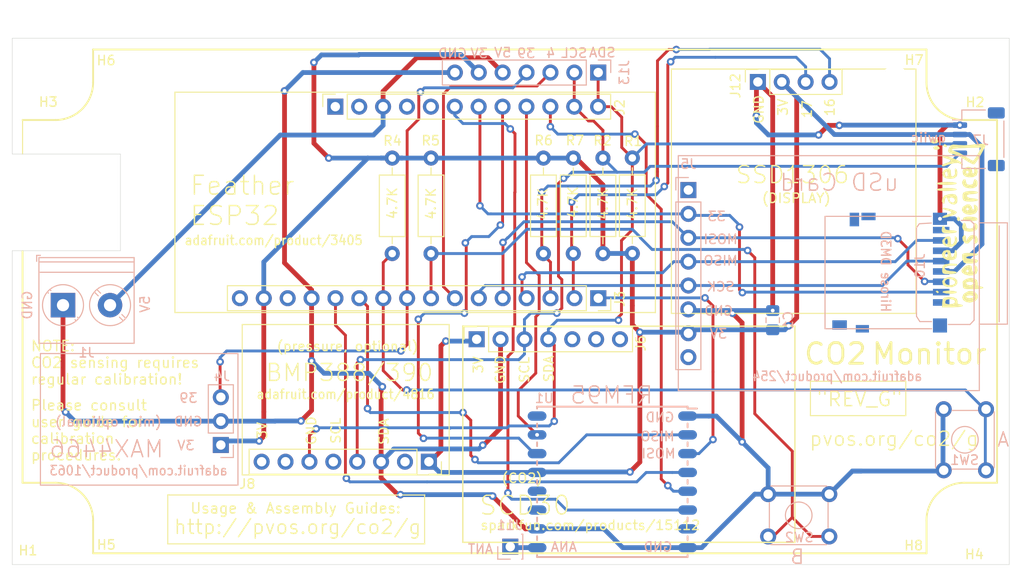
<source format=kicad_pcb>
(kicad_pcb (version 20171130) (host pcbnew 5.1.9-73d0e3b20d~88~ubuntu18.04.1)

  (general
    (thickness 1.6)
    (drawings 160)
    (tracks 493)
    (zones 0)
    (modules 31)
    (nets 24)
  )

  (page A4)
  (layers
    (0 F.Cu signal)
    (31 B.Cu signal)
    (32 B.Adhes user)
    (33 F.Adhes user)
    (34 B.Paste user)
    (35 F.Paste user)
    (36 B.SilkS user)
    (37 F.SilkS user)
    (38 B.Mask user)
    (39 F.Mask user)
    (40 Dwgs.User user)
    (41 Cmts.User user)
    (42 Eco1.User user)
    (43 Eco2.User user)
    (44 Edge.Cuts user)
    (45 Margin user)
    (46 B.CrtYd user)
    (47 F.CrtYd user)
    (48 B.Fab user)
    (49 F.Fab user)
  )

  (setup
    (last_trace_width 0.508)
    (user_trace_width 0.3048)
    (user_trace_width 0.508)
    (user_trace_width 0.8)
    (user_trace_width 0.85)
    (trace_clearance 0.2)
    (zone_clearance 0.508)
    (zone_45_only no)
    (trace_min 0.2)
    (via_size 0.8)
    (via_drill 0.4)
    (via_min_size 0.4)
    (via_min_drill 0.3)
    (uvia_size 0.3)
    (uvia_drill 0.1)
    (uvias_allowed no)
    (uvia_min_size 0.2)
    (uvia_min_drill 0.1)
    (edge_width 0.05)
    (segment_width 0.2)
    (pcb_text_width 0.3)
    (pcb_text_size 1.5 1.5)
    (mod_edge_width 0.12)
    (mod_text_size 1 1)
    (mod_text_width 0.15)
    (pad_size 1.524 1.524)
    (pad_drill 0.762)
    (pad_to_mask_clearance 0.05)
    (aux_axis_origin 0 0)
    (visible_elements FFFFFFFF)
    (pcbplotparams
      (layerselection 0x010fc_ffffffff)
      (usegerberextensions false)
      (usegerberattributes true)
      (usegerberadvancedattributes true)
      (creategerberjobfile true)
      (excludeedgelayer true)
      (linewidth 0.100000)
      (plotframeref false)
      (viasonmask false)
      (mode 1)
      (useauxorigin false)
      (hpglpennumber 1)
      (hpglpenspeed 20)
      (hpglpendiameter 15.000000)
      (psnegative false)
      (psa4output false)
      (plotreference true)
      (plotvalue true)
      (plotinvisibletext false)
      (padsonsilk false)
      (subtractmaskfromsilk false)
      (outputformat 1)
      (mirror false)
      (drillshape 0)
      (scaleselection 1)
      (outputdirectory "gerber/"))
  )

  (net 0 "")
  (net 1 +3V3)
  (net 2 GND)
  (net 3 SDA)
  (net 4 SCL)
  (net 5 33)
  (net 6 SCK)
  (net 7 MOSI)
  (net 8 MISO)
  (net 9 "Net-(J11-Pad1)")
  (net 10 14)
  (net 11 15)
  (net 12 27)
  (net 13 26)
  (net 14 25)
  (net 15 36)
  (net 16 16)
  (net 17 17)
  (net 18 21)
  (net 19 VBUS)
  (net 20 34)
  (net 21 39)
  (net 22 32)
  (net 23 4)

  (net_class Default "This is the default net class."
    (clearance 0.2)
    (trace_width 0.25)
    (via_dia 0.8)
    (via_drill 0.4)
    (uvia_dia 0.3)
    (uvia_drill 0.1)
    (add_net +3V3)
    (add_net 14)
    (add_net 15)
    (add_net 16)
    (add_net 17)
    (add_net 21)
    (add_net 25)
    (add_net 26)
    (add_net 27)
    (add_net 32)
    (add_net 33)
    (add_net 34)
    (add_net 36)
    (add_net 39)
    (add_net 4)
    (add_net GND)
    (add_net MISO)
    (add_net MOSI)
    (add_net "Net-(J11-Pad1)")
    (add_net SCK)
    (add_net SCL)
    (add_net SDA)
    (add_net VBUS)
  )

  (module Button_Switch_THT:SW_TH_Tactile_Omron_B3F-10xx (layer B.Cu) (tedit 5A02FE31) (tstamp 60173936)
    (at 103.5304 45.974 90)
    (descr SW_TH_Tactile_Omron_B3F-10xx_https://www.omron.com/ecb/products/pdf/en-b3f.pdf)
    (tags "Omron B3F-10xx")
    (path /6028B8CB)
    (fp_text reference SW1 (at 1.0922 -2.286 180) (layer B.SilkS)
      (effects (font (size 1 1) (thickness 0.15)) (justify mirror))
    )
    (fp_text value SW_Push_Dual (at 3.2 -6.5 90) (layer B.Fab)
      (effects (font (size 1 1) (thickness 0.15)) (justify mirror))
    )
    (fp_line (start 0.25 0.75) (end 0.25 -5.25) (layer B.Fab) (width 0.1))
    (fp_line (start 6.25 0.75) (end 6.25 -5.25) (layer B.Fab) (width 0.1))
    (fp_line (start 0.25 0.75) (end 6.25 0.75) (layer B.Fab) (width 0.1))
    (fp_line (start 7.65 1.15) (end -1.1 1.15) (layer B.CrtYd) (width 0.05))
    (fp_line (start 7.6 -5.6) (end 7.6 1.1) (layer B.CrtYd) (width 0.05))
    (fp_line (start -1.1 -5.6) (end 7.6 -5.6) (layer B.CrtYd) (width 0.05))
    (fp_line (start -1.1 1.15) (end -1.1 -5.6) (layer B.CrtYd) (width 0.05))
    (fp_circle (center 3.25 -2.25) (end 4.25 -3.25) (layer B.SilkS) (width 0.12))
    (fp_line (start 0.28 -5.37) (end 6.22 -5.37) (layer B.SilkS) (width 0.12))
    (fp_line (start 0.28 0.87) (end 6.22 0.87) (layer B.SilkS) (width 0.12))
    (fp_line (start 0.13 -3.59) (end 0.13 -0.91) (layer B.SilkS) (width 0.12))
    (fp_line (start 6.37 -0.91) (end 6.37 -3.59) (layer B.SilkS) (width 0.12))
    (fp_line (start 0.25 -5.25) (end 6.25 -5.25) (layer B.Fab) (width 0.1))
    (fp_text user %R (at 3.25 -2.25 90) (layer B.Fab)
      (effects (font (size 1 1) (thickness 0.15)) (justify mirror))
    )
    (pad 1 thru_hole circle (at 0 0 90) (size 1.7 1.7) (drill 1) (layers *.Cu *.Mask)
      (net 20 34))
    (pad 2 thru_hole circle (at 6.5 0 90) (size 1.7 1.7) (drill 1) (layers *.Cu *.Mask)
      (net 20 34))
    (pad 3 thru_hole circle (at 0 -4.5 90) (size 1.7 1.7) (drill 1) (layers *.Cu *.Mask)
      (net 2 GND))
    (pad 4 thru_hole circle (at 6.5 -4.5 90) (size 1.7 1.7) (drill 1) (layers *.Cu *.Mask)
      (net 2 GND))
    (model ${KISYS3DMOD}/Button_Switch_THT.3dshapes/SW_TH_Tactile_Omron_B3F-10xx.wrl
      (at (xyz 0 0 0))
      (scale (xyz 1 1 1))
      (rotate (xyz 0 0 0))
    )
  )

  (module pvos_logo:pvos15 (layer F.Cu) (tedit 6019A876) (tstamp 601AB1DB)
    (at 100.4316 19.7866 90)
    (fp_text reference G*** (at 0 0 90) (layer F.SilkS) hide
      (effects (font (size 1.524 1.524) (thickness 0.3)))
    )
    (fp_text value LOGO (at 0.75 0 90) (layer F.SilkS) hide
      (effects (font (size 1.524 1.524) (thickness 0.3)))
    )
    (fp_poly (pts (xy 8.901768 -2.846878) (xy 9.043091 -2.658645) (xy 9.082911 -2.411392) (xy 9.00671 -2.090367)
      (xy 8.836462 -1.967649) (xy 8.659696 -2.090681) (xy 8.625485 -2.163458) (xy 8.589165 -2.494498)
      (xy 8.691837 -2.765544) (xy 8.883133 -2.852002) (xy 8.901768 -2.846878)) (layer F.SilkS) (width 0.01))
    (fp_poly (pts (xy -7.075261 -2.126254) (xy -7.073418 -2.089873) (xy -7.197002 -1.935291) (xy -7.243665 -1.929114)
      (xy -7.339676 -2.027601) (xy -7.314557 -2.089873) (xy -7.170098 -2.243235) (xy -7.14431 -2.250633)
      (xy -7.075261 -2.126254)) (layer F.SilkS) (width 0.01))
    (fp_poly (pts (xy 8.29519 -2.347088) (xy 8.302034 -2.025697) (xy 8.22535 -1.891426) (xy 8.050126 -1.824771)
      (xy 7.941519 -1.993417) (xy 7.934674 -2.314808) (xy 8.011358 -2.44908) (xy 8.186582 -2.515735)
      (xy 8.29519 -2.347088)) (layer F.SilkS) (width 0.01))
    (fp_poly (pts (xy 8.515651 -1.331454) (xy 8.520253 -1.295563) (xy 8.403397 -1.077841) (xy 8.359493 -1.044936)
      (xy 8.221867 -1.08138) (xy 8.198734 -1.196208) (xy 8.282666 -1.416162) (xy 8.359493 -1.446835)
      (xy 8.515651 -1.331454)) (layer F.SilkS) (width 0.01))
    (fp_poly (pts (xy 4.423478 -1.969398) (xy 4.481536 -1.543131) (xy 4.501265 -1.035449) (xy 4.478364 -0.493158)
      (xy 4.41779 -0.122296) (xy 4.340506 0) (xy 4.258217 -0.148804) (xy 4.201296 -0.548129)
      (xy 4.17975 -1.127346) (xy 4.179746 -1.134804) (xy 4.200376 -1.753587) (xy 4.259377 -2.104955)
      (xy 4.340506 -2.170253) (xy 4.423478 -1.969398)) (layer F.SilkS) (width 0.01))
    (fp_poly (pts (xy 3.78044 -1.969398) (xy 3.838498 -1.543131) (xy 3.858227 -1.035449) (xy 3.835326 -0.493158)
      (xy 3.774752 -0.122296) (xy 3.697468 0) (xy 3.615179 -0.148804) (xy 3.558258 -0.548129)
      (xy 3.536712 -1.127346) (xy 3.536708 -1.134804) (xy 3.557338 -1.753587) (xy 3.616339 -2.104955)
      (xy 3.697468 -2.170253) (xy 3.78044 -1.969398)) (layer F.SilkS) (width 0.01))
    (fp_poly (pts (xy 1.711274 -1.557502) (xy 1.735985 -1.353305) (xy 1.671588 -0.9794) (xy 1.551764 -0.55234)
      (xy 1.410192 -0.188677) (xy 1.280552 -0.004963) (xy 1.261204 0) (xy 1.104834 -0.132829)
      (xy 0.961861 -0.408988) (xy 0.762691 -0.994781) (xy 0.675608 -1.393721) (xy 0.707953 -1.562623)
      (xy 0.767983 -1.549349) (xy 0.922551 -1.328292) (xy 1.045649 -0.96131) (xy 1.168137 -0.623135)
      (xy 1.305987 -0.59801) (xy 1.442243 -0.879096) (xy 1.507567 -1.147648) (xy 1.602877 -1.464988)
      (xy 1.700751 -1.565031) (xy 1.711274 -1.557502)) (layer F.SilkS) (width 0.01))
    (fp_poly (pts (xy -0.260542 -1.552565) (xy -0.16076 -1.446835) (xy -0.290968 -1.304213) (xy -0.401899 -1.286076)
      (xy -0.569571 -1.179893) (xy -0.638662 -0.827906) (xy -0.643038 -0.643038) (xy -0.678693 -0.240366)
      (xy -0.767762 -0.016397) (xy -0.803798 0) (xy -0.895502 -0.144582) (xy -0.953709 -0.514257)
      (xy -0.964557 -0.803797) (xy -0.951527 -1.280843) (xy -0.885028 -1.51883) (xy -0.72395 -1.59998)
      (xy -0.562659 -1.607595) (xy -0.260542 -1.552565)) (layer F.SilkS) (width 0.01))
    (fp_poly (pts (xy -2.8447 -1.41827) (xy -2.732912 -1.049982) (xy -2.795384 -0.743921) (xy -3.04675 -0.646009)
      (xy -3.148207 -0.643038) (xy -3.451365 -0.580138) (xy -3.493646 -0.442088) (xy -3.297355 -0.2859)
      (xy -3.07835 -0.253903) (xy -2.804605 -0.21177) (xy -2.732912 -0.133334) (xy -2.872648 -0.039455)
      (xy -3.208989 -0.000002) (xy -3.212127 0) (xy -3.586767 -0.065637) (xy -3.766694 -0.311358)
      (xy -3.789022 -0.389183) (xy -3.835201 -0.990744) (xy -3.76928 -1.125316) (xy -3.536709 -1.125316)
      (xy -3.40166 -0.995964) (xy -3.205703 -0.964557) (xy -2.983418 -1.026442) (xy -2.974051 -1.125316)
      (xy -3.20665 -1.273235) (xy -3.305058 -1.286076) (xy -3.512831 -1.196192) (xy -3.536709 -1.125316)
      (xy -3.76928 -1.125316) (xy -3.631275 -1.407038) (xy -3.51837 -1.495379) (xy -3.137936 -1.590761)
      (xy -2.8447 -1.41827)) (layer F.SilkS) (width 0.01))
    (fp_poly (pts (xy -4.480867 -1.509188) (xy -4.273723 -1.288035) (xy -4.200884 -0.843211) (xy -4.200857 -0.562658)
      (xy -4.224245 0) (xy -4.264581 0) (xy -4.394118 -0.003202) (xy -4.4 -0.67)
      (xy -4.430208 -0.924367) (xy -4.570538 -1.249176) (xy -4.749616 -1.298764) (xy -4.907139 -1.10379)
      (xy -4.982802 -0.694915) (xy -4.983545 -0.643038) (xy -5.019199 -0.240366) (xy -5.108268 -0.016397)
      (xy -5.144304 0) (xy -5.236999 -0.144371) (xy -5.295089 -0.512602) (xy -5.305064 -0.783702)
      (xy -5.292583 -1.252381) (xy -5.223658 -1.483498) (xy -5.051065 -1.560876) (xy -4.862975 -1.568432)
      (xy -4.480867 -1.509188)) (layer F.SilkS) (width 0.01))
    (fp_poly (pts (xy -7.135056 -1.447506) (xy -7.080822 -1.089235) (xy -7.073418 -0.813285) (xy -7.102016 -0.351663)
      (xy -7.17522 -0.056973) (xy -7.234178 0) (xy -7.330581 -0.143568) (xy -7.387963 -0.506315)
      (xy -7.394937 -0.71393) (xy -7.361642 -1.168273) (xy -7.277797 -1.473383) (xy -7.234178 -1.527215)
      (xy -7.135056 -1.447506)) (layer F.SilkS) (width 0.01))
    (fp_poly (pts (xy 5.714752 -1.414623) (xy 5.906378 -1.055872) (xy 5.919092 -0.988328) (xy 5.902398 -0.743592)
      (xy 5.694974 -0.651938) (xy 5.482049 -0.643038) (xy 5.147217 -0.606162) (xy 5.068488 -0.469512)
      (xy 5.091693 -0.387501) (xy 5.316798 -0.199434) (xy 5.568926 -0.204449) (xy 5.857003 -0.217429)
      (xy 5.948101 -0.157216) (xy 5.814307 -0.011365) (xy 5.508884 0.05148) (xy 5.175768 0.009895)
      (xy 5.086757 -0.029009) (xy 4.891401 -0.298406) (xy 4.826415 -0.721764) (xy 4.887646 -1.125316)
      (xy 5.063924 -1.125316) (xy 5.113146 -0.998784) (xy 5.295575 -0.964557) (xy 5.561913 -1.030146)
      (xy 5.626582 -1.125316) (xy 5.497061 -1.269505) (xy 5.39493 -1.286076) (xy 5.121229 -1.188101)
      (xy 5.063924 -1.125316) (xy 4.887646 -1.125316) (xy 4.892717 -1.158735) (xy 5.077399 -1.458019)
      (xy 5.40678 -1.566331) (xy 5.714752 -1.414623)) (layer F.SilkS) (width 0.01))
    (fp_poly (pts (xy 2.757308 -1.552038) (xy 3.029922 -1.328866) (xy 3.048774 -1.296644) (xy 3.17351 -0.902457)
      (xy 3.21519 -0.511588) (xy 3.154038 -0.148392) (xy 2.919857 0.014934) (xy 2.823683 0.03736)
      (xy 2.44879 0.052707) (xy 2.24696 -0.00227) (xy 2.094956 -0.25089) (xy 2.120867 -0.442057)
      (xy 2.289475 -0.442057) (xy 2.336257 -0.313033) (xy 2.54232 -0.194469) (xy 2.763034 -0.314632)
      (xy 2.865268 -0.53579) (xy 2.79822 -0.764714) (xy 2.673806 -0.803797) (xy 2.381639 -0.693429)
      (xy 2.289475 -0.442057) (xy 2.120867 -0.442057) (xy 2.139515 -0.579635) (xy 2.339118 -0.852548)
      (xy 2.531962 -0.935548) (xy 2.839008 -1.044668) (xy 2.858294 -1.187331) (xy 2.601617 -1.280291)
      (xy 2.482284 -1.286076) (xy 2.20877 -1.337107) (xy 2.170253 -1.446835) (xy 2.422112 -1.599676)
      (xy 2.757308 -1.552038)) (layer F.SilkS) (width 0.01))
    (fp_poly (pts (xy -1.63431 -1.501475) (xy -1.390647 -1.211742) (xy -1.315085 -0.988328) (xy -1.329559 -0.7477)
      (xy -1.528029 -0.654279) (xy -1.776858 -0.643038) (xy -2.11093 -0.623137) (xy -2.177644 -0.533983)
      (xy -2.080598 -0.390722) (xy -1.77822 -0.215548) (xy -1.578636 -0.214912) (xy -1.337733 -0.222769)
      (xy -1.286076 -0.164458) (xy -1.415897 -0.005225) (xy -1.711503 0.047855) (xy -2.032113 -0.014471)
      (xy -2.173081 -0.106173) (xy -2.376269 -0.459447) (xy -2.408241 -0.865107) (xy -2.33386 -1.125316)
      (xy -2.170254 -1.125316) (xy -2.112594 -1.006801) (xy -1.848735 -0.964557) (xy -1.56936 -1.014558)
      (xy -1.527216 -1.125316) (xy -1.760488 -1.274861) (xy -1.848735 -1.286076) (xy -2.11839 -1.184156)
      (xy -2.170254 -1.125316) (xy -2.33386 -1.125316) (xy -2.300994 -1.240291) (xy -2.086524 -1.502136)
      (xy -1.796826 -1.56778) (xy -1.63431 -1.501475)) (layer F.SilkS) (width 0.01))
    (fp_poly (pts (xy -5.801589 -1.362114) (xy -5.645159 -0.948491) (xy -5.626583 -0.709389) (xy -5.720347 -0.243738)
      (xy -5.957831 0.025091) (xy -6.273319 0.051744) (xy -6.508277 -0.100862) (xy -6.691956 -0.470657)
      (xy -6.70113 -0.804107) (xy -6.493622 -0.804107) (xy -6.460144 -0.442088) (xy -6.302537 -0.19493)
      (xy -6.078483 -0.205019) (xy -5.887219 -0.45406) (xy -5.85565 -0.553521) (xy -5.831388 -1.003855)
      (xy -6.015877 -1.251412) (xy -6.186941 -1.286076) (xy -6.399014 -1.148225) (xy -6.493622 -0.804107)
      (xy -6.70113 -0.804107) (xy -6.704742 -0.935358) (xy -6.557729 -1.346416) (xy -6.403666 -1.50168)
      (xy -6.072518 -1.564958) (xy -5.801589 -1.362114)) (layer F.SilkS) (width 0.01))
    (fp_poly (pts (xy 0.776592 0.086806) (xy 0.803797 0.16076) (xy 0.673589 0.303382) (xy 0.562658 0.321519)
      (xy 0.348724 0.234714) (xy 0.321519 0.16076) (xy 0.451727 0.018137) (xy 0.562658 0)
      (xy 0.776592 0.086806)) (layer F.SilkS) (width 0.01))
    (fp_poly (pts (xy 7.346773 -1.583308) (xy 7.369996 -1.470062) (xy 7.305288 -1.207281) (xy 7.141318 -0.734388)
      (xy 7.023671 -0.414022) (xy 6.803378 0.096299) (xy 6.58238 0.471503) (xy 6.430379 0.616868)
      (xy 6.27492 0.642785) (xy 6.3458 0.507604) (xy 6.414107 0.422941) (xy 6.529572 0.127626)
      (xy 6.49416 -0.331269) (xy 6.301493 -0.999171) (xy 6.160574 -1.383188) (xy 6.170674 -1.57953)
      (xy 6.239647 -1.607595) (xy 6.385766 -1.468862) (xy 6.50877 -1.134246) (xy 6.510759 -1.125316)
      (xy 6.623683 -0.787934) (xy 6.74915 -0.643135) (xy 6.751898 -0.643038) (xy 6.876901 -0.78151)
      (xy 6.990874 -1.115591) (xy 6.993038 -1.125316) (xy 7.10969 -1.462814) (xy 7.244053 -1.607504)
      (xy 7.24695 -1.607595) (xy 7.346773 -1.583308)) (layer F.SilkS) (width 0.01))
    (fp_poly (pts (xy -8.319304 -1.553419) (xy -7.9754 -1.506609) (xy -7.815587 -1.347178) (xy -7.751692 -0.976605)
      (xy -7.746273 -0.913148) (xy -7.773179 -0.374949) (xy -7.934631 -0.026726) (xy -8.199822 0.076833)
      (xy -8.290868 0.053625) (xy -8.478706 0.092032) (xy -8.520254 0.30432) (xy -8.584499 0.574748)
      (xy -8.681013 0.643038) (xy -8.763741 0.494521) (xy -8.820816 0.097219) (xy -8.841773 -0.468292)
      (xy -8.841773 -0.842378) (xy -8.520254 -0.842378) (xy -8.485566 -0.468542) (xy -8.409731 -0.264583)
      (xy -8.188979 -0.187809) (xy -8.019702 -0.374254) (xy -7.957595 -0.734612) (xy -8.042636 -1.126751)
      (xy -8.238924 -1.255472) (xy -8.445284 -1.218096) (xy -8.517781 -0.950972) (xy -8.520254 -0.842378)
      (xy -8.841773 -0.842378) (xy -8.841773 -1.579623) (xy -8.319304 -1.553419)) (layer F.SilkS) (width 0.01))
    (fp_poly (pts (xy 5.970274 0.795997) (xy 6.108264 1.183111) (xy 6.10886 1.213685) (xy 6.042578 1.511744)
      (xy 5.781655 1.605511) (xy 5.697474 1.607595) (xy 5.418983 1.659861) (xy 5.389484 1.774894)
      (xy 5.605118 1.867113) (xy 5.81989 1.838404) (xy 6.060678 1.812804) (xy 6.075098 1.952434)
      (xy 5.863053 2.163006) (xy 5.518999 2.21195) (xy 5.199345 2.079733) (xy 5.182616 2.063882)
      (xy 5.016024 1.724171) (xy 4.98826 1.278562) (xy 5.047975 1.040173) (xy 5.372567 1.040173)
      (xy 5.385443 1.125317) (xy 5.522949 1.278511) (xy 5.546202 1.286076) (xy 5.674013 1.173953)
      (xy 5.706962 1.125317) (xy 5.668787 0.989122) (xy 5.546202 0.964557) (xy 5.372567 1.040173)
      (xy 5.047975 1.040173) (xy 5.090483 0.870483) (xy 5.269024 0.662326) (xy 5.657848 0.600947)
      (xy 5.970274 0.795997)) (layer F.SilkS) (width 0.01))
    (fp_poly (pts (xy 4.553104 0.573951) (xy 4.797068 0.74774) (xy 4.754253 0.907734) (xy 4.501265 0.964557)
      (xy 4.249142 1.058751) (xy 4.179746 1.366456) (xy 4.252948 1.679359) (xy 4.512376 1.768352)
      (xy 4.514662 1.768355) (xy 4.75967 1.845156) (xy 4.78267 1.969304) (xy 4.569945 2.180466)
      (xy 4.224053 2.189482) (xy 4.032384 2.103816) (xy 3.859075 1.827754) (xy 3.813016 1.400301)
      (xy 3.893009 0.964808) (xy 4.044032 0.709856) (xy 4.359124 0.556443) (xy 4.553104 0.573951)) (layer F.SilkS) (width 0.01))
    (fp_poly (pts (xy 3.171392 0.609214) (xy 3.367672 0.699065) (xy 3.471343 0.941256) (xy 3.524975 1.333515)
      (xy 3.527949 1.759823) (xy 3.479646 2.104162) (xy 3.379446 2.250514) (xy 3.375949 2.250633)
      (xy 3.26897 2.109485) (xy 3.216325 1.763151) (xy 3.21519 1.697463) (xy 3.177193 1.300458)
      (xy 3.084398 1.065755) (xy 3.071275 1.055348) (xy 2.907863 1.096585) (xy 2.784449 1.382996)
      (xy 2.73302 1.838335) (xy 2.732911 1.861883) (xy 2.67619 2.157651) (xy 2.572152 2.250633)
      (xy 2.479524 2.106247) (xy 2.421426 1.737918) (xy 2.411392 1.465577) (xy 2.428736 0.98832)
      (xy 2.508638 0.740547) (xy 2.692899 0.630894) (xy 2.805014 0.605275) (xy 3.171392 0.609214)) (layer F.SilkS) (width 0.01))
    (fp_poly (pts (xy 1.792404 0.612821) (xy 1.864632 0.677321) (xy 2.094589 1.044303) (xy 2.096428 1.36968)
      (xy 1.875965 1.563785) (xy 1.80616 1.578899) (xy 1.559014 1.669384) (xy 1.529979 1.772827)
      (xy 1.731882 1.846552) (xy 1.875818 1.816097) (xy 2.064654 1.808992) (xy 2.059027 1.943687)
      (xy 1.847467 2.185454) (xy 1.526653 2.214583) (xy 1.219925 2.040412) (xy 1.106468 1.871566)
      (xy 1.002656 1.423707) (xy 1.045614 1.125317) (xy 1.446835 1.125317) (xy 1.569169 1.281405)
      (xy 1.607595 1.286076) (xy 1.763683 1.163742) (xy 1.768354 1.125317) (xy 1.64602 0.969229)
      (xy 1.607595 0.964557) (xy 1.451507 1.086891) (xy 1.446835 1.125317) (xy 1.045614 1.125317)
      (xy 1.062892 1.005306) (xy 1.243628 0.68496) (xy 1.501314 0.531266) (xy 1.792404 0.612821)) (layer F.SilkS) (width 0.01))
    (fp_poly (pts (xy 0.722543 0.738898) (xy 0.794656 1.064013) (xy 0.803797 1.356969) (xy 0.760664 1.88415)
      (xy 0.642461 2.168351) (xy 0.465977 2.174964) (xy 0.424321 2.13909) (xy 0.36115 1.927904)
      (xy 0.324901 1.520011) (xy 0.321519 1.339663) (xy 0.355487 0.872625) (xy 0.470127 0.66597)
      (xy 0.562658 0.643038) (xy 0.722543 0.738898)) (layer F.SilkS) (width 0.01))
    (fp_poly (pts (xy -0.003279 0.616401) (xy 0.157835 0.789476) (xy 0.160759 0.820997) (xy 0.025964 0.937686)
      (xy -0.16076 0.964557) (xy -0.412883 1.058751) (xy -0.482279 1.366456) (xy -0.409077 1.679359)
      (xy -0.14965 1.768352) (xy -0.147363 1.768355) (xy 0.097645 1.845156) (xy 0.120644 1.969304)
      (xy -0.088045 2.184098) (xy -0.406486 2.186855) (xy -0.606194 2.062414) (xy -0.761103 1.73057)
      (xy -0.794599 1.273579) (xy -0.709299 0.849799) (xy -0.583035 0.659949) (xy -0.301248 0.56218)
      (xy -0.003279 0.616401)) (layer F.SilkS) (width 0.01))
    (fp_poly (pts (xy -1.190822 0.708531) (xy -1.165507 0.763608) (xy -1.243038 0.926318) (xy -1.473629 0.975438)
      (xy -1.848735 0.986318) (xy -1.479061 1.164317) (xy -1.212709 1.423228) (xy -1.143067 1.766188)
      (xy -1.263849 2.072388) (xy -1.533831 2.217225) (xy -1.853269 2.20647) (xy -1.97592 2.150242)
      (xy -2.092009 1.921549) (xy -1.944875 1.820301) (xy -1.768355 1.848735) (xy -1.497939 1.88793)
      (xy -1.489156 1.764634) (xy -1.739888 1.500236) (xy -1.808545 1.442486) (xy -2.049871 1.183221)
      (xy -2.041733 0.946201) (xy -1.991973 0.854059) (xy -1.731443 0.625729) (xy -1.419686 0.572326)
      (xy -1.190822 0.708531)) (layer F.SilkS) (width 0.01))
    (fp_poly (pts (xy -3.175916 0.586931) (xy -3.096423 0.779076) (xy -3.059501 1.153568) (xy -3.062448 1.596016)
      (xy -3.102564 1.992026) (xy -3.177149 2.227207) (xy -3.21519 2.250633) (xy -3.315858 2.108015)
      (xy -3.37185 1.751738) (xy -3.37595 1.607595) (xy -3.411604 1.204923) (xy -3.500673 0.980955)
      (xy -3.536709 0.964557) (xy -3.637377 1.107175) (xy -3.693369 1.463452) (xy -3.697469 1.607595)
      (xy -3.742884 2.082371) (xy -3.878324 2.251084) (xy -4.072574 2.14346) (xy -4.139242 1.928703)
      (xy -4.176744 1.520583) (xy -4.179747 1.358404) (xy -4.157076 0.923105) (xy -4.049952 0.70693)
      (xy -3.799707 0.60852) (xy -3.738574 0.596185) (xy -3.374083 0.558498) (xy -3.175916 0.586931)) (layer F.SilkS) (width 0.01))
    (fp_poly (pts (xy -4.712684 0.613047) (xy -4.471467 0.914284) (xy -4.343504 1.249388) (xy -4.340507 1.297559)
      (xy -4.438438 1.54036) (xy -4.751893 1.607595) (xy -5.030384 1.659861) (xy -5.059883 1.774894)
      (xy -4.844249 1.867113) (xy -4.629477 1.838404) (xy -4.388689 1.812804) (xy -4.374269 1.952434)
      (xy -4.586314 2.163006) (xy -4.930368 2.21195) (xy -5.250023 2.079733) (xy -5.266751 2.063882)
      (xy -5.43411 1.730543) (xy -5.458944 1.295831) (xy -5.420294 1.125317) (xy -5.144304 1.125317)
      (xy -5.02197 1.281405) (xy -4.983545 1.286076) (xy -4.827457 1.163742) (xy -4.822785 1.125317)
      (xy -4.945119 0.969229) (xy -4.983545 0.964557) (xy -5.139633 1.086891) (xy -5.144304 1.125317)
      (xy -5.420294 1.125317) (xy -5.362545 0.870552) (xy -5.1662 0.565513) (xy -4.962876 0.482279)
      (xy -4.712684 0.613047)) (layer F.SilkS) (width 0.01))
    (fp_poly (pts (xy -7.475625 0.689248) (xy -7.356155 0.811771) (xy -7.103949 1.266915) (xy -7.139893 1.719664)
      (xy -7.239834 1.939683) (xy -7.522469 2.206494) (xy -7.868251 2.210772) (xy -8.167834 1.961319)
      (xy -8.222584 1.860589) (xy -8.337557 1.385249) (xy -8.334564 1.366456) (xy -7.877216 1.366456)
      (xy -7.822186 1.668573) (xy -7.716456 1.768355) (xy -7.595609 1.63078) (xy -7.555697 1.366456)
      (xy -7.610726 1.064339) (xy -7.716456 0.964557) (xy -7.837303 1.102132) (xy -7.877216 1.366456)
      (xy -8.334564 1.366456) (xy -8.27164 0.971485) (xy -8.073542 0.678257) (xy -7.791968 0.564525)
      (xy -7.475625 0.689248)) (layer F.SilkS) (width 0.01))
    (fp_poly (pts (xy -6.002284 0.708876) (xy -5.82587 0.994431) (xy -5.715063 1.437732) (xy -5.770311 1.850088)
      (xy -5.958024 2.138532) (xy -6.244614 2.210098) (xy -6.263487 2.205657) (xy -6.509772 2.220617)
      (xy -6.616789 2.483551) (xy -6.622331 2.524599) (xy -6.697632 2.77903) (xy -6.792089 2.801921)
      (xy -6.854939 2.587733) (xy -6.898556 2.151888) (xy -6.912659 1.661182) (xy -6.90755 1.391427)
      (xy -6.503132 1.391427) (xy -6.469879 1.567405) (xy -6.320535 1.762751) (xy -6.175682 1.685041)
      (xy -6.108895 1.375228) (xy -6.108861 1.366456) (xy -6.159334 1.06427) (xy -6.256224 0.964557)
      (xy -6.437732 1.096795) (xy -6.503132 1.391427) (xy -6.90755 1.391427) (xy -6.902114 1.104501)
      (xy -6.855354 0.797204) (xy -6.749688 0.667438) (xy -6.59114 0.643038) (xy -6.266922 0.626793)
      (xy -6.149051 0.607368) (xy -6.002284 0.708876)) (layer F.SilkS) (width 0.01))
    (fp_poly (pts (xy 8.152827 -0.82763) (xy 8.213772 -0.795749) (xy 8.403537 -0.642486) (xy 8.471266 -0.391675)
      (xy 8.441106 0.058786) (xy 8.432375 0.128618) (xy 8.403043 0.747552) (xy 8.438803 1.457828)
      (xy 8.478876 1.776202) (xy 8.562857 2.483055) (xy 8.539012 2.901891) (xy 8.406229 3.047989)
      (xy 8.386287 3.04815) (xy 8.200915 2.971743) (xy 7.821056 2.778141) (xy 7.358578 2.525682)
      (xy 6.875009 2.234464) (xy 6.516194 1.980874) (xy 6.366996 1.829704) (xy 6.389684 1.725458)
      (xy 6.751898 1.725458) (xy 6.880312 1.857787) (xy 7.200868 2.072335) (xy 7.616536 2.310771)
      (xy 8.030286 2.514764) (xy 8.143729 2.56218) (xy 8.150266 2.417594) (xy 8.147147 2.020696)
      (xy 8.135247 1.440523) (xy 8.124426 1.039032) (xy 8.086204 0.179817) (xy 8.030494 -0.360802)
      (xy 7.956616 -0.585311) (xy 7.863893 -0.496192) (xy 7.780324 -0.219918) (xy 7.620841 0.191505)
      (xy 7.348145 0.697307) (xy 7.209842 0.913142) (xy 6.946232 1.325724) (xy 6.780699 1.634341)
      (xy 6.751898 1.725458) (xy 6.389684 1.725458) (xy 6.414784 1.610137) (xy 6.612325 1.230696)
      (xy 6.82835 0.901081) (xy 7.150655 0.373929) (xy 7.391555 -0.153689) (xy 7.465508 -0.406155)
      (xy 7.589683 -0.819556) (xy 7.795557 -0.947952) (xy 8.152827 -0.82763)) (layer F.SilkS) (width 0.01))
  )

  (module Button_Switch_THT:SW_TH_Tactile_Omron_B3F-10xx (layer B.Cu) (tedit 5A02FE31) (tstamp 60178CB0)
    (at 80.3656 53.0098)
    (descr SW_TH_Tactile_Omron_B3F-10xx_https://www.omron.com/ecb/products/pdf/en-b3f.pdf)
    (tags "Omron B3F-10xx")
    (path /6025455B)
    (fp_text reference SW2 (at 3.302 0.1016) (layer B.SilkS)
      (effects (font (size 1 1) (thickness 0.15)) (justify mirror))
    )
    (fp_text value SW_Push_Dual (at 3.2 -6.5) (layer B.Fab)
      (effects (font (size 1 1) (thickness 0.15)) (justify mirror))
    )
    (fp_line (start 0.25 0.75) (end 0.25 -5.25) (layer B.Fab) (width 0.1))
    (fp_line (start 6.25 0.75) (end 6.25 -5.25) (layer B.Fab) (width 0.1))
    (fp_line (start 0.25 0.75) (end 6.25 0.75) (layer B.Fab) (width 0.1))
    (fp_line (start 7.65 1.15) (end -1.1 1.15) (layer B.CrtYd) (width 0.05))
    (fp_line (start 7.6 -5.6) (end 7.6 1.1) (layer B.CrtYd) (width 0.05))
    (fp_line (start -1.1 -5.6) (end 7.6 -5.6) (layer B.CrtYd) (width 0.05))
    (fp_line (start -1.1 1.15) (end -1.1 -5.6) (layer B.CrtYd) (width 0.05))
    (fp_circle (center 3.25 -2.25) (end 4.25 -3.25) (layer B.SilkS) (width 0.12))
    (fp_line (start 0.28 -5.37) (end 6.22 -5.37) (layer B.SilkS) (width 0.12))
    (fp_line (start 0.28 0.87) (end 6.22 0.87) (layer B.SilkS) (width 0.12))
    (fp_line (start 0.13 -3.59) (end 0.13 -0.91) (layer B.SilkS) (width 0.12))
    (fp_line (start 6.37 -0.91) (end 6.37 -3.59) (layer B.SilkS) (width 0.12))
    (fp_line (start 0.25 -5.25) (end 6.25 -5.25) (layer B.Fab) (width 0.1))
    (fp_text user %R (at 3.25 -2.25) (layer B.Fab)
      (effects (font (size 1 1) (thickness 0.15)) (justify mirror))
    )
    (pad 4 thru_hole circle (at 6.5 -4.5) (size 1.7 1.7) (drill 1) (layers *.Cu *.Mask)
      (net 2 GND))
    (pad 3 thru_hole circle (at 0 -4.5) (size 1.7 1.7) (drill 1) (layers *.Cu *.Mask)
      (net 2 GND))
    (pad 2 thru_hole circle (at 6.5 0) (size 1.7 1.7) (drill 1) (layers *.Cu *.Mask)
      (net 15 36))
    (pad 1 thru_hole circle (at 0 0) (size 1.7 1.7) (drill 1) (layers *.Cu *.Mask)
      (net 15 36))
    (model ${KISYS3DMOD}/Button_Switch_THT.3dshapes/SW_TH_Tactile_Omron_B3F-10xx.wrl
      (at (xyz 0 0 0))
      (scale (xyz 1 1 1))
      (rotate (xyz 0 0 0))
    )
  )

  (module Resistor_THT:R_Axial_DIN0207_L6.3mm_D2.5mm_P10.16mm_Horizontal (layer F.Cu) (tedit 5AE5139B) (tstamp 601B2A77)
    (at 65.925 22.9 90)
    (descr "Resistor, Axial_DIN0207 series, Axial, Horizontal, pin pitch=10.16mm, 0.25W = 1/4W, length*diameter=6.3*2.5mm^2, http://cdn-reichelt.de/documents/datenblatt/B400/1_4W%23YAG.pdf")
    (tags "Resistor Axial_DIN0207 series Axial Horizontal pin pitch 10.16mm 0.25W = 1/4W length 6.3mm diameter 2.5mm")
    (path /5F989DB1)
    (fp_text reference R1 (at 11.95 0.1 180) (layer F.SilkS)
      (effects (font (size 1 1) (thickness 0.15)))
    )
    (fp_text value R (at 5.08 2.37 90) (layer F.Fab)
      (effects (font (size 1 1) (thickness 0.15)))
    )
    (fp_line (start 1.93 -1.25) (end 1.93 1.25) (layer F.Fab) (width 0.1))
    (fp_line (start 1.93 1.25) (end 8.23 1.25) (layer F.Fab) (width 0.1))
    (fp_line (start 8.23 1.25) (end 8.23 -1.25) (layer F.Fab) (width 0.1))
    (fp_line (start 8.23 -1.25) (end 1.93 -1.25) (layer F.Fab) (width 0.1))
    (fp_line (start 0 0) (end 1.93 0) (layer F.Fab) (width 0.1))
    (fp_line (start 10.16 0) (end 8.23 0) (layer F.Fab) (width 0.1))
    (fp_line (start 1.81 -1.37) (end 1.81 1.37) (layer F.SilkS) (width 0.12))
    (fp_line (start 1.81 1.37) (end 8.35 1.37) (layer F.SilkS) (width 0.12))
    (fp_line (start 8.35 1.37) (end 8.35 -1.37) (layer F.SilkS) (width 0.12))
    (fp_line (start 8.35 -1.37) (end 1.81 -1.37) (layer F.SilkS) (width 0.12))
    (fp_line (start 1.04 0) (end 1.81 0) (layer F.SilkS) (width 0.12))
    (fp_line (start 9.12 0) (end 8.35 0) (layer F.SilkS) (width 0.12))
    (fp_line (start -1.05 -1.5) (end -1.05 1.5) (layer F.CrtYd) (width 0.05))
    (fp_line (start -1.05 1.5) (end 11.21 1.5) (layer F.CrtYd) (width 0.05))
    (fp_line (start 11.21 1.5) (end 11.21 -1.5) (layer F.CrtYd) (width 0.05))
    (fp_line (start 11.21 -1.5) (end -1.05 -1.5) (layer F.CrtYd) (width 0.05))
    (fp_text user %R (at 5.08 0 90) (layer F.Fab)
      (effects (font (size 1 1) (thickness 0.15)))
    )
    (pad 1 thru_hole circle (at 0 0 90) (size 1.6 1.6) (drill 0.8) (layers *.Cu *.Mask)
      (net 1 +3V3))
    (pad 2 thru_hole oval (at 10.16 0 90) (size 1.6 1.6) (drill 0.8) (layers *.Cu *.Mask)
      (net 3 SDA))
    (model ${KISYS3DMOD}/Resistor_THT.3dshapes/R_Axial_DIN0207_L6.3mm_D2.5mm_P10.16mm_Horizontal.wrl
      (at (xyz 0 0 0))
      (scale (xyz 1 1 1))
      (rotate (xyz 0 0 0))
    )
  )

  (module Capacitor_SMD:C_0805_2012Metric_Pad1.15x1.40mm_HandSolder (layer B.Cu) (tedit 5B36C52B) (tstamp 6019823E)
    (at 80.85 30 90)
    (descr "Capacitor SMD 0805 (2012 Metric), square (rectangular) end terminal, IPC_7351 nominal with elongated pad for handsoldering. (Body size source: https://docs.google.com/spreadsheets/d/1BsfQQcO9C6DZCsRaXUlFlo91Tg2WpOkGARC1WS5S8t0/edit?usp=sharing), generated with kicad-footprint-generator")
    (tags "capacitor handsolder")
    (path /601E3F96)
    (attr smd)
    (fp_text reference C1 (at 0 1.65 90) (layer B.SilkS)
      (effects (font (size 1 1) (thickness 0.15)) (justify mirror))
    )
    (fp_text value 0.1uF (at 0 -1.65 90) (layer B.Fab)
      (effects (font (size 1 1) (thickness 0.15)) (justify mirror))
    )
    (fp_line (start 1.85 -0.95) (end -1.85 -0.95) (layer B.CrtYd) (width 0.05))
    (fp_line (start 1.85 0.95) (end 1.85 -0.95) (layer B.CrtYd) (width 0.05))
    (fp_line (start -1.85 0.95) (end 1.85 0.95) (layer B.CrtYd) (width 0.05))
    (fp_line (start -1.85 -0.95) (end -1.85 0.95) (layer B.CrtYd) (width 0.05))
    (fp_line (start -0.261252 -0.71) (end 0.261252 -0.71) (layer B.SilkS) (width 0.12))
    (fp_line (start -0.261252 0.71) (end 0.261252 0.71) (layer B.SilkS) (width 0.12))
    (fp_line (start 1 -0.6) (end -1 -0.6) (layer B.Fab) (width 0.1))
    (fp_line (start 1 0.6) (end 1 -0.6) (layer B.Fab) (width 0.1))
    (fp_line (start -1 0.6) (end 1 0.6) (layer B.Fab) (width 0.1))
    (fp_line (start -1 -0.6) (end -1 0.6) (layer B.Fab) (width 0.1))
    (fp_text user %R (at 0 0 90) (layer B.Fab)
      (effects (font (size 0.5 0.5) (thickness 0.08)) (justify mirror))
    )
    (pad 2 smd roundrect (at 1.025 0 90) (size 1.15 1.4) (layers B.Cu B.Paste B.Mask) (roundrect_rratio 0.2173904347826087)
      (net 2 GND))
    (pad 1 smd roundrect (at -1.025 0 90) (size 1.15 1.4) (layers B.Cu B.Paste B.Mask) (roundrect_rratio 0.2173904347826087)
      (net 1 +3V3))
    (model ${KISYS3DMOD}/Capacitor_SMD.3dshapes/C_0805_2012Metric.wrl
      (at (xyz 0 0 0))
      (scale (xyz 1 1 1))
      (rotate (xyz 0 0 0))
    )
  )

  (module Connector_PinSocket_2.54mm:PinSocket_1x07_P2.54mm_Vertical (layer B.Cu) (tedit 5A19A433) (tstamp 6019C2C1)
    (at 62.3 3.65 90)
    (descr "Through hole straight socket strip, 1x07, 2.54mm pitch, single row (from Kicad 4.0.7), script generated")
    (tags "Through hole socket strip THT 1x07 2.54mm single row")
    (path /601C2817)
    (fp_text reference J13 (at 0 2.77 -90) (layer B.SilkS)
      (effects (font (size 1 1) (thickness 0.15)) (justify mirror))
    )
    (fp_text value Conn_01x07_Female (at 0 -18.01 -90) (layer B.Fab)
      (effects (font (size 1 1) (thickness 0.15)) (justify mirror))
    )
    (fp_line (start -1.27 1.27) (end 0.635 1.27) (layer B.Fab) (width 0.1))
    (fp_line (start 0.635 1.27) (end 1.27 0.635) (layer B.Fab) (width 0.1))
    (fp_line (start 1.27 0.635) (end 1.27 -16.51) (layer B.Fab) (width 0.1))
    (fp_line (start 1.27 -16.51) (end -1.27 -16.51) (layer B.Fab) (width 0.1))
    (fp_line (start -1.27 -16.51) (end -1.27 1.27) (layer B.Fab) (width 0.1))
    (fp_line (start -1.33 -1.27) (end 1.33 -1.27) (layer B.SilkS) (width 0.12))
    (fp_line (start -1.33 -1.27) (end -1.33 -16.57) (layer B.SilkS) (width 0.12))
    (fp_line (start -1.33 -16.57) (end 1.33 -16.57) (layer B.SilkS) (width 0.12))
    (fp_line (start 1.33 -1.27) (end 1.33 -16.57) (layer B.SilkS) (width 0.12))
    (fp_line (start 1.33 1.33) (end 1.33 0) (layer B.SilkS) (width 0.12))
    (fp_line (start 0 1.33) (end 1.33 1.33) (layer B.SilkS) (width 0.12))
    (fp_line (start -1.8 1.8) (end 1.75 1.8) (layer B.CrtYd) (width 0.05))
    (fp_line (start 1.75 1.8) (end 1.75 -17) (layer B.CrtYd) (width 0.05))
    (fp_line (start 1.75 -17) (end -1.8 -17) (layer B.CrtYd) (width 0.05))
    (fp_line (start -1.8 -17) (end -1.8 1.8) (layer B.CrtYd) (width 0.05))
    (fp_text user %R (at 0 -7.62) (layer B.Fab)
      (effects (font (size 1 1) (thickness 0.15)) (justify mirror))
    )
    (pad 1 thru_hole rect (at 0 0 90) (size 1.7 1.7) (drill 1) (layers *.Cu *.Mask)
      (net 3 SDA))
    (pad 2 thru_hole oval (at 0 -2.54 90) (size 1.7 1.7) (drill 1) (layers *.Cu *.Mask)
      (net 4 SCL))
    (pad 3 thru_hole oval (at 0 -5.08 90) (size 1.7 1.7) (drill 1) (layers *.Cu *.Mask)
      (net 23 4))
    (pad 4 thru_hole oval (at 0 -7.62 90) (size 1.7 1.7) (drill 1) (layers *.Cu *.Mask)
      (net 21 39))
    (pad 5 thru_hole oval (at 0 -10.16 90) (size 1.7 1.7) (drill 1) (layers *.Cu *.Mask)
      (net 19 VBUS))
    (pad 6 thru_hole oval (at 0 -12.7 90) (size 1.7 1.7) (drill 1) (layers *.Cu *.Mask)
      (net 1 +3V3))
    (pad 7 thru_hole oval (at 0 -15.24 90) (size 1.7 1.7) (drill 1) (layers *.Cu *.Mask)
      (net 2 GND))
    (model ${KISYS3DMOD}/Connector_PinSocket_2.54mm.3dshapes/PinSocket_1x07_P2.54mm_Vertical.wrl
      (at (xyz 0 0 0))
      (scale (xyz 1 1 1))
      (rotate (xyz 0 0 0))
    )
  )

  (module Connector_JST:JST_SH_SM04B-SRSS-TB_1x04-1MP_P1.00mm_Horizontal (layer B.Cu) (tedit 5B78AD87) (tstamp 60177DA9)
    (at 102.743 10.7442 270)
    (descr "JST SH series connector, SM04B-SRSS-TB (http://www.jst-mfg.com/product/pdf/eng/eSH.pdf), generated with kicad-footprint-generator")
    (tags "connector JST SH top entry")
    (path /601C5921)
    (attr smd)
    (fp_text reference J7 (at 0.1016 -0.2286 180) (layer B.SilkS)
      (effects (font (size 1 1) (thickness 0.15)) (justify mirror))
    )
    (fp_text value Conn_01x04_Female (at 0 -3.98 90) (layer B.Fab)
      (effects (font (size 1 1) (thickness 0.15)) (justify mirror))
    )
    (fp_line (start -3 1.675) (end 3 1.675) (layer B.Fab) (width 0.1))
    (fp_line (start -3.11 -0.715) (end -3.11 1.785) (layer B.SilkS) (width 0.12))
    (fp_line (start -3.11 1.785) (end -2.06 1.785) (layer B.SilkS) (width 0.12))
    (fp_line (start -2.06 1.785) (end -2.06 2.775) (layer B.SilkS) (width 0.12))
    (fp_line (start 3.11 -0.715) (end 3.11 1.785) (layer B.SilkS) (width 0.12))
    (fp_line (start 3.11 1.785) (end 2.06 1.785) (layer B.SilkS) (width 0.12))
    (fp_line (start -1.94 -2.685) (end 1.94 -2.685) (layer B.SilkS) (width 0.12))
    (fp_line (start -3 -2.575) (end 3 -2.575) (layer B.Fab) (width 0.1))
    (fp_line (start -3 1.675) (end -3 -2.575) (layer B.Fab) (width 0.1))
    (fp_line (start 3 1.675) (end 3 -2.575) (layer B.Fab) (width 0.1))
    (fp_line (start -3.9 3.28) (end -3.9 -3.28) (layer B.CrtYd) (width 0.05))
    (fp_line (start -3.9 -3.28) (end 3.9 -3.28) (layer B.CrtYd) (width 0.05))
    (fp_line (start 3.9 -3.28) (end 3.9 3.28) (layer B.CrtYd) (width 0.05))
    (fp_line (start 3.9 3.28) (end -3.9 3.28) (layer B.CrtYd) (width 0.05))
    (fp_line (start -2 1.675) (end -1.5 0.967893) (layer B.Fab) (width 0.1))
    (fp_line (start -1.5 0.967893) (end -1 1.675) (layer B.Fab) (width 0.1))
    (fp_text user %R (at 0 0 90) (layer B.Fab)
      (effects (font (size 1 1) (thickness 0.15)) (justify mirror))
    )
    (pad 1 smd roundrect (at -1.5 2 270) (size 0.6 1.55) (layers B.Cu B.Paste B.Mask) (roundrect_rratio 0.25)
      (net 2 GND))
    (pad 2 smd roundrect (at -0.5 2 270) (size 0.6 1.55) (layers B.Cu B.Paste B.Mask) (roundrect_rratio 0.25)
      (net 1 +3V3))
    (pad 3 smd roundrect (at 0.5 2 270) (size 0.6 1.55) (layers B.Cu B.Paste B.Mask) (roundrect_rratio 0.25)
      (net 3 SDA))
    (pad 4 smd roundrect (at 1.5 2 270) (size 0.6 1.55) (layers B.Cu B.Paste B.Mask) (roundrect_rratio 0.25)
      (net 4 SCL))
    (pad MP smd roundrect (at -2.8 -1.875 270) (size 1.2 1.8) (layers B.Cu B.Paste B.Mask) (roundrect_rratio 0.2083325))
    (pad MP smd roundrect (at 2.8 -1.875 270) (size 1.2 1.8) (layers B.Cu B.Paste B.Mask) (roundrect_rratio 0.2083325))
    (model ${KISYS3DMOD}/Connector_JST.3dshapes/JST_SH_SM04B-SRSS-TB_1x04-1MP_P1.00mm_Horizontal.wrl
      (at (xyz 0 0 0))
      (scale (xyz 1 1 1))
      (rotate (xyz 0 0 0))
    )
  )

  (module TerminalBlock_Phoenix:TerminalBlock_Phoenix_PT-1,5-2-5.0-H_1x02_P5.00mm_Horizontal (layer B.Cu) (tedit 5B294F69) (tstamp 6019BEDB)
    (at 5.4 28.4)
    (descr "Terminal Block Phoenix PT-1,5-2-5.0-H, 2 pins, pitch 5mm, size 10x9mm^2, drill diamater 1.3mm, pad diameter 2.6mm, see http://www.mouser.com/ds/2/324/ItemDetail_1935161-922578.pdf, script-generated using https://github.com/pointhi/kicad-footprint-generator/scripts/TerminalBlock_Phoenix")
    (tags "THT Terminal Block Phoenix PT-1,5-2-5.0-H pitch 5mm size 10x9mm^2 drill 1.3mm pad 2.6mm")
    (path /601B2C07)
    (fp_text reference J1 (at 2.5 5.06) (layer B.SilkS)
      (effects (font (size 1 1) (thickness 0.15)) (justify mirror))
    )
    (fp_text value Screw_Terminal_01x02 (at 2.5 -6.06) (layer B.Fab)
      (effects (font (size 1 1) (thickness 0.15)) (justify mirror))
    )
    (fp_line (start 8 4.5) (end -3 4.5) (layer B.CrtYd) (width 0.05))
    (fp_line (start 8 -5.5) (end 8 4.5) (layer B.CrtYd) (width 0.05))
    (fp_line (start -3 -5.5) (end 8 -5.5) (layer B.CrtYd) (width 0.05))
    (fp_line (start -3 4.5) (end -3 -5.5) (layer B.CrtYd) (width 0.05))
    (fp_line (start -2.8 -5.3) (end -2.4 -5.3) (layer B.SilkS) (width 0.12))
    (fp_line (start -2.8 -4.66) (end -2.8 -5.3) (layer B.SilkS) (width 0.12))
    (fp_line (start 3.742 -0.992) (end 3.347 -1.388) (layer B.SilkS) (width 0.12))
    (fp_line (start 6.388 1.654) (end 6.008 1.274) (layer B.SilkS) (width 0.12))
    (fp_line (start 3.993 -1.274) (end 3.613 -1.654) (layer B.SilkS) (width 0.12))
    (fp_line (start 6.654 1.388) (end 6.259 0.992) (layer B.SilkS) (width 0.12))
    (fp_line (start 6.273 1.517) (end 3.484 -1.273) (layer B.Fab) (width 0.1))
    (fp_line (start 6.517 1.273) (end 3.728 -1.517) (layer B.Fab) (width 0.1))
    (fp_line (start -1.548 -1.281) (end -1.654 -1.388) (layer B.SilkS) (width 0.12))
    (fp_line (start 1.388 1.654) (end 1.281 1.547) (layer B.SilkS) (width 0.12))
    (fp_line (start -1.282 -1.547) (end -1.388 -1.654) (layer B.SilkS) (width 0.12))
    (fp_line (start 1.654 1.388) (end 1.547 1.281) (layer B.SilkS) (width 0.12))
    (fp_line (start 1.273 1.517) (end -1.517 -1.273) (layer B.Fab) (width 0.1))
    (fp_line (start 1.517 1.273) (end -1.273 -1.517) (layer B.Fab) (width 0.1))
    (fp_line (start 7.56 4.06) (end 7.56 -5.06) (layer B.SilkS) (width 0.12))
    (fp_line (start -2.56 4.06) (end -2.56 -5.06) (layer B.SilkS) (width 0.12))
    (fp_line (start -2.56 -5.06) (end 7.56 -5.06) (layer B.SilkS) (width 0.12))
    (fp_line (start -2.56 4.06) (end 7.56 4.06) (layer B.SilkS) (width 0.12))
    (fp_line (start -2.56 -3.5) (end 7.56 -3.5) (layer B.SilkS) (width 0.12))
    (fp_line (start -2.5 -3.5) (end 7.5 -3.5) (layer B.Fab) (width 0.1))
    (fp_line (start -2.56 -4.6) (end 7.56 -4.6) (layer B.SilkS) (width 0.12))
    (fp_line (start -2.5 -4.6) (end 7.5 -4.6) (layer B.Fab) (width 0.1))
    (fp_line (start -2.5 -4.6) (end -2.5 4) (layer B.Fab) (width 0.1))
    (fp_line (start -2.1 -5) (end -2.5 -4.6) (layer B.Fab) (width 0.1))
    (fp_line (start 7.5 -5) (end -2.1 -5) (layer B.Fab) (width 0.1))
    (fp_line (start 7.5 4) (end 7.5 -5) (layer B.Fab) (width 0.1))
    (fp_line (start -2.5 4) (end 7.5 4) (layer B.Fab) (width 0.1))
    (fp_circle (center 5 0) (end 7.18 0) (layer B.SilkS) (width 0.12))
    (fp_circle (center 5 0) (end 7 0) (layer B.Fab) (width 0.1))
    (fp_circle (center 0 0) (end 2.18 0) (layer B.SilkS) (width 0.12))
    (fp_circle (center 0 0) (end 2 0) (layer B.Fab) (width 0.1))
    (fp_text user %R (at 2.5 -2.9) (layer B.Fab)
      (effects (font (size 1 1) (thickness 0.15)) (justify mirror))
    )
    (pad 1 thru_hole rect (at 0 0) (size 2.6 2.6) (drill 1.3) (layers *.Cu *.Mask)
      (net 2 GND))
    (pad 2 thru_hole circle (at 5 0) (size 2.6 2.6) (drill 1.3) (layers *.Cu *.Mask)
      (net 19 VBUS))
    (model ${KISYS3DMOD}/TerminalBlock_Phoenix.3dshapes/TerminalBlock_Phoenix_PT-1,5-2-5.0-H_1x02_P5.00mm_Horizontal.wrl
      (at (xyz 0 0 0))
      (scale (xyz 1 1 1))
      (rotate (xyz 0 0 0))
    )
  )

  (module Resistor_THT:R_Axial_DIN0207_L6.3mm_D2.5mm_P10.16mm_Horizontal (layer F.Cu) (tedit 5AE5139B) (tstamp 601855AE)
    (at 59.65 12.75 270)
    (descr "Resistor, Axial_DIN0207 series, Axial, Horizontal, pin pitch=10.16mm, 0.25W = 1/4W, length*diameter=6.3*2.5mm^2, http://cdn-reichelt.de/documents/datenblatt/B400/1_4W%23YAG.pdf")
    (tags "Resistor Axial_DIN0207 series Axial Horizontal pin pitch 10.16mm 0.25W = 1/4W length 6.3mm diameter 2.5mm")
    (path /6036AA1C)
    (fp_text reference R7 (at -1.875 -0.175 180) (layer F.SilkS)
      (effects (font (size 1 1) (thickness 0.15)))
    )
    (fp_text value R (at 5.08 2.37 90) (layer F.Fab)
      (effects (font (size 1 1) (thickness 0.15)))
    )
    (fp_line (start 11.21 -1.5) (end -1.05 -1.5) (layer F.CrtYd) (width 0.05))
    (fp_line (start 11.21 1.5) (end 11.21 -1.5) (layer F.CrtYd) (width 0.05))
    (fp_line (start -1.05 1.5) (end 11.21 1.5) (layer F.CrtYd) (width 0.05))
    (fp_line (start -1.05 -1.5) (end -1.05 1.5) (layer F.CrtYd) (width 0.05))
    (fp_line (start 9.12 0) (end 8.35 0) (layer F.SilkS) (width 0.12))
    (fp_line (start 1.04 0) (end 1.81 0) (layer F.SilkS) (width 0.12))
    (fp_line (start 8.35 -1.37) (end 1.81 -1.37) (layer F.SilkS) (width 0.12))
    (fp_line (start 8.35 1.37) (end 8.35 -1.37) (layer F.SilkS) (width 0.12))
    (fp_line (start 1.81 1.37) (end 8.35 1.37) (layer F.SilkS) (width 0.12))
    (fp_line (start 1.81 -1.37) (end 1.81 1.37) (layer F.SilkS) (width 0.12))
    (fp_line (start 10.16 0) (end 8.23 0) (layer F.Fab) (width 0.1))
    (fp_line (start 0 0) (end 1.93 0) (layer F.Fab) (width 0.1))
    (fp_line (start 8.23 -1.25) (end 1.93 -1.25) (layer F.Fab) (width 0.1))
    (fp_line (start 8.23 1.25) (end 8.23 -1.25) (layer F.Fab) (width 0.1))
    (fp_line (start 1.93 1.25) (end 8.23 1.25) (layer F.Fab) (width 0.1))
    (fp_line (start 1.93 -1.25) (end 1.93 1.25) (layer F.Fab) (width 0.1))
    (fp_text user %R (at 5.08 0 90) (layer F.Fab)
      (effects (font (size 1 1) (thickness 0.15)))
    )
    (pad 2 thru_hole oval (at 10.16 0 270) (size 1.6 1.6) (drill 0.8) (layers *.Cu *.Mask)
      (net 17 17))
    (pad 1 thru_hole circle (at 0 0 270) (size 1.6 1.6) (drill 0.8) (layers *.Cu *.Mask)
      (net 1 +3V3))
    (model ${KISYS3DMOD}/Resistor_THT.3dshapes/R_Axial_DIN0207_L6.3mm_D2.5mm_P10.16mm_Horizontal.wrl
      (at (xyz 0 0 0))
      (scale (xyz 1 1 1))
      (rotate (xyz 0 0 0))
    )
  )

  (module Resistor_THT:R_Axial_DIN0207_L6.3mm_D2.5mm_P10.16mm_Horizontal (layer F.Cu) (tedit 5AE5139B) (tstamp 6019D2BE)
    (at 56.475 12.75 270)
    (descr "Resistor, Axial_DIN0207 series, Axial, Horizontal, pin pitch=10.16mm, 0.25W = 1/4W, length*diameter=6.3*2.5mm^2, http://cdn-reichelt.de/documents/datenblatt/B400/1_4W%23YAG.pdf")
    (tags "Resistor Axial_DIN0207 series Axial Horizontal pin pitch 10.16mm 0.25W = 1/4W length 6.3mm diameter 2.5mm")
    (path /6036A899)
    (fp_text reference R6 (at -1.875 -0.025 180) (layer F.SilkS)
      (effects (font (size 1 1) (thickness 0.15)))
    )
    (fp_text value R (at 5.08 2.37 90) (layer F.Fab)
      (effects (font (size 1 1) (thickness 0.15)))
    )
    (fp_line (start 11.21 -1.5) (end -1.05 -1.5) (layer F.CrtYd) (width 0.05))
    (fp_line (start 11.21 1.5) (end 11.21 -1.5) (layer F.CrtYd) (width 0.05))
    (fp_line (start -1.05 1.5) (end 11.21 1.5) (layer F.CrtYd) (width 0.05))
    (fp_line (start -1.05 -1.5) (end -1.05 1.5) (layer F.CrtYd) (width 0.05))
    (fp_line (start 9.12 0) (end 8.35 0) (layer F.SilkS) (width 0.12))
    (fp_line (start 1.04 0) (end 1.81 0) (layer F.SilkS) (width 0.12))
    (fp_line (start 8.35 -1.37) (end 1.81 -1.37) (layer F.SilkS) (width 0.12))
    (fp_line (start 8.35 1.37) (end 8.35 -1.37) (layer F.SilkS) (width 0.12))
    (fp_line (start 1.81 1.37) (end 8.35 1.37) (layer F.SilkS) (width 0.12))
    (fp_line (start 1.81 -1.37) (end 1.81 1.37) (layer F.SilkS) (width 0.12))
    (fp_line (start 10.16 0) (end 8.23 0) (layer F.Fab) (width 0.1))
    (fp_line (start 0 0) (end 1.93 0) (layer F.Fab) (width 0.1))
    (fp_line (start 8.23 -1.25) (end 1.93 -1.25) (layer F.Fab) (width 0.1))
    (fp_line (start 8.23 1.25) (end 8.23 -1.25) (layer F.Fab) (width 0.1))
    (fp_line (start 1.93 1.25) (end 8.23 1.25) (layer F.Fab) (width 0.1))
    (fp_line (start 1.93 -1.25) (end 1.93 1.25) (layer F.Fab) (width 0.1))
    (fp_text user %R (at 5.08 0 90) (layer F.Fab)
      (effects (font (size 1 1) (thickness 0.15)))
    )
    (pad 2 thru_hole oval (at 10.16 0 270) (size 1.6 1.6) (drill 0.8) (layers *.Cu *.Mask)
      (net 16 16))
    (pad 1 thru_hole circle (at 0 0 270) (size 1.6 1.6) (drill 0.8) (layers *.Cu *.Mask)
      (net 1 +3V3))
    (model ${KISYS3DMOD}/Resistor_THT.3dshapes/R_Axial_DIN0207_L6.3mm_D2.5mm_P10.16mm_Horizontal.wrl
      (at (xyz 0 0 0))
      (scale (xyz 1 1 1))
      (rotate (xyz 0 0 0))
    )
  )

  (module footprints:DM3D-SF (layer B.Cu) (tedit 5951123E) (tstamp 601836D6)
    (at 97.88398 24.91232 270)
    (descr "Micro SD")
    (tags "Micro SD")
    (path /602BBEEF)
    (attr smd)
    (fp_text reference J10 (at -0.69342 1.37414 270) (layer B.SilkS)
      (effects (font (size 1 1) (thickness 0.15)) (justify mirror))
    )
    (fp_text value Micro_SD_Card (at 1.5 7 270) (layer B.Fab) hide
      (effects (font (size 0.5 0.5) (thickness 0.1)) (justify mirror))
    )
    (fp_line (start 5.5 -3.85) (end 5.5 -0.5) (layer B.Fab) (width 0.15))
    (fp_line (start -5 -4.35) (end 5 -4.35) (layer B.Fab) (width 0.15))
    (fp_line (start -5.5 -0.5) (end -5.5 -3.85) (layer B.Fab) (width 0.15))
    (fp_line (start 5.5 0) (end 6 0) (layer B.Fab) (width 0.15))
    (fp_line (start 5.25 0.25) (end 5.25 1.25) (layer B.Fab) (width 0.15))
    (fp_line (start -5.25 0.25) (end -5.25 1.25) (layer B.Fab) (width 0.15))
    (fp_line (start -5.95 0) (end -5.5 0) (layer B.Fab) (width 0.15))
    (fp_line (start -4.75 1.8) (end 4.75 1.8) (layer B.Fab) (width 0.15))
    (fp_line (start -5.95 0) (end -5.95 11.45) (layer B.Fab) (width 0.15))
    (fp_line (start 6 0) (end 6 11.45) (layer B.Fab) (width 0.15))
    (fp_line (start -5.95 11.45) (end 6 11.45) (layer B.Fab) (width 0.15))
    (fp_line (start 0 8.2) (end 0.5 10.2) (layer B.Fab) (width 0.1))
    (fp_line (start 0.1 8.2) (end 0 8.2) (layer B.Fab) (width 0.1))
    (fp_line (start 0 10.2) (end -0.5 8.2) (layer B.Fab) (width 0.1))
    (fp_line (start -0.5 10.2) (end 0 10.2) (layer B.Fab) (width 0.1))
    (fp_line (start -1 8.2) (end -0.5 10.2) (layer B.Fab) (width 0.1))
    (fp_line (start -1.5 8.2) (end -1 8.2) (layer B.Fab) (width 0.1))
    (fp_line (start -1 10.2) (end -1.5 8.2) (layer B.Fab) (width 0.1))
    (fp_line (start -1.5 10.2) (end -1 10.2) (layer B.Fab) (width 0.1))
    (fp_line (start -1.9 8.3) (end -1.5 10.2) (layer B.Fab) (width 0.1))
    (fp_line (start 0.55 8.2) (end 0.55 10.2) (layer B.Fab) (width 0.1))
    (fp_line (start -1.95 10.2) (end -1.95 8.2) (layer B.Fab) (width 0.1))
    (fp_line (start -4.7 6) (end -4.4 4) (layer B.Fab) (width 0.1))
    (fp_line (start -2.7 6) (end -3.4 4) (layer B.Fab) (width 0.1))
    (fp_line (start -3.2 6) (end -2.7 6) (layer B.Fab) (width 0.1))
    (fp_line (start -3.9 4) (end -3.2 6) (layer B.Fab) (width 0.1))
    (fp_line (start -4.4 4) (end -3.9 4) (layer B.Fab) (width 0.1))
    (fp_line (start -3.7 6) (end -4.4 4) (layer B.Fab) (width 0.1))
    (fp_line (start -4.2 6) (end -3.7 6) (layer B.Fab) (width 0.1))
    (fp_line (start -4.9 4) (end -4.2 6) (layer B.Fab) (width 0.1))
    (fp_line (start -4.9 6) (end -4.9 4) (layer B.Fab) (width 0.1))
    (fp_line (start -6.5 -4.5) (end -6.5 11.75) (layer B.CrtYd) (width 0.05))
    (fp_line (start 6.5 -4.5) (end -6.5 -4.5) (layer B.CrtYd) (width 0.05))
    (fp_line (start 6.5 11.75) (end 6.5 -4.5) (layer B.CrtYd) (width 0.05))
    (fp_line (start -6.5 11.75) (end 6.5 11.75) (layer B.CrtYd) (width 0.05))
    (fp_line (start -4.9 6) (end 3.2 6) (layer B.Fab) (width 0.1))
    (fp_line (start 0.55 8.2) (end -1.95 8.2) (layer B.Fab) (width 0.1))
    (fp_line (start -4.9 4) (end 3.2 4) (layer B.Fab) (width 0.1))
    (fp_line (start -4.4 4) (end -3.7 6) (layer B.Fab) (width 0.1))
    (fp_line (start -3.9 4) (end -3.2 6) (layer B.Fab) (width 0.1))
    (fp_line (start -3.4 4) (end -2.7 6) (layer B.Fab) (width 0.1))
    (fp_line (start -2.9 4) (end -2.2 6) (layer B.Fab) (width 0.1))
    (fp_line (start -2.4 4) (end -1.7 6) (layer B.Fab) (width 0.1))
    (fp_line (start -1.9 4) (end -1.2 6) (layer B.Fab) (width 0.1))
    (fp_line (start -1.4 4) (end -0.7 6) (layer B.Fab) (width 0.1))
    (fp_line (start -0.9 4) (end -0.2 6) (layer B.Fab) (width 0.1))
    (fp_line (start -0.4 4) (end 0.3 6) (layer B.Fab) (width 0.1))
    (fp_line (start 0.1 4) (end 0.8 6) (layer B.Fab) (width 0.1))
    (fp_line (start 0.6 4) (end 1.3 6) (layer B.Fab) (width 0.1))
    (fp_line (start 1.1 4) (end 1.8 6) (layer B.Fab) (width 0.1))
    (fp_line (start 1.6 4) (end 2.3 6) (layer B.Fab) (width 0.1))
    (fp_line (start 2.1 4) (end 2.8 6) (layer B.Fab) (width 0.1))
    (fp_line (start 2.6 4) (end 3.2 5.7) (layer B.Fab) (width 0.1))
    (fp_line (start 3.1 4) (end 3.2 4.3) (layer B.Fab) (width 0.1))
    (fp_line (start 3.2 4) (end 3.2 6) (layer B.Fab) (width 0.1))
    (fp_line (start -4.2 6) (end -3.9 4) (layer B.Fab) (width 0.1))
    (fp_line (start -3.7 6) (end -3.4 4) (layer B.Fab) (width 0.1))
    (fp_line (start -3.2 6) (end -2.9 4) (layer B.Fab) (width 0.1))
    (fp_line (start -2.7 6) (end -2.4 4) (layer B.Fab) (width 0.1))
    (fp_line (start -2.2 6) (end -1.9 4) (layer B.Fab) (width 0.1))
    (fp_line (start -1.7 6) (end -1.4 4) (layer B.Fab) (width 0.1))
    (fp_line (start -1.2 6) (end -0.9 4) (layer B.Fab) (width 0.1))
    (fp_line (start -0.7 6) (end -0.4 4) (layer B.Fab) (width 0.1))
    (fp_line (start -0.2 6) (end 0.1 4) (layer B.Fab) (width 0.1))
    (fp_line (start 0.3 6) (end 0.6 4) (layer B.Fab) (width 0.1))
    (fp_line (start 0.8 6) (end 1.1 4) (layer B.Fab) (width 0.1))
    (fp_line (start 1.3 6) (end 1.6 4) (layer B.Fab) (width 0.1))
    (fp_line (start 1.8 6) (end 2.1 4) (layer B.Fab) (width 0.1))
    (fp_line (start 2.3 6) (end 2.6 4) (layer B.Fab) (width 0.1))
    (fp_line (start 2.8 6) (end 3.1 4) (layer B.Fab) (width 0.1))
    (fp_line (start 0.55 10.2) (end -1.95 10.2) (layer B.Fab) (width 0.1))
    (fp_arc (start 5 -3.85) (end 5.5 -3.85) (angle -90) (layer B.Fab) (width 0.15))
    (fp_arc (start -5 -3.85) (end -5 -4.35) (angle -90) (layer B.Fab) (width 0.15))
    (fp_arc (start -4.75 1.25) (end -5.25 1.25) (angle -90) (layer B.Fab) (width 0.15))
    (fp_arc (start -5.5 0.25) (end -5.25 0.25) (angle -90) (layer B.Fab) (width 0.15))
    (fp_arc (start 4.75 1.25) (end 4.75 1.75) (angle -90) (layer B.Fab) (width 0.15))
    (fp_arc (start 5.5 0.25) (end 5.5 0) (angle -90) (layer B.Fab) (width 0.15))
    (fp_text user %R (at 0 -3.25 270) (layer B.Fab)
      (effects (font (size 1 1) (thickness 0.15)) (justify mirror))
    )
    (pad 8 smd rect (at -4.5 -0.875 270) (size 0.7 1.75) (layers B.Cu B.Paste B.Mask))
    (pad 9 smd rect (at -5.7 -0.75 270) (size 1.3 1.5) (layers B.Cu B.Paste B.Mask)
      (net 2 GND))
    (pad 10 smd rect (at -5.95 6.85 270) (size 0.8 1.5) (layers B.Cu B.Paste B.Mask))
    (pad B smd rect (at -5.625 8.35 270) (size 1.45 1) (layers B.Cu B.Paste B.Mask))
    (pad 11 smd rect (at 6 7.5 270) (size 0.8 1.4) (layers B.Cu B.Paste B.Mask))
    (pad 7 smd rect (at -3.4 -0.875 270) (size 0.7 1.75) (layers B.Cu B.Paste B.Mask)
      (net 8 MISO))
    (pad 6 smd rect (at -2.3 -0.875 270) (size 0.7 1.75) (layers B.Cu B.Paste B.Mask)
      (net 2 GND))
    (pad 5 smd rect (at -1.2 -0.875 270) (size 0.7 1.75) (layers B.Cu B.Paste B.Mask)
      (net 6 SCK))
    (pad 4 smd rect (at -0.1 -0.875 270) (size 0.7 1.75) (layers B.Cu B.Paste B.Mask)
      (net 1 +3V3))
    (pad 3 smd rect (at 1 -0.875 270) (size 0.7 1.75) (layers B.Cu B.Paste B.Mask)
      (net 7 MOSI))
    (pad 2 smd rect (at 2.1 -0.875 270) (size 0.7 1.75) (layers B.Cu B.Paste B.Mask)
      (net 5 33))
    (pad 1 smd rect (at 3.2 -0.875 270) (size 0.7 1.75) (layers B.Cu B.Paste B.Mask))
    (pad 12 smd rect (at 5.65 -0.75 270) (size 1.5 1.5) (layers B.Cu B.Paste B.Mask))
    (pad A smd rect (at 5.6 9.925 270) (size 1 1.55) (layers B.Cu B.Paste B.Mask))
    (model C:/Cad/Footprint/Hirose/3D/DM3D-SF.step
      (at (xyz 0 0 0))
      (scale (xyz 1 1 1))
      (rotate (xyz 0 0 0))
    )
  )

  (module MountingHole:MountingHole_3.2mm_M3 (layer F.Cu) (tedit 56D1B4CB) (tstamp 60179ED9)
    (at 93.853 51.435)
    (descr "Mounting Hole 3.2mm, no annular, M3")
    (tags "mounting hole 3.2mm no annular m3")
    (path /60269164)
    (attr virtual)
    (fp_text reference H8 (at 1.9812 2.54) (layer F.SilkS)
      (effects (font (size 1 1) (thickness 0.15)))
    )
    (fp_text value MountingHole (at 0 4.2) (layer F.Fab)
      (effects (font (size 1 1) (thickness 0.15)))
    )
    (fp_circle (center 0 0) (end 3.2 0) (layer Cmts.User) (width 0.15))
    (fp_circle (center 0 0) (end 3.45 0) (layer F.CrtYd) (width 0.05))
    (fp_text user %R (at 0.3 0) (layer F.Fab)
      (effects (font (size 1 1) (thickness 0.15)))
    )
    (pad 1 np_thru_hole circle (at 0 0) (size 3.2 3.2) (drill 3.2) (layers *.Cu *.Mask))
  )

  (module MountingHole:MountingHole_3.2mm_M3 (layer F.Cu) (tedit 56D1B4CB) (tstamp 60179ED1)
    (at 93.8276 4.572)
    (descr "Mounting Hole 3.2mm, no annular, M3")
    (tags "mounting hole 3.2mm no annular m3")
    (path /6026915A)
    (attr virtual)
    (fp_text reference H7 (at 2.0574 -2.2606) (layer F.SilkS)
      (effects (font (size 1 1) (thickness 0.15)))
    )
    (fp_text value MountingHole (at 0 4.2) (layer F.Fab)
      (effects (font (size 1 1) (thickness 0.15)))
    )
    (fp_circle (center 0 0) (end 3.2 0) (layer Cmts.User) (width 0.15))
    (fp_circle (center 0 0) (end 3.45 0) (layer F.CrtYd) (width 0.05))
    (fp_text user %R (at 0.3 0) (layer F.Fab)
      (effects (font (size 1 1) (thickness 0.15)))
    )
    (pad 1 np_thru_hole circle (at 0 0) (size 3.2 3.2) (drill 3.2) (layers *.Cu *.Mask))
  )

  (module MountingHole:MountingHole_3.2mm_M3 (layer F.Cu) (tedit 56D1B4CB) (tstamp 60179EC9)
    (at 11.9888 4.572)
    (descr "Mounting Hole 3.2mm, no annular, M3")
    (tags "mounting hole 3.2mm no annular m3")
    (path /60268F3A)
    (attr virtual)
    (fp_text reference H6 (at -2.0066 -2.2098) (layer F.SilkS)
      (effects (font (size 1 1) (thickness 0.15)))
    )
    (fp_text value MountingHole (at 0 4.2) (layer F.Fab)
      (effects (font (size 1 1) (thickness 0.15)))
    )
    (fp_circle (center 0 0) (end 3.2 0) (layer Cmts.User) (width 0.15))
    (fp_circle (center 0 0) (end 3.45 0) (layer F.CrtYd) (width 0.05))
    (fp_text user %R (at 0.3 0) (layer F.Fab)
      (effects (font (size 1 1) (thickness 0.15)))
    )
    (pad 1 np_thru_hole circle (at 0 0) (size 3.2 3.2) (drill 3.2) (layers *.Cu *.Mask))
  )

  (module MountingHole:MountingHole_3.2mm_M3 (layer F.Cu) (tedit 56D1B4CB) (tstamp 60179EC1)
    (at 11.9888 51.435)
    (descr "Mounting Hole 3.2mm, no annular, M3")
    (tags "mounting hole 3.2mm no annular m3")
    (path /6026916E)
    (attr virtual)
    (fp_text reference H5 (at -1.9888 2.465) (layer F.SilkS)
      (effects (font (size 1 1) (thickness 0.15)))
    )
    (fp_text value MountingHole (at 0 4.2) (layer F.Fab)
      (effects (font (size 1 1) (thickness 0.15)))
    )
    (fp_circle (center 0 0) (end 3.2 0) (layer Cmts.User) (width 0.15))
    (fp_circle (center 0 0) (end 3.45 0) (layer F.CrtYd) (width 0.05))
    (fp_text user %R (at 0.3 0) (layer F.Fab)
      (effects (font (size 1 1) (thickness 0.15)))
    )
    (pad 1 np_thru_hole circle (at 0 0) (size 3.2 3.2) (drill 3.2) (layers *.Cu *.Mask))
  )

  (module Resistor_THT:R_Axial_DIN0207_L6.3mm_D2.5mm_P10.16mm_Horizontal (layer F.Cu) (tedit 5AE5139B) (tstamp 6019D190)
    (at 44.525 12.75 270)
    (descr "Resistor, Axial_DIN0207 series, Axial, Horizontal, pin pitch=10.16mm, 0.25W = 1/4W, length*diameter=6.3*2.5mm^2, http://cdn-reichelt.de/documents/datenblatt/B400/1_4W%23YAG.pdf")
    (tags "Resistor Axial_DIN0207 series Axial Horizontal pin pitch 10.16mm 0.25W = 1/4W length 6.3mm diameter 2.5mm")
    (path /602547E2)
    (fp_text reference R5 (at -1.85674 0.03556 180) (layer F.SilkS)
      (effects (font (size 1 1) (thickness 0.15)))
    )
    (fp_text value 4.7K (at 4.8641 -0.03302 90) (layer F.Fab)
      (effects (font (size 1 1) (thickness 0.15)))
    )
    (fp_line (start 11.21 -1.5) (end -1.05 -1.5) (layer F.CrtYd) (width 0.05))
    (fp_line (start 11.21 1.5) (end 11.21 -1.5) (layer F.CrtYd) (width 0.05))
    (fp_line (start -1.05 1.5) (end 11.21 1.5) (layer F.CrtYd) (width 0.05))
    (fp_line (start -1.05 -1.5) (end -1.05 1.5) (layer F.CrtYd) (width 0.05))
    (fp_line (start 9.12 0) (end 8.35 0) (layer F.SilkS) (width 0.12))
    (fp_line (start 1.04 0) (end 1.81 0) (layer F.SilkS) (width 0.12))
    (fp_line (start 8.35 -1.37) (end 1.81 -1.37) (layer F.SilkS) (width 0.12))
    (fp_line (start 8.35 1.37) (end 8.35 -1.37) (layer F.SilkS) (width 0.12))
    (fp_line (start 1.81 1.37) (end 8.35 1.37) (layer F.SilkS) (width 0.12))
    (fp_line (start 1.81 -1.37) (end 1.81 1.37) (layer F.SilkS) (width 0.12))
    (fp_line (start 10.16 0) (end 8.23 0) (layer F.Fab) (width 0.1))
    (fp_line (start 0 0) (end 1.93 0) (layer F.Fab) (width 0.1))
    (fp_line (start 8.23 -1.25) (end 1.93 -1.25) (layer F.Fab) (width 0.1))
    (fp_line (start 8.23 1.25) (end 8.23 -1.25) (layer F.Fab) (width 0.1))
    (fp_line (start 1.93 1.25) (end 8.23 1.25) (layer F.Fab) (width 0.1))
    (fp_line (start 1.93 -1.25) (end 1.93 1.25) (layer F.Fab) (width 0.1))
    (fp_text user %R (at 5.08 0 90) (layer F.Fab)
      (effects (font (size 1 1) (thickness 0.15)))
    )
    (pad 2 thru_hole oval (at 10.16 0 270) (size 1.6 1.6) (drill 0.8) (layers *.Cu *.Mask)
      (net 15 36))
    (pad 1 thru_hole circle (at 0 0 270) (size 1.6 1.6) (drill 0.8) (layers *.Cu *.Mask)
      (net 1 +3V3))
    (model ${KISYS3DMOD}/Resistor_THT.3dshapes/R_Axial_DIN0207_L6.3mm_D2.5mm_P10.16mm_Horizontal.wrl
      (at (xyz 0 0 0))
      (scale (xyz 1 1 1))
      (rotate (xyz 0 0 0))
    )
  )

  (module Connector_PinSocket_2.54mm:PinSocket_1x01_P2.54mm_Vertical (layer B.Cu) (tedit 5A19A434) (tstamp 6016E7D2)
    (at 52.95 54.1 270)
    (descr "Through hole straight socket strip, 1x01, 2.54mm pitch, single row (from Kicad 4.0.7), script generated")
    (tags "Through hole socket strip THT 1x01 2.54mm single row")
    (path /602C1B7A)
    (fp_text reference J11 (at -2.284 0.118) (layer B.SilkS)
      (effects (font (size 1 1) (thickness 0.15)) (justify mirror))
    )
    (fp_text value Conn_01x01_Female (at 1 -0.05) (layer B.Fab)
      (effects (font (size 1 1) (thickness 0.15)) (justify mirror))
    )
    (fp_line (start -1.27 1.27) (end 0.635 1.27) (layer B.Fab) (width 0.1))
    (fp_line (start 0.635 1.27) (end 1.27 0.635) (layer B.Fab) (width 0.1))
    (fp_line (start 1.27 0.635) (end 1.27 -1.27) (layer B.Fab) (width 0.1))
    (fp_line (start 1.27 -1.27) (end -1.27 -1.27) (layer B.Fab) (width 0.1))
    (fp_line (start -1.27 -1.27) (end -1.27 1.27) (layer B.Fab) (width 0.1))
    (fp_line (start -1.33 -1.33) (end 1.33 -1.33) (layer B.SilkS) (width 0.12))
    (fp_line (start -1.33 -1.21) (end -1.33 -1.33) (layer B.SilkS) (width 0.12))
    (fp_line (start 1.33 -1.21) (end 1.33 -1.33) (layer B.SilkS) (width 0.12))
    (fp_line (start 1.33 1.33) (end 1.33 0) (layer B.SilkS) (width 0.12))
    (fp_line (start 0 1.33) (end 1.33 1.33) (layer B.SilkS) (width 0.12))
    (fp_line (start -1.8 1.8) (end 1.75 1.8) (layer B.CrtYd) (width 0.05))
    (fp_line (start 1.75 1.8) (end 1.75 -1.75) (layer B.CrtYd) (width 0.05))
    (fp_line (start 1.75 -1.75) (end -1.8 -1.75) (layer B.CrtYd) (width 0.05))
    (fp_line (start -1.8 -1.75) (end -1.8 1.8) (layer B.CrtYd) (width 0.05))
    (fp_text user %R (at 0 0 270) (layer B.Fab)
      (effects (font (size 1 1) (thickness 0.15)) (justify mirror))
    )
    (pad 1 thru_hole rect (at 0 0 270) (size 1.7 1.7) (drill 1) (layers *.Cu *.Mask)
      (net 9 "Net-(J11-Pad1)"))
    (model ${KISYS3DMOD}/Connector_PinSocket_2.54mm.3dshapes/PinSocket_1x01_P2.54mm_Vertical.wrl
      (at (xyz 0 0 0))
      (scale (xyz 1 1 1))
      (rotate (xyz 0 0 0))
    )
  )

  (module Connector_PinSocket_2.54mm:PinSocket_1x04_P2.54mm_Vertical (layer F.Cu) (tedit 5A19A429) (tstamp 601681B7)
    (at 79.2734 4.6482 90)
    (descr "Through hole straight socket strip, 1x04, 2.54mm pitch, single row (from Kicad 4.0.7), script generated")
    (tags "Through hole socket strip THT 1x04 2.54mm single row")
    (path /60000D99)
    (fp_text reference J12 (at -0.40894 -2.38252 90) (layer F.SilkS)
      (effects (font (size 1 1) (thickness 0.15)))
    )
    (fp_text value ssd1306 (at 0 10.39 90) (layer F.Fab)
      (effects (font (size 1 1) (thickness 0.15)))
    )
    (fp_line (start -1.27 -1.27) (end 0.635 -1.27) (layer F.Fab) (width 0.1))
    (fp_line (start 0.635 -1.27) (end 1.27 -0.635) (layer F.Fab) (width 0.1))
    (fp_line (start 1.27 -0.635) (end 1.27 8.89) (layer F.Fab) (width 0.1))
    (fp_line (start 1.27 8.89) (end -1.27 8.89) (layer F.Fab) (width 0.1))
    (fp_line (start -1.27 8.89) (end -1.27 -1.27) (layer F.Fab) (width 0.1))
    (fp_line (start -1.33 1.27) (end 1.33 1.27) (layer F.SilkS) (width 0.12))
    (fp_line (start -1.33 1.27) (end -1.33 8.95) (layer F.SilkS) (width 0.12))
    (fp_line (start -1.33 8.95) (end 1.33 8.95) (layer F.SilkS) (width 0.12))
    (fp_line (start 1.33 1.27) (end 1.33 8.95) (layer F.SilkS) (width 0.12))
    (fp_line (start 1.33 -1.33) (end 1.33 0) (layer F.SilkS) (width 0.12))
    (fp_line (start 0 -1.33) (end 1.33 -1.33) (layer F.SilkS) (width 0.12))
    (fp_line (start -1.8 -1.8) (end 1.75 -1.8) (layer F.CrtYd) (width 0.05))
    (fp_line (start 1.75 -1.8) (end 1.75 9.4) (layer F.CrtYd) (width 0.05))
    (fp_line (start 1.75 9.4) (end -1.8 9.4) (layer F.CrtYd) (width 0.05))
    (fp_line (start -1.8 9.4) (end -1.8 -1.8) (layer F.CrtYd) (width 0.05))
    (fp_text user %R (at 0 3.81) (layer F.Fab)
      (effects (font (size 1 1) (thickness 0.15)))
    )
    (pad 4 thru_hole oval (at 0 7.62 90) (size 1.7 1.7) (drill 1) (layers *.Cu *.Mask)
      (net 16 16))
    (pad 3 thru_hole oval (at 0 5.08 90) (size 1.7 1.7) (drill 1) (layers *.Cu *.Mask)
      (net 17 17))
    (pad 2 thru_hole oval (at 0 2.54 90) (size 1.7 1.7) (drill 1) (layers *.Cu *.Mask)
      (net 1 +3V3))
    (pad 1 thru_hole rect (at 0 0 90) (size 1.7 1.7) (drill 1) (layers *.Cu *.Mask)
      (net 2 GND))
    (model ${KISYS3DMOD}/Connector_PinSocket_2.54mm.3dshapes/PinSocket_1x04_P2.54mm_Vertical.wrl
      (at (xyz 0 0 0))
      (scale (xyz 1 1 1))
      (rotate (xyz 0 0 0))
    )
  )

  (module Connector_PinSocket_2.54mm:PinSocket_1x08_P2.54mm_Vertical (layer F.Cu) (tedit 5A19A420) (tstamp 601714CF)
    (at 44.2976 45.0596 270)
    (descr "Through hole straight socket strip, 1x08, 2.54mm pitch, single row (from Kicad 4.0.7), script generated")
    (tags "Through hole socket strip THT 1x08 2.54mm single row")
    (path /5FADE7E5)
    (fp_text reference J8 (at 2.3622 19.304 180) (layer F.SilkS)
      (effects (font (size 1 1) (thickness 0.15)))
    )
    (fp_text value BME390 (at 0 20.55 90) (layer F.Fab)
      (effects (font (size 1 1) (thickness 0.15)))
    )
    (fp_line (start -1.8 19.55) (end -1.8 -1.8) (layer F.CrtYd) (width 0.05))
    (fp_line (start 1.75 19.55) (end -1.8 19.55) (layer F.CrtYd) (width 0.05))
    (fp_line (start 1.75 -1.8) (end 1.75 19.55) (layer F.CrtYd) (width 0.05))
    (fp_line (start -1.8 -1.8) (end 1.75 -1.8) (layer F.CrtYd) (width 0.05))
    (fp_line (start 0 -1.33) (end 1.33 -1.33) (layer F.SilkS) (width 0.12))
    (fp_line (start 1.33 -1.33) (end 1.33 0) (layer F.SilkS) (width 0.12))
    (fp_line (start 1.33 1.27) (end 1.33 19.11) (layer F.SilkS) (width 0.12))
    (fp_line (start -1.33 19.11) (end 1.33 19.11) (layer F.SilkS) (width 0.12))
    (fp_line (start -1.33 1.27) (end -1.33 19.11) (layer F.SilkS) (width 0.12))
    (fp_line (start -1.33 1.27) (end 1.33 1.27) (layer F.SilkS) (width 0.12))
    (fp_line (start -1.27 19.05) (end -1.27 -1.27) (layer F.Fab) (width 0.1))
    (fp_line (start 1.27 19.05) (end -1.27 19.05) (layer F.Fab) (width 0.1))
    (fp_line (start 1.27 -0.635) (end 1.27 19.05) (layer F.Fab) (width 0.1))
    (fp_line (start 0.635 -1.27) (end 1.27 -0.635) (layer F.Fab) (width 0.1))
    (fp_line (start -1.27 -1.27) (end 0.635 -1.27) (layer F.Fab) (width 0.1))
    (fp_text user %R (at 0 8.89) (layer F.Fab)
      (effects (font (size 1 1) (thickness 0.15)))
    )
    (pad 1 thru_hole rect (at 0 0 270) (size 1.7 1.7) (drill 1) (layers *.Cu *.Mask)
      (net 1 +3V3))
    (pad 2 thru_hole oval (at 0 2.54 270) (size 1.7 1.7) (drill 1) (layers *.Cu *.Mask))
    (pad 3 thru_hole oval (at 0 5.08 270) (size 1.7 1.7) (drill 1) (layers *.Cu *.Mask)
      (net 2 GND))
    (pad 4 thru_hole oval (at 0 7.62 270) (size 1.7 1.7) (drill 1) (layers *.Cu *.Mask)
      (net 4 SCL))
    (pad 5 thru_hole oval (at 0 10.16 270) (size 1.7 1.7) (drill 1) (layers *.Cu *.Mask))
    (pad 6 thru_hole oval (at 0 12.7 270) (size 1.7 1.7) (drill 1) (layers *.Cu *.Mask)
      (net 3 SDA))
    (pad 7 thru_hole oval (at 0 15.24 270) (size 1.7 1.7) (drill 1) (layers *.Cu *.Mask))
    (pad 8 thru_hole oval (at 0 17.78 270) (size 1.7 1.7) (drill 1) (layers *.Cu *.Mask))
    (model ${KISYS3DMOD}/Connector_PinSocket_2.54mm.3dshapes/PinSocket_1x08_P2.54mm_Vertical.wrl
      (at (xyz 0 0 0))
      (scale (xyz 1 1 1))
      (rotate (xyz 0 0 0))
    )
  )

  (module Connector_PinSocket_2.54mm:PinSocket_1x07_P2.54mm_Vertical (layer F.Cu) (tedit 5A19A433) (tstamp 60173099)
    (at 49.3776 32.0294 90)
    (descr "Through hole straight socket strip, 1x07, 2.54mm pitch, single row (from Kicad 4.0.7), script generated")
    (tags "Through hole socket strip THT 1x07 2.54mm single row")
    (path /5FB57B67)
    (fp_text reference J6 (at -0.4318 17.4498 270) (layer F.SilkS)
      (effects (font (size 1 1) (thickness 0.15)))
    )
    (fp_text value SCD30 (at 0 18.01 90) (layer F.Fab)
      (effects (font (size 1 1) (thickness 0.15)))
    )
    (fp_line (start -1.8 17) (end -1.8 -1.8) (layer F.CrtYd) (width 0.05))
    (fp_line (start 1.75 17) (end -1.8 17) (layer F.CrtYd) (width 0.05))
    (fp_line (start 1.75 -1.8) (end 1.75 17) (layer F.CrtYd) (width 0.05))
    (fp_line (start -1.8 -1.8) (end 1.75 -1.8) (layer F.CrtYd) (width 0.05))
    (fp_line (start 0 -1.33) (end 1.33 -1.33) (layer F.SilkS) (width 0.12))
    (fp_line (start 1.33 -1.33) (end 1.33 0) (layer F.SilkS) (width 0.12))
    (fp_line (start 1.33 1.27) (end 1.33 16.57) (layer F.SilkS) (width 0.12))
    (fp_line (start -1.33 16.57) (end 1.33 16.57) (layer F.SilkS) (width 0.12))
    (fp_line (start -1.33 1.27) (end -1.33 16.57) (layer F.SilkS) (width 0.12))
    (fp_line (start -1.33 1.27) (end 1.33 1.27) (layer F.SilkS) (width 0.12))
    (fp_line (start -1.27 16.51) (end -1.27 -1.27) (layer F.Fab) (width 0.1))
    (fp_line (start 1.27 16.51) (end -1.27 16.51) (layer F.Fab) (width 0.1))
    (fp_line (start 1.27 -0.635) (end 1.27 16.51) (layer F.Fab) (width 0.1))
    (fp_line (start 0.635 -1.27) (end 1.27 -0.635) (layer F.Fab) (width 0.1))
    (fp_line (start -1.27 -1.27) (end 0.635 -1.27) (layer F.Fab) (width 0.1))
    (fp_text user %R (at 0 7.62) (layer F.Fab)
      (effects (font (size 1 1) (thickness 0.15)))
    )
    (pad 1 thru_hole rect (at 0 0 90) (size 1.7 1.7) (drill 1) (layers *.Cu *.Mask)
      (net 1 +3V3))
    (pad 2 thru_hole oval (at 0 2.54 90) (size 1.7 1.7) (drill 1) (layers *.Cu *.Mask)
      (net 2 GND))
    (pad 3 thru_hole oval (at 0 5.08 90) (size 1.7 1.7) (drill 1) (layers *.Cu *.Mask)
      (net 4 SCL))
    (pad 4 thru_hole oval (at 0 7.62 90) (size 1.7 1.7) (drill 1) (layers *.Cu *.Mask)
      (net 3 SDA))
    (pad 5 thru_hole oval (at 0 10.16 90) (size 1.7 1.7) (drill 1) (layers *.Cu *.Mask))
    (pad 6 thru_hole oval (at 0 12.7 90) (size 1.7 1.7) (drill 1) (layers *.Cu *.Mask))
    (pad 7 thru_hole oval (at 0 15.24 90) (size 1.7 1.7) (drill 1) (layers *.Cu *.Mask))
    (model ${KISYS3DMOD}/Connector_PinSocket_2.54mm.3dshapes/PinSocket_1x07_P2.54mm_Vertical.wrl
      (at (xyz 0 0 0))
      (scale (xyz 1 1 1))
      (rotate (xyz 0 0 0))
    )
  )

  (module Connector_PinSocket_2.54mm:PinSocket_1x08_P2.54mm_Vertical (layer B.Cu) (tedit 5A19A420) (tstamp 6017C796)
    (at 71.88454 16.15186 180)
    (descr "Through hole straight socket strip, 1x08, 2.54mm pitch, single row (from Kicad 4.0.7), script generated")
    (tags "Through hole socket strip THT 1x08 2.54mm single row")
    (path /601C1EE9)
    (fp_text reference J5 (at 0 2.77 180) (layer B.SilkS)
      (effects (font (size 1 1) (thickness 0.15)) (justify mirror))
    )
    (fp_text value uSD (at 0 -20.55 180) (layer B.Fab)
      (effects (font (size 1 1) (thickness 0.15)) (justify mirror))
    )
    (fp_line (start -1.8 -19.55) (end -1.8 1.8) (layer B.CrtYd) (width 0.05))
    (fp_line (start 1.75 -19.55) (end -1.8 -19.55) (layer B.CrtYd) (width 0.05))
    (fp_line (start 1.75 1.8) (end 1.75 -19.55) (layer B.CrtYd) (width 0.05))
    (fp_line (start -1.8 1.8) (end 1.75 1.8) (layer B.CrtYd) (width 0.05))
    (fp_line (start 0 1.33) (end 1.33 1.33) (layer B.SilkS) (width 0.12))
    (fp_line (start 1.33 1.33) (end 1.33 0) (layer B.SilkS) (width 0.12))
    (fp_line (start 1.33 -1.27) (end 1.33 -19.11) (layer B.SilkS) (width 0.12))
    (fp_line (start -1.33 -19.11) (end 1.33 -19.11) (layer B.SilkS) (width 0.12))
    (fp_line (start -1.33 -1.27) (end -1.33 -19.11) (layer B.SilkS) (width 0.12))
    (fp_line (start -1.33 -1.27) (end 1.33 -1.27) (layer B.SilkS) (width 0.12))
    (fp_line (start -1.27 -19.05) (end -1.27 1.27) (layer B.Fab) (width 0.1))
    (fp_line (start 1.27 -19.05) (end -1.27 -19.05) (layer B.Fab) (width 0.1))
    (fp_line (start 1.27 0.635) (end 1.27 -19.05) (layer B.Fab) (width 0.1))
    (fp_line (start 0.635 1.27) (end 1.27 0.635) (layer B.Fab) (width 0.1))
    (fp_line (start -1.27 1.27) (end 0.635 1.27) (layer B.Fab) (width 0.1))
    (fp_text user %R (at 0 -8.89 90) (layer B.Fab)
      (effects (font (size 1 1) (thickness 0.15)) (justify mirror))
    )
    (pad 1 thru_hole rect (at 0 0 180) (size 1.7 1.7) (drill 1) (layers *.Cu *.Mask))
    (pad 2 thru_hole oval (at 0 -2.54 180) (size 1.7 1.7) (drill 1) (layers *.Cu *.Mask)
      (net 5 33))
    (pad 3 thru_hole oval (at 0 -5.08 180) (size 1.7 1.7) (drill 1) (layers *.Cu *.Mask)
      (net 7 MOSI))
    (pad 4 thru_hole oval (at 0 -7.62 180) (size 1.7 1.7) (drill 1) (layers *.Cu *.Mask)
      (net 8 MISO))
    (pad 5 thru_hole oval (at 0 -10.16 180) (size 1.7 1.7) (drill 1) (layers *.Cu *.Mask)
      (net 6 SCK))
    (pad 6 thru_hole oval (at 0 -12.7 180) (size 1.7 1.7) (drill 1) (layers *.Cu *.Mask)
      (net 2 GND))
    (pad 7 thru_hole oval (at 0 -15.24 180) (size 1.7 1.7) (drill 1) (layers *.Cu *.Mask)
      (net 1 +3V3))
    (pad 8 thru_hole oval (at 0 -17.78 180) (size 1.7 1.7) (drill 1) (layers *.Cu *.Mask))
    (model ${KISYS3DMOD}/Connector_PinSocket_2.54mm.3dshapes/PinSocket_1x08_P2.54mm_Vertical.wrl
      (at (xyz 0 0 0))
      (scale (xyz 1 1 1))
      (rotate (xyz 0 0 0))
    )
  )

  (module Connector_PinSocket_2.54mm:PinSocket_1x03_P2.54mm_Vertical (layer B.Cu) (tedit 5A19A429) (tstamp 6019BC72)
    (at 22.17772 43.2808)
    (descr "Through hole straight socket strip, 1x03, 2.54mm pitch, single row (from Kicad 4.0.7), script generated")
    (tags "Through hole socket strip THT 1x03 2.54mm single row")
    (path /602768B9)
    (fp_text reference J4 (at 0.10668 -7.32282) (layer B.SilkS)
      (effects (font (size 1 1) (thickness 0.15)) (justify mirror))
    )
    (fp_text value M4466 (at 0 -7.85) (layer B.Fab)
      (effects (font (size 1 1) (thickness 0.15)) (justify mirror))
    )
    (fp_line (start -1.27 1.27) (end 0.635 1.27) (layer B.Fab) (width 0.1))
    (fp_line (start 0.635 1.27) (end 1.27 0.635) (layer B.Fab) (width 0.1))
    (fp_line (start 1.27 0.635) (end 1.27 -6.35) (layer B.Fab) (width 0.1))
    (fp_line (start 1.27 -6.35) (end -1.27 -6.35) (layer B.Fab) (width 0.1))
    (fp_line (start -1.27 -6.35) (end -1.27 1.27) (layer B.Fab) (width 0.1))
    (fp_line (start -1.33 -1.27) (end 1.33 -1.27) (layer B.SilkS) (width 0.12))
    (fp_line (start -1.33 -1.27) (end -1.33 -6.41) (layer B.SilkS) (width 0.12))
    (fp_line (start -1.33 -6.41) (end 1.33 -6.41) (layer B.SilkS) (width 0.12))
    (fp_line (start 1.33 -1.27) (end 1.33 -6.41) (layer B.SilkS) (width 0.12))
    (fp_line (start 1.33 1.33) (end 1.33 0) (layer B.SilkS) (width 0.12))
    (fp_line (start 0 1.33) (end 1.33 1.33) (layer B.SilkS) (width 0.12))
    (fp_line (start -1.8 1.8) (end 1.75 1.8) (layer B.CrtYd) (width 0.05))
    (fp_line (start 1.75 1.8) (end 1.75 -6.85) (layer B.CrtYd) (width 0.05))
    (fp_line (start 1.75 -6.85) (end -1.8 -6.85) (layer B.CrtYd) (width 0.05))
    (fp_line (start -1.8 -6.85) (end -1.8 1.8) (layer B.CrtYd) (width 0.05))
    (fp_text user %R (at 0 -2.54 270) (layer B.Fab)
      (effects (font (size 1 1) (thickness 0.15)) (justify mirror))
    )
    (pad 3 thru_hole oval (at 0 -5.08) (size 1.7 1.7) (drill 1) (layers *.Cu *.Mask)
      (net 21 39))
    (pad 2 thru_hole oval (at 0 -2.54) (size 1.7 1.7) (drill 1) (layers *.Cu *.Mask)
      (net 2 GND))
    (pad 1 thru_hole rect (at 0 0) (size 1.7 1.7) (drill 1) (layers *.Cu *.Mask)
      (net 1 +3V3))
    (model ${KISYS3DMOD}/Connector_PinSocket_2.54mm.3dshapes/PinSocket_1x03_P2.54mm_Vertical.wrl
      (at (xyz 0 0 0))
      (scale (xyz 1 1 1))
      (rotate (xyz 0 0 0))
    )
  )

  (module Resistor_THT:R_Axial_DIN0207_L6.3mm_D2.5mm_P10.16mm_Horizontal (layer F.Cu) (tedit 5AE5139B) (tstamp 60171DEA)
    (at 40.4 12.75 270)
    (descr "Resistor, Axial_DIN0207 series, Axial, Horizontal, pin pitch=10.16mm, 0.25W = 1/4W, length*diameter=6.3*2.5mm^2, http://cdn-reichelt.de/documents/datenblatt/B400/1_4W%23YAG.pdf")
    (tags "Resistor Axial_DIN0207 series Axial Horizontal pin pitch 10.16mm 0.25W = 1/4W length 6.3mm diameter 2.5mm")
    (path /6028DEF2)
    (fp_text reference R4 (at -1.83646 -0.02408 180) (layer F.SilkS)
      (effects (font (size 1 1) (thickness 0.15)))
    )
    (fp_text value 4.7K (at 4.9047 0.10546 90) (layer F.Fab)
      (effects (font (size 1 1) (thickness 0.15)))
    )
    (fp_line (start 11.21 -1.5) (end -1.05 -1.5) (layer F.CrtYd) (width 0.05))
    (fp_line (start 11.21 1.5) (end 11.21 -1.5) (layer F.CrtYd) (width 0.05))
    (fp_line (start -1.05 1.5) (end 11.21 1.5) (layer F.CrtYd) (width 0.05))
    (fp_line (start -1.05 -1.5) (end -1.05 1.5) (layer F.CrtYd) (width 0.05))
    (fp_line (start 9.12 0) (end 8.35 0) (layer F.SilkS) (width 0.12))
    (fp_line (start 1.04 0) (end 1.81 0) (layer F.SilkS) (width 0.12))
    (fp_line (start 8.35 -1.37) (end 1.81 -1.37) (layer F.SilkS) (width 0.12))
    (fp_line (start 8.35 1.37) (end 8.35 -1.37) (layer F.SilkS) (width 0.12))
    (fp_line (start 1.81 1.37) (end 8.35 1.37) (layer F.SilkS) (width 0.12))
    (fp_line (start 1.81 -1.37) (end 1.81 1.37) (layer F.SilkS) (width 0.12))
    (fp_line (start 10.16 0) (end 8.23 0) (layer F.Fab) (width 0.1))
    (fp_line (start 0 0) (end 1.93 0) (layer F.Fab) (width 0.1))
    (fp_line (start 8.23 -1.25) (end 1.93 -1.25) (layer F.Fab) (width 0.1))
    (fp_line (start 8.23 1.25) (end 8.23 -1.25) (layer F.Fab) (width 0.1))
    (fp_line (start 1.93 1.25) (end 8.23 1.25) (layer F.Fab) (width 0.1))
    (fp_line (start 1.93 -1.25) (end 1.93 1.25) (layer F.Fab) (width 0.1))
    (fp_text user %R (at 5.08 0 90) (layer F.Fab)
      (effects (font (size 1 1) (thickness 0.15)))
    )
    (pad 2 thru_hole oval (at 10.16 0 270) (size 1.6 1.6) (drill 0.8) (layers *.Cu *.Mask)
      (net 20 34))
    (pad 1 thru_hole circle (at 0 0 270) (size 1.6 1.6) (drill 0.8) (layers *.Cu *.Mask)
      (net 1 +3V3))
    (model ${KISYS3DMOD}/Resistor_THT.3dshapes/R_Axial_DIN0207_L6.3mm_D2.5mm_P10.16mm_Horizontal.wrl
      (at (xyz 0 0 0))
      (scale (xyz 1 1 1))
      (rotate (xyz 0 0 0))
    )
  )

  (module Connector_PinSocket_2.54mm:PinSocket_1x16_P2.54mm_Vertical (layer F.Cu) (tedit 5A19A41E) (tstamp 60171E3F)
    (at 62.3062 27.6606 270)
    (descr "Through hole straight socket strip, 1x16, 2.54mm pitch, single row (from Kicad 4.0.7), script generated")
    (tags "Through hole socket strip THT 1x16 2.54mm single row")
    (path /6018BB4F)
    (fp_text reference J3 (at 0.0762 -2.286 90) (layer F.SilkS)
      (effects (font (size 1 1) (thickness 0.15)))
    )
    (fp_text value Conn_01x16_Female (at 2.82 5.676 180) (layer F.Fab)
      (effects (font (size 1 1) (thickness 0.15)))
    )
    (fp_line (start -1.27 -1.27) (end 0.635 -1.27) (layer F.Fab) (width 0.1))
    (fp_line (start 0.635 -1.27) (end 1.27 -0.635) (layer F.Fab) (width 0.1))
    (fp_line (start 1.27 -0.635) (end 1.27 39.37) (layer F.Fab) (width 0.1))
    (fp_line (start 1.27 39.37) (end -1.27 39.37) (layer F.Fab) (width 0.1))
    (fp_line (start -1.27 39.37) (end -1.27 -1.27) (layer F.Fab) (width 0.1))
    (fp_line (start -1.33 1.27) (end 1.33 1.27) (layer F.SilkS) (width 0.12))
    (fp_line (start -1.33 1.27) (end -1.33 39.43) (layer F.SilkS) (width 0.12))
    (fp_line (start -1.33 39.43) (end 1.33 39.43) (layer F.SilkS) (width 0.12))
    (fp_line (start 1.33 1.27) (end 1.33 39.43) (layer F.SilkS) (width 0.12))
    (fp_line (start 1.33 -1.33) (end 1.33 0) (layer F.SilkS) (width 0.12))
    (fp_line (start 0 -1.33) (end 1.33 -1.33) (layer F.SilkS) (width 0.12))
    (fp_line (start -1.8 -1.8) (end 1.75 -1.8) (layer F.CrtYd) (width 0.05))
    (fp_line (start 1.75 -1.8) (end 1.75 39.9) (layer F.CrtYd) (width 0.05))
    (fp_line (start 1.75 39.9) (end -1.8 39.9) (layer F.CrtYd) (width 0.05))
    (fp_line (start -1.8 39.9) (end -1.8 -1.8) (layer F.CrtYd) (width 0.05))
    (fp_text user %R (at 0 19.05) (layer F.Fab)
      (effects (font (size 1 1) (thickness 0.15)))
    )
    (pad 1 thru_hole rect (at 0 0 270) (size 1.7 1.7) (drill 1) (layers *.Cu *.Mask)
      (net 18 21))
    (pad 2 thru_hole oval (at 0 2.54 270) (size 1.7 1.7) (drill 1) (layers *.Cu *.Mask)
      (net 17 17))
    (pad 3 thru_hole oval (at 0 5.08 270) (size 1.7 1.7) (drill 1) (layers *.Cu *.Mask)
      (net 16 16))
    (pad 4 thru_hole oval (at 0 7.62 270) (size 1.7 1.7) (drill 1) (layers *.Cu *.Mask)
      (net 8 MISO))
    (pad 5 thru_hole oval (at 0 10.16 270) (size 1.7 1.7) (drill 1) (layers *.Cu *.Mask)
      (net 7 MOSI))
    (pad 6 thru_hole oval (at 0 12.7 270) (size 1.7 1.7) (drill 1) (layers *.Cu *.Mask)
      (net 6 SCK))
    (pad 7 thru_hole oval (at 0 15.24 270) (size 1.7 1.7) (drill 1) (layers *.Cu *.Mask)
      (net 23 4))
    (pad 8 thru_hole oval (at 0 17.78 270) (size 1.7 1.7) (drill 1) (layers *.Cu *.Mask)
      (net 15 36))
    (pad 9 thru_hole oval (at 0 20.32 270) (size 1.7 1.7) (drill 1) (layers *.Cu *.Mask)
      (net 21 39))
    (pad 10 thru_hole oval (at 0 22.86 270) (size 1.7 1.7) (drill 1) (layers *.Cu *.Mask)
      (net 20 34))
    (pad 11 thru_hole oval (at 0 25.4 270) (size 1.7 1.7) (drill 1) (layers *.Cu *.Mask)
      (net 14 25))
    (pad 12 thru_hole oval (at 0 27.94 270) (size 1.7 1.7) (drill 1) (layers *.Cu *.Mask)
      (net 13 26))
    (pad 13 thru_hole oval (at 0 30.48 270) (size 1.7 1.7) (drill 1) (layers *.Cu *.Mask)
      (net 2 GND))
    (pad 14 thru_hole oval (at 0 33.02 270) (size 1.7 1.7) (drill 1) (layers *.Cu *.Mask))
    (pad 15 thru_hole oval (at 0 35.56 270) (size 1.7 1.7) (drill 1) (layers *.Cu *.Mask)
      (net 1 +3V3))
    (pad 16 thru_hole oval (at 0 38.1 270) (size 1.7 1.7) (drill 1) (layers *.Cu *.Mask))
    (model ${KISYS3DMOD}/Connector_PinSocket_2.54mm.3dshapes/PinSocket_1x16_P2.54mm_Vertical.wrl
      (at (xyz 0 0 0))
      (scale (xyz 1 1 1))
      (rotate (xyz 0 0 0))
    )
  )

  (module Connector_PinSocket_2.54mm:PinSocket_1x12_P2.54mm_Vertical (layer F.Cu) (tedit 5A19A41D) (tstamp 6019A0C9)
    (at 34.35 7.2796 90)
    (descr "Through hole straight socket strip, 1x12, 2.54mm pitch, single row (from Kicad 4.0.7), script generated")
    (tags "Through hole socket strip THT 1x12 2.54mm single row")
    (path /6018A4D9)
    (fp_text reference J2 (at -0.061 30.2422 90) (layer F.SilkS)
      (effects (font (size 1 1) (thickness 0.15)))
    )
    (fp_text value Conn_01x12_Female (at -2.6822 22.1424 180) (layer F.Fab)
      (effects (font (size 1 1) (thickness 0.15)))
    )
    (fp_text user %R (at 0 13.97) (layer F.Fab)
      (effects (font (size 1 1) (thickness 0.15)))
    )
    (fp_line (start -1.8 29.7) (end -1.8 -1.8) (layer F.CrtYd) (width 0.05))
    (fp_line (start 1.75 29.7) (end -1.8 29.7) (layer F.CrtYd) (width 0.05))
    (fp_line (start 1.75 -1.8) (end 1.75 29.7) (layer F.CrtYd) (width 0.05))
    (fp_line (start -1.8 -1.8) (end 1.75 -1.8) (layer F.CrtYd) (width 0.05))
    (fp_line (start 0 -1.33) (end 1.33 -1.33) (layer F.SilkS) (width 0.12))
    (fp_line (start 1.33 -1.33) (end 1.33 0) (layer F.SilkS) (width 0.12))
    (fp_line (start 1.33 1.27) (end 1.33 29.27) (layer F.SilkS) (width 0.12))
    (fp_line (start -1.33 29.27) (end 1.33 29.27) (layer F.SilkS) (width 0.12))
    (fp_line (start -1.33 1.27) (end -1.33 29.27) (layer F.SilkS) (width 0.12))
    (fp_line (start -1.33 1.27) (end 1.33 1.27) (layer F.SilkS) (width 0.12))
    (fp_line (start -1.27 29.21) (end -1.27 -1.27) (layer F.Fab) (width 0.1))
    (fp_line (start 1.27 29.21) (end -1.27 29.21) (layer F.Fab) (width 0.1))
    (fp_line (start 1.27 -0.635) (end 1.27 29.21) (layer F.Fab) (width 0.1))
    (fp_line (start 0.635 -1.27) (end 1.27 -0.635) (layer F.Fab) (width 0.1))
    (fp_line (start -1.27 -1.27) (end 0.635 -1.27) (layer F.Fab) (width 0.1))
    (pad 12 thru_hole oval (at 0 27.94 90) (size 1.7 1.7) (drill 1) (layers *.Cu *.Mask)
      (net 3 SDA))
    (pad 11 thru_hole oval (at 0 25.4 90) (size 1.7 1.7) (drill 1) (layers *.Cu *.Mask)
      (net 4 SCL))
    (pad 10 thru_hole oval (at 0 22.86 90) (size 1.7 1.7) (drill 1) (layers *.Cu *.Mask)
      (net 10 14))
    (pad 9 thru_hole oval (at 0 20.32 90) (size 1.7 1.7) (drill 1) (layers *.Cu *.Mask)
      (net 22 32))
    (pad 8 thru_hole oval (at 0 17.78 90) (size 1.7 1.7) (drill 1) (layers *.Cu *.Mask)
      (net 11 15))
    (pad 7 thru_hole oval (at 0 15.24 90) (size 1.7 1.7) (drill 1) (layers *.Cu *.Mask)
      (net 5 33))
    (pad 6 thru_hole oval (at 0 12.7 90) (size 1.7 1.7) (drill 1) (layers *.Cu *.Mask)
      (net 12 27))
    (pad 5 thru_hole oval (at 0 10.16 90) (size 1.7 1.7) (drill 1) (layers *.Cu *.Mask))
    (pad 4 thru_hole oval (at 0 7.62 90) (size 1.7 1.7) (drill 1) (layers *.Cu *.Mask))
    (pad 3 thru_hole oval (at 0 5.08 90) (size 1.7 1.7) (drill 1) (layers *.Cu *.Mask)
      (net 19 VBUS))
    (pad 2 thru_hole oval (at 0 2.54 90) (size 1.7 1.7) (drill 1) (layers *.Cu *.Mask))
    (pad 1 thru_hole rect (at 0 0 90) (size 1.7 1.7) (drill 1) (layers *.Cu *.Mask))
    (model ${KISYS3DMOD}/Connector_PinSocket_2.54mm.3dshapes/PinSocket_1x12_P2.54mm_Vertical.wrl
      (at (xyz 0 0 0))
      (scale (xyz 1 1 1))
      (rotate (xyz 0 0 0))
    )
  )

  (module footprints:RFM95 (layer B.Cu) (tedit 585E5D4C) (tstamp 601973C2)
    (at 71.8 40.2 180)
    (path /60241FD3)
    (fp_text reference U1 (at 15.2342 1.8968) (layer B.SilkS)
      (effects (font (size 1 1) (thickness 0.15)) (justify mirror))
    )
    (fp_text value RFM95HW (at 13.5 1.8) (layer B.Fab)
      (effects (font (size 1 1) (thickness 0.15)) (justify mirror))
    )
    (fp_line (start 0 -15) (end 0 -14.8) (layer B.SilkS) (width 0.2))
    (fp_line (start 16 -15) (end 0 -15) (layer B.SilkS) (width 0.2))
    (fp_line (start 16 -14.8) (end 16 -15) (layer B.SilkS) (width 0.2))
    (fp_line (start 16 -12.8) (end 16 -13.2) (layer B.SilkS) (width 0.2))
    (fp_line (start 16 -10.8) (end 16 -11.2) (layer B.SilkS) (width 0.2))
    (fp_line (start 16 -8.8) (end 16 -9.2) (layer B.SilkS) (width 0.2))
    (fp_line (start 16 -6.8) (end 16 -7.2) (layer B.SilkS) (width 0.2))
    (fp_line (start 16 -4.8) (end 16 -5.2) (layer B.SilkS) (width 0.2))
    (fp_line (start 16 -2.8) (end 16 -3.2) (layer B.SilkS) (width 0.2))
    (fp_line (start 16 -0.8) (end 16 -1.2) (layer B.SilkS) (width 0.2))
    (fp_line (start 16 1) (end 16 0.8) (layer B.SilkS) (width 0.2))
    (fp_line (start 0 -12.8) (end 0 -13.2) (layer B.SilkS) (width 0.2))
    (fp_line (start 0 0.8) (end 0 1) (layer B.SilkS) (width 0.2))
    (fp_line (start -1 0.8) (end 0 0.8) (layer B.SilkS) (width 0.2))
    (fp_line (start 0 -1.2) (end 0 -0.8) (layer B.SilkS) (width 0.2))
    (fp_line (start 0 -3.2) (end 0 -2.8) (layer B.SilkS) (width 0.2))
    (fp_line (start 0 -4.8) (end 0 -5.2) (layer B.SilkS) (width 0.2))
    (fp_line (start 0 -6.8) (end 0 -7.2) (layer B.SilkS) (width 0.2))
    (fp_line (start 0 -8.8) (end 0 -9.2) (layer B.SilkS) (width 0.2))
    (fp_line (start 0 -10.8) (end 0 -11.2) (layer B.SilkS) (width 0.2))
    (fp_line (start 0 1) (end 16 1) (layer B.SilkS) (width 0.2))
    (pad 1 smd oval (at 0 0 180) (size 2 1) (layers B.Cu B.Paste B.Mask)
      (net 2 GND))
    (pad 2 smd oval (at 0 -2 180) (size 2 1) (layers B.Cu B.Paste B.Mask)
      (net 14 25))
    (pad 3 smd oval (at 0 -4 180) (size 2 1) (layers B.Cu B.Paste B.Mask)
      (net 18 21))
    (pad 4 smd oval (at 0 -6 180) (size 2 1) (layers B.Cu B.Paste B.Mask)
      (net 13 26))
    (pad 5 smd oval (at 0 -8 180) (size 2 1) (layers B.Cu B.Paste B.Mask)
      (net 10 14))
    (pad 6 smd oval (at 0 -10 180) (size 2 1) (layers B.Cu B.Paste B.Mask)
      (net 12 27))
    (pad 7 smd oval (at 0 -12 180) (size 2 1) (layers B.Cu B.Paste B.Mask))
    (pad 8 smd oval (at 0 -14 180) (size 2 1) (layers B.Cu B.Paste B.Mask)
      (net 2 GND))
    (pad 9 smd oval (at 16 -14 180) (size 2 1) (layers B.Cu B.Paste B.Mask)
      (net 9 "Net-(J11-Pad1)"))
    (pad 10 smd oval (at 16 -12 180) (size 2 1) (layers B.Cu B.Paste B.Mask)
      (net 2 GND))
    (pad 11 smd oval (at 16 -10 180) (size 2 1) (layers B.Cu B.Paste B.Mask))
    (pad 12 smd oval (at 16 -8 180) (size 2 1) (layers B.Cu B.Paste B.Mask))
    (pad 13 smd oval (at 16 -6 180) (size 2 1) (layers B.Cu B.Paste B.Mask)
      (net 1 +3V3))
    (pad 14 smd oval (at 16 -4 180) (size 2 1) (layers B.Cu B.Paste B.Mask)
      (net 11 15))
    (pad 15 smd oval (at 16 -2 180) (size 2 1) (layers B.Cu B.Paste B.Mask)
      (net 22 32))
    (pad 16 smd oval (at 16 0 180) (size 2 1) (layers B.Cu B.Paste B.Mask))
  )

  (module MountingHole:MountingHole_3.2mm_M3 (layer F.Cu) (tedit 56D1B4CB) (tstamp 5FD6F6DE)
    (at 102.15 52.2 90)
    (descr "Mounting Hole 3.2mm, no annular, M3")
    (tags "mounting hole 3.2mm no annular m3")
    (path /5F9D006D)
    (attr virtual)
    (fp_text reference H4 (at -2.7148 0.1358 180) (layer F.SilkS)
      (effects (font (size 1 1) (thickness 0.15)))
    )
    (fp_text value MountingHole (at 0 4.2 90) (layer F.Fab)
      (effects (font (size 1 1) (thickness 0.15)))
    )
    (fp_circle (center 0 0) (end 3.45 0) (layer F.CrtYd) (width 0.05))
    (fp_circle (center 0 0) (end 3.2 0) (layer Cmts.User) (width 0.15))
    (fp_text user %R (at 0.3 0 90) (layer F.Fab)
      (effects (font (size 1 1) (thickness 0.15)))
    )
    (pad 1 np_thru_hole circle (at 0 0 90) (size 3.2 3.2) (drill 3.2) (layers *.Cu *.Mask))
  )

  (module MountingHole:MountingHole_3.2mm_M3 (layer F.Cu) (tedit 56D1B4CB) (tstamp 5FF874B1)
    (at 3.85 3.8)
    (descr "Mounting Hole 3.2mm, no annular, M3")
    (tags "mounting hole 3.2mm no annular m3")
    (path /5F9CFBAC)
    (attr virtual)
    (fp_text reference H3 (at -0.0146 2.9818) (layer F.SilkS)
      (effects (font (size 1 1) (thickness 0.15)))
    )
    (fp_text value MountingHole (at 0 4.2) (layer F.Fab)
      (effects (font (size 1 1) (thickness 0.15)))
    )
    (fp_circle (center 0 0) (end 3.45 0) (layer F.CrtYd) (width 0.05))
    (fp_circle (center 0 0) (end 3.2 0) (layer Cmts.User) (width 0.15))
    (fp_text user %R (at 0.3 0) (layer F.Fab)
      (effects (font (size 1 1) (thickness 0.15)))
    )
    (pad 1 np_thru_hole circle (at 0 0) (size 3.2 3.2) (drill 3.2) (layers *.Cu *.Mask))
  )

  (module MountingHole:MountingHole_3.2mm_M3 (layer F.Cu) (tedit 56D1B4CB) (tstamp 5FF8746D)
    (at 102.15 3.8)
    (descr "Mounting Hole 3.2mm, no annular, M3")
    (tags "mounting hole 3.2mm no annular m3")
    (path /5F9CF5FF)
    (attr virtual)
    (fp_text reference H2 (at 0.212 3.0072) (layer F.SilkS)
      (effects (font (size 1 1) (thickness 0.15)))
    )
    (fp_text value MountingHole (at 0 4.2) (layer F.Fab)
      (effects (font (size 1 1) (thickness 0.15)))
    )
    (fp_circle (center 0 0) (end 3.45 0) (layer F.CrtYd) (width 0.05))
    (fp_circle (center 0 0) (end 3.2 0) (layer Cmts.User) (width 0.15))
    (fp_text user %R (at 0.3 0) (layer F.Fab)
      (effects (font (size 1 1) (thickness 0.15)))
    )
    (pad 1 np_thru_hole circle (at 0 0) (size 3.2 3.2) (drill 3.2) (layers *.Cu *.Mask))
  )

  (module MountingHole:MountingHole_3.2mm_M3 (layer F.Cu) (tedit 56D1B4CB) (tstamp 5FF90961)
    (at 3.85 52.2)
    (descr "Mounting Hole 3.2mm, no annular, M3")
    (tags "mounting hole 3.2mm no annular m3")
    (path /5FDF5FDF)
    (attr virtual)
    (fp_text reference H1 (at -2.1736 2.3084) (layer F.SilkS)
      (effects (font (size 1 1) (thickness 0.15)))
    )
    (fp_text value MountingHole (at 0 4.2) (layer F.Fab)
      (effects (font (size 1 1) (thickness 0.15)))
    )
    (fp_circle (center 0 0) (end 3.45 0) (layer F.CrtYd) (width 0.05))
    (fp_circle (center 0 0) (end 3.2 0) (layer Cmts.User) (width 0.15))
    (fp_text user %R (at 0.3 0) (layer F.Fab)
      (effects (font (size 1 1) (thickness 0.15)))
    )
    (pad 1 np_thru_hole circle (at 0 0) (size 3.2 3.2) (drill 3.2) (layers *.Cu *.Mask))
  )

  (module Resistor_THT:R_Axial_DIN0207_L6.3mm_D2.5mm_P10.16mm_Horizontal (layer F.Cu) (tedit 5AE5139B) (tstamp 6017D462)
    (at 62.8002 22.908 90)
    (descr "Resistor, Axial_DIN0207 series, Axial, Horizontal, pin pitch=10.16mm, 0.25W = 1/4W, length*diameter=6.3*2.5mm^2, http://cdn-reichelt.de/documents/datenblatt/B400/1_4W%23YAG.pdf")
    (tags "Resistor Axial_DIN0207 series Axial Horizontal pin pitch 10.16mm 0.25W = 1/4W length 6.3mm diameter 2.5mm")
    (path /5F98BC9A)
    (fp_text reference R2 (at 12.01474 -0.03994) (layer F.SilkS)
      (effects (font (size 1 1) (thickness 0.15)))
    )
    (fp_text value R (at 5.08 2.37 90) (layer F.Fab)
      (effects (font (size 1 1) (thickness 0.15)))
    )
    (fp_line (start 1.93 -1.25) (end 1.93 1.25) (layer F.Fab) (width 0.1))
    (fp_line (start 1.93 1.25) (end 8.23 1.25) (layer F.Fab) (width 0.1))
    (fp_line (start 8.23 1.25) (end 8.23 -1.25) (layer F.Fab) (width 0.1))
    (fp_line (start 8.23 -1.25) (end 1.93 -1.25) (layer F.Fab) (width 0.1))
    (fp_line (start 0 0) (end 1.93 0) (layer F.Fab) (width 0.1))
    (fp_line (start 10.16 0) (end 8.23 0) (layer F.Fab) (width 0.1))
    (fp_line (start 1.81 -1.37) (end 1.81 1.37) (layer F.SilkS) (width 0.12))
    (fp_line (start 1.81 1.37) (end 8.35 1.37) (layer F.SilkS) (width 0.12))
    (fp_line (start 8.35 1.37) (end 8.35 -1.37) (layer F.SilkS) (width 0.12))
    (fp_line (start 8.35 -1.37) (end 1.81 -1.37) (layer F.SilkS) (width 0.12))
    (fp_line (start 1.04 0) (end 1.81 0) (layer F.SilkS) (width 0.12))
    (fp_line (start 9.12 0) (end 8.35 0) (layer F.SilkS) (width 0.12))
    (fp_line (start -1.05 -1.5) (end -1.05 1.5) (layer F.CrtYd) (width 0.05))
    (fp_line (start -1.05 1.5) (end 11.21 1.5) (layer F.CrtYd) (width 0.05))
    (fp_line (start 11.21 1.5) (end 11.21 -1.5) (layer F.CrtYd) (width 0.05))
    (fp_line (start 11.21 -1.5) (end -1.05 -1.5) (layer F.CrtYd) (width 0.05))
    (fp_text user %R (at 5.08 0 90) (layer F.Fab)
      (effects (font (size 1 1) (thickness 0.15)))
    )
    (pad 1 thru_hole circle (at 0 0 90) (size 1.6 1.6) (drill 0.8) (layers *.Cu *.Mask)
      (net 1 +3V3))
    (pad 2 thru_hole oval (at 10.16 0 90) (size 1.6 1.6) (drill 0.8) (layers *.Cu *.Mask)
      (net 4 SCL))
    (model ${KISYS3DMOD}/Resistor_THT.3dshapes/R_Axial_DIN0207_L6.3mm_D2.5mm_P10.16mm_Horizontal.wrl
      (at (xyz 0 0 0))
      (scale (xyz 1 1 1))
      (rotate (xyz 0 0 0))
    )
  )

  (gr_text "Please consult\nuser guide for\ncalibration\nprocedures." (at 1.905 41.7068) (layer F.SilkS) (tstamp 601B10EC)
    (effects (font (size 1.1 1.1) (thickness 0.15)) (justify left))
  )
  (gr_text pvos.org/co2/g (at 84.6582 42.6212) (layer F.SilkS) (tstamp 601B06D9)
    (effects (font (size 1.5 1.5) (thickness 0.15)) (justify left))
  )
  (gr_line (start 16.5354 53.8) (end 43.8658 53.8) (layer F.SilkS) (width 0.12))
  (gr_line (start 43.8404 53.7972) (end 43.8404 48.5902) (layer F.SilkS) (width 0.12))
  (gr_line (start 16.5354 48.5902) (end 16.7132 48.5902) (layer F.SilkS) (width 0.12))
  (gr_line (start 16.5354 53.8) (end 16.5354 48.5902) (layer F.SilkS) (width 0.12))
  (gr_line (start 84.8614 40.1574) (end 84.8614 36.4998) (layer F.SilkS) (width 0.12) (tstamp 601B253C))
  (gr_line (start 94.996 40.1574) (end 84.8614 40.1574) (layer F.SilkS) (width 0.12) (tstamp 601B2539))
  (gr_line (start 94.996 36.4998) (end 94.996 40.1574) (layer F.SilkS) (width 0.12) (tstamp 601B2533))
  (gr_line (start 84.8614 36.4998) (end 94.996 36.4998) (layer F.SilkS) (width 0.12) (tstamp 601B2536))
  (gr_text " \"REV_G\"" (at 84.3026 38.4048) (layer F.SilkS) (tstamp 601B1754)
    (effects (font (size 1.5 1.5) (thickness 0.15)) (justify left))
  )
  (gr_text Monitor (at 91.2368 33.5788) (layer F.SilkS) (tstamp 601B176E)
    (effects (font (size 2.2 2.2) (thickness 0.3)) (justify left))
  )
  (gr_text 16 (at 86.9188 7.3406 90) (layer F.SilkS) (tstamp 601A5B3D)
    (effects (font (size 1 1) (thickness 0.15)))
  )
  (gr_text 17 (at 84.5058 7.5438 90) (layer F.SilkS) (tstamp 601A5B0A)
    (effects (font (size 1 1) (thickness 0.15)))
  )
  (gr_text GND (at 79.375 7.5692 90) (layer F.SilkS) (tstamp 601A5B06)
    (effects (font (size 1 1) (thickness 0.15)))
  )
  (gr_text 3V (at 81.9404 7.3406 90) (layer F.SilkS) (tstamp 601A5B04)
    (effects (font (size 1 1) (thickness 0.15)))
  )
  (gr_text SDA (at 62.738 1.524) (layer B.SilkS) (tstamp 601A49B7)
    (effects (font (size 1 1) (thickness 0.15)) (justify mirror))
  )
  (gr_text SCL (at 59.7408 1.5748) (layer B.SilkS) (tstamp 601A49B4)
    (effects (font (size 1 1) (thickness 0.15)) (justify mirror))
  )
  (gr_text 4 (at 57.2516 1.6002) (layer B.SilkS) (tstamp 601A49B1)
    (effects (font (size 1 1) (thickness 0.15)) (justify mirror))
  )
  (gr_text 39 (at 54.6354 1.6002) (layer B.SilkS) (tstamp 601A49AE)
    (effects (font (size 1 1) (thickness 0.15)) (justify mirror))
  )
  (gr_text 5V (at 14.1224 28.2956 90) (layer B.SilkS) (tstamp 601A4815)
    (effects (font (size 1 1) (thickness 0.15)) (justify mirror))
  )
  (gr_text 5V (at 52.1462 1.524) (layer B.SilkS) (tstamp 601A4810)
    (effects (font (size 1 1) (thickness 0.15)) (justify mirror))
  )
  (gr_text 3V (at 49.6316 1.6002) (layer B.SilkS) (tstamp 601A4671)
    (effects (font (size 1 1) (thickness 0.15)) (justify mirror))
  )
  (gr_text GND (at 46.8122 1.6002) (layer B.SilkS) (tstamp 601A466C)
    (effects (font (size 1 1) (thickness 0.15)) (justify mirror))
  )
  (gr_text 3V (at 75.0824 31.4452) (layer B.SilkS) (tstamp 601A44D8)
    (effects (font (size 1 1) (thickness 0.15)) (justify mirror))
  )
  (gr_text GND (at 75.1078 29.0068) (layer B.SilkS) (tstamp 601A44D5)
    (effects (font (size 1 1) (thickness 0.15)) (justify mirror))
  )
  (gr_text SCK (at 75.311 26.4414) (layer B.SilkS) (tstamp 601A44D2)
    (effects (font (size 1 1) (thickness 0.15)) (justify mirror))
  )
  (gr_text MISO (at 75.311 23.6728) (layer B.SilkS) (tstamp 601A44CF)
    (effects (font (size 1 1) (thickness 0.15)) (justify mirror))
  )
  (gr_text MOSI (at 75.311 21.3868) (layer B.SilkS) (tstamp 601A44CB)
    (effects (font (size 1 1) (thickness 0.15)) (justify mirror))
  )
  (gr_text 33 (at 74.8792 18.9484) (layer B.SilkS) (tstamp 601A44B1)
    (effects (font (size 1 1) (thickness 0.15)) (justify mirror))
  )
  (gr_text adafruit.com/product/254 (at 87.7062 35.9664) (layer B.SilkS) (tstamp 601A42EF)
    (effects (font (size 1 0.9) (thickness 0.15)) (justify mirror))
  )
  (gr_line (start 101.8286 30.4546) (end 99.5172 30.4546) (layer B.SilkS) (width 0.12))
  (gr_line (start 102.2604 29.9974) (end 101.8286 30.4546) (layer B.SilkS) (width 0.12))
  (gr_line (start 102.2604 19.7612) (end 102.2604 29.9974) (layer B.SilkS) (width 0.12))
  (gr_line (start 101.854 19.3802) (end 102.2604 19.7612) (layer B.SilkS) (width 0.12))
  (gr_line (start 100.8888 19.3802) (end 101.854 19.3802) (layer B.SilkS) (width 0.12))
  (gr_line (start 96.4946 30.1498) (end 97.7392 30.1498) (layer B.SilkS) (width 0.12))
  (gr_line (start 96.139 29.591) (end 96.4946 30.1498) (layer B.SilkS) (width 0.12))
  (gr_line (start 96.139 20.1422) (end 96.139 29.591) (layer B.SilkS) (width 0.12))
  (gr_line (start 96.4438 19.7358) (end 96.139 20.1422) (layer B.SilkS) (width 0.12))
  (gr_line (start 97.7138 19.6596) (end 96.4438 19.7358) (layer B.SilkS) (width 0.12))
  (gr_line (start 86.4108 30.9118) (end 97.7392 30.9118) (layer B.SilkS) (width 0.12))
  (gr_line (start 86.4108 18.9484) (end 86.4108 30.9118) (layer B.SilkS) (width 0.12))
  (gr_line (start 97.6884 18.9484) (end 86.4108 18.9484) (layer B.SilkS) (width 0.12))
  (gr_text "Hirose DM3D" (at 92.8624 24.8158 270) (layer B.SilkS) (tstamp 601A374A)
    (effects (font (size 1 0.9) (thickness 0.15)) (justify mirror))
  )
  (gr_text qwiic (at 97.409 10.5664) (layer B.SilkS) (tstamp 6019E5BF)
    (effects (font (size 1 1) (thickness 0.15)) (justify mirror))
  )
  (gr_text GND (at 1.6002 28.3972 90) (layer B.SilkS) (tstamp 6019DCCB)
    (effects (font (size 1 1) (thickness 0.15)) (justify mirror))
  )
  (gr_text B (at 83.4644 55.1688) (layer B.SilkS) (tstamp 6019D53F)
    (effects (font (size 1.5 1.5) (thickness 0.15)) (justify mirror))
  )
  (gr_text A (at 105.3592 42.6974) (layer B.SilkS) (tstamp 6019CABF)
    (effects (font (size 1.5 1.5) (thickness 0.15)) (justify mirror))
  )
  (gr_text MOSI (at 68.707 44.196) (layer B.SilkS) (tstamp 6019A765)
    (effects (font (size 1 1) (thickness 0.15)) (justify mirror))
  )
  (gr_text MISO (at 68.6054 42.3672) (layer B.SilkS) (tstamp 6019A761)
    (effects (font (size 1 1) (thickness 0.15)) (justify mirror))
  )
  (gr_text ANA (at 58.6486 54.1274) (layer B.SilkS) (tstamp 6019A75B)
    (effects (font (size 1 1) (thickness 0.15)) (justify mirror))
  )
  (gr_text GND (at 68.8594 40.3352) (layer B.SilkS) (tstamp 6019A5C4)
    (effects (font (size 1 1) (thickness 0.15)) (justify mirror))
  )
  (gr_text GND (at 68.6562 54.1274) (layer B.SilkS) (tstamp 6019A5C1)
    (effects (font (size 1 1) (thickness 0.15)) (justify mirror))
  )
  (gr_text ANT (at 49.784 54.356) (layer B.SilkS) (tstamp 6019A0DF)
    (effects (font (size 1 1) (thickness 0.15)) (justify mirror))
  )
  (gr_text "(DISPLAY)" (at 83.3628 17.018) (layer F.SilkS) (tstamp 60199F3F)
    (effects (font (size 1 1) (thickness 0.15)))
  )
  (gr_line (start 43.8658 48.6) (end 16.5608 48.6) (layer F.SilkS) (width 0.12) (tstamp 601A6CCF))
  (gr_text "Usage & Assembly Guides:" (at 18.8468 50.0126) (layer F.SilkS) (tstamp 601A67FC)
    (effects (font (size 1.1 1.1) (thickness 0.15)) (justify left))
  )
  (gr_text http://pvos.org/co2/g (at 17.1 52) (layer F.SilkS) (tstamp 601A5805)
    (effects (font (size 1.5 1.5) (thickness 0.15)) (justify left))
  )
  (gr_text CO2 (at 84.0232 33.5788) (layer F.SilkS) (tstamp 601B175A)
    (effects (font (size 2.2 2.2) (thickness 0.3)) (justify left))
  )
  (gr_text "NOTE:\nCO2 sensing requires\nregular calibration!" (at 1.905 34.5186) (layer F.SilkS) (tstamp 6019D09E)
    (effects (font (size 1.1 1.1) (thickness 0.15)) (justify left))
  )
  (gr_text adafruit.com/product/3405 (at 27.8 21.5) (layer F.SilkS) (tstamp 60199BF8)
    (effects (font (size 1 0.9) (thickness 0.15)))
  )
  (gr_text 4.7K (at 40.4114 17.5514 90) (layer F.SilkS) (tstamp 6018574E)
    (effects (font (size 1 1) (thickness 0.15)))
  )
  (gr_text 4.7K (at 44.525 17.6 90) (layer F.SilkS) (tstamp 6019C2FA)
    (effects (font (size 1 1) (thickness 0.15)))
  )
  (gr_line (start 104.93248 19.96186) (end 104.93248 30.1752) (layer B.SilkS) (width 0.12))
  (gr_text 4.7K (at 62.81166 17.6149 90) (layer F.SilkS) (tstamp 6017D58E)
    (effects (font (size 1 1) (thickness 0.15)))
  )
  (gr_text 4.7K (at 59.625 17.45 90) (layer F.SilkS) (tstamp 6017D58C)
    (effects (font (size 1 1) (thickness 0.15)))
  )
  (gr_text 4.7K (at 56.4 17.625 90) (layer F.SilkS) (tstamp 6017D588)
    (effects (font (size 1 1) (thickness 0.15)))
  )
  (gr_text RFM95 (at 63.7286 37.973) (layer B.SilkS) (tstamp 6017CF42)
    (effects (font (size 1.8 1.8) (thickness 0.15)) (justify mirror))
  )
  (gr_text "uSD Card" (at 87.9348 15.3416) (layer B.SilkS) (tstamp 6019EAC0)
    (effects (font (size 1.8 1.8) (thickness 0.15)) (justify mirror))
  )
  (gr_line (start 102.79742 19.63928) (end 105.79862 19.63928) (layer B.SilkS) (width 0.12))
  (gr_line (start 105.79862 30.40888) (end 105.79862 19.63928) (layer B.SilkS) (width 0.12) (tstamp 6017E137))
  (gr_line (start 102.80758 30.42158) (end 105.80878 30.42158) (layer B.SilkS) (width 0.12))
  (gr_line (start 70.8152 37.49426) (end 102.8152 37.49426) (layer B.SilkS) (width 0.12) (tstamp 601A61F7))
  (gr_line (start 102.8152 12.49426) (end 102.8152 37.49426) (layer B.SilkS) (width 0.12) (tstamp 6019ED11))
  (gr_line (start 70.8152 12.49426) (end 70.8152 37.49426) (layer B.SilkS) (width 0.12) (tstamp 6017C260))
  (gr_line (start 70.8152 12.49426) (end 102.8152 12.49426) (layer B.SilkS) (width 0.12))
  (gr_line (start 1.1 8.7) (end 1.1 12.319) (layer F.SilkS) (width 0.12))
  (gr_line (start 62.357 7.2644) (end 68.3514 7.2644) (layer Dwgs.User) (width 0.15))
  (gr_line (start 57.2262 7.2898) (end 57.2262 5.7912) (layer Dwgs.User) (width 0.15))
  (gr_line (start 52.1208 27.6352) (end 52.1208 29.1592) (layer Dwgs.User) (width 0.15))
  (gr_line (start 62.3316 29.1084) (end 62.3316 30.099) (layer Dwgs.User) (width 0.15))
  (gr_line (start 87.5538 4.6736) (end 96.0628 4.6736) (layer Dwgs.User) (width 0.15) (tstamp 60172968))
  (gr_line (start 70.0786 4.6736) (end 78.5876 4.6736) (layer Dwgs.User) (width 0.15))
  (gr_line (start 0 56) (end 0 22.606) (layer Edge.Cuts) (width 0.05))
  (gr_line (start 11.5062 22.606) (end 0 22.606) (layer Edge.Cuts) (width 0.05))
  (gr_line (start 11.5062 12.319) (end 11.5062 22.606) (layer Edge.Cuts) (width 0.05))
  (gr_line (start 0 12.319) (end 11.5062 12.319) (layer Edge.Cuts) (width 0.05))
  (gr_line (start 60.7568 32.2072) (end 60.7822 32.2072) (layer Dwgs.User) (width 0.15) (tstamp 601730CE))
  (gr_line (start 62.2554 32.2072) (end 60.7568 32.2072) (layer Dwgs.User) (width 0.15) (tstamp 60173050))
  (gr_circle (center 72.136 5.315668) (end 73.5076 6.839668) (layer Dwgs.User) (width 0.15) (tstamp 60171971))
  (gr_circle (center 94.0308 5.334) (end 95.4024 6.858) (layer Dwgs.User) (width 0.15) (tstamp 60171977))
  (gr_circle (center 94.0308 27.210468) (end 95.4024 28.734468) (layer Dwgs.User) (width 0.15) (tstamp 6017197A))
  (gr_circle (center 72.136 27.178) (end 73.5076 28.702) (layer Dwgs.User) (width 0.15) (tstamp 60171974))
  (gr_line (start 95.9612 21.2344) (end 95.9612 21.1836) (layer Dwgs.User) (width 0.15) (tstamp 6017195C))
  (gr_line (start 70.1548 21.2344) (end 95.9612 21.2344) (layer Dwgs.User) (width 0.15) (tstamp 60171953))
  (gr_line (start 96.012 8.2804) (end 70.2056 8.2804) (layer Dwgs.User) (width 0.15) (tstamp 6017196E))
  (gr_text SSD1306 (at 82.9564 14.5288) (layer F.SilkS) (tstamp 60171959)
    (effects (font (size 1.8 1.8) (thickness 0.15)))
  )
  (gr_line (start 70.0786 29.2766) (end 96.0786 29.2766) (layer F.SilkS) (width 0.12) (tstamp 60171956))
  (gr_line (start 96.0786 3.2766) (end 96.0786 29.2766) (layer F.SilkS) (width 0.12) (tstamp 6017196B))
  (gr_line (start 70.0786 3.2766) (end 96.0786 3.2766) (layer F.SilkS) (width 0.12) (tstamp 60171968))
  (gr_line (start 70.0786 3.2766) (end 70.0786 29.2766) (layer F.SilkS) (width 0.12) (tstamp 6017195F))
  (gr_line (start 104.7 8.7) (end 104.7 47.3) (layer F.SilkS) (width 0.2))
  (gr_arc (start 4.6 4.7) (end 4.6 8.7) (angle -90) (layer F.SilkS) (width 0.2))
  (gr_line (start 104.7 47.3) (end 101.2 47.3) (layer F.SilkS) (width 0.2))
  (gr_arc (start 101.2 4.7) (end 97.2 4.7) (angle -90) (layer F.SilkS) (width 0.2) (tstamp 60171962))
  (gr_line (start 97.2 4.7) (end 97.2 1.2) (layer F.SilkS) (width 0.2) (tstamp 60171965))
  (gr_line (start 97.2 1.2) (end 8.6 1.2) (layer F.SilkS) (width 0.2))
  (gr_line (start 1.1 47.3) (end 4.6 47.3) (layer F.SilkS) (width 0.2) (tstamp 6019AE9B))
  (gr_line (start 104.7 8.7) (end 101.2 8.7) (layer F.SilkS) (width 0.2))
  (gr_line (start 1.1 47.3) (end 1.1 22.6568) (layer F.SilkS) (width 0.2))
  (gr_arc (start 101.2 51.3) (end 101.2 47.3) (angle -90) (layer F.SilkS) (width 0.2) (tstamp 60172C3C))
  (gr_line (start 1.1 8.7) (end 4.6 8.7) (layer F.SilkS) (width 0.2))
  (gr_line (start 8.6 54.8) (end 97.2 54.8) (layer F.SilkS) (width 0.2))
  (gr_line (start 8.6 4.7) (end 8.6 1.2) (layer F.SilkS) (width 0.2))
  (gr_arc (start 4.6 51.3) (end 8.6 51.3) (angle -90) (layer F.SilkS) (width 0.2) (tstamp 6019AE8F))
  (gr_line (start 97.2058 51.308) (end 97.2058 54.808) (layer F.SilkS) (width 0.2) (tstamp 60172C45))
  (gr_line (start 8.6 51.3) (end 8.6 54.8) (layer F.SilkS) (width 0.2))
  (gr_line (start 106 0) (end 106 56) (layer Edge.Cuts) (width 0.05) (tstamp 6017E13A))
  (gr_line (start 0 0) (end 0 12.319) (layer Edge.Cuts) (width 0.05))
  (gr_line (start 0 56) (end 106 56) (layer Edge.Cuts) (width 0.05) (tstamp 60146814))
  (gr_line (start 0 0) (end 106 0) (layer Edge.Cuts) (width 0.05))
  (gr_text SDA (at 57.0484 35.179 90) (layer F.SilkS) (tstamp 60173074)
    (effects (font (size 1 1) (thickness 0.15)))
  )
  (gr_text SCL (at 54.4576 35.2806 90) (layer F.SilkS) (tstamp 60173071)
    (effects (font (size 1 1) (thickness 0.15)))
  )
  (gr_text adafruit.com/product/1063 (at 13.4222 45.9994) (layer B.SilkS) (tstamp 5FF8BAFE)
    (effects (font (size 1 0.9) (thickness 0.15)) (justify mirror))
  )
  (gr_text adafruit.com/product/4816 (at 35.4532 37.8792) (layer F.SilkS) (tstamp 601714B2)
    (effects (font (size 1 0.9) (thickness 0.15)))
  )
  (gr_text 4.7K (at 65.9384 17.6022 90) (layer F.SilkS) (tstamp 60171E17)
    (effects (font (size 1 1) (thickness 0.15)))
  )
  (gr_text SCL (at 34.4088 41.7522 90) (layer F.SilkS) (tstamp 601714AC)
    (effects (font (size 1 1) (thickness 0.15)))
  )
  (gr_text GND (at 31.8088 41.7522 90) (layer F.SilkS) (tstamp 601714A0)
    (effects (font (size 1 1) (thickness 0.15)))
  )
  (gr_text SDA (at 39.5088 41.8522 90) (layer F.SilkS) (tstamp 6017149D)
    (effects (font (size 1 1) (thickness 0.15)))
  )
  (gr_text 3V (at 26.5848 41.7462 90) (layer F.SilkS) (tstamp 6017149A)
    (effects (font (size 1 1) (thickness 0.15)))
  )
  (gr_text 3V (at 18.46002 43.32484) (layer B.SilkS) (tstamp 5FF8A86B)
    (effects (font (size 1 1) (thickness 0.15)) (justify mirror))
  )
  (gr_text GND (at 18.71402 40.78484) (layer B.SilkS) (tstamp 5FF8A86A)
    (effects (font (size 1 1) (thickness 0.15)) (justify mirror))
  )
  (gr_text 39 (at 18.7284 38.277) (layer B.SilkS) (tstamp 5FF8A869)
    (effects (font (size 1 1) (thickness 0.15)) (justify mirror))
  )
  (gr_text GND (at 51.8922 35.2552 90) (layer F.SilkS) (tstamp 60173059)
    (effects (font (size 1 1) (thickness 0.15)))
  )
  (gr_text 3V (at 49.5554 34.7472 90) (layer F.SilkS) (tstamp 60173056)
    (effects (font (size 1 1) (thickness 0.15)))
  )
  (gr_line (start 17.2974 29.1846) (end 68.3768 29.1846) (layer F.SilkS) (width 0.12) (tstamp 60171D2A))
  (gr_line (start 68.3768 5.7404) (end 68.3768 29.21) (layer F.SilkS) (width 0.12) (tstamp 60171D27))
  (gr_line (start 2.9992 47.5494) (end 2.9992 33.5494) (layer B.SilkS) (width 0.12) (tstamp 5FF741A5))
  (gr_line (start 23.9992 33.5494) (end 2.9992 33.5494) (layer B.SilkS) (width 0.12) (tstamp 5FF7419D))
  (gr_line (start 46.4542 46.4638) (end 46.4542 30.4638) (layer F.SilkS) (width 0.12) (tstamp 60171497))
  (gr_line (start 24.4542 46.4638) (end 46.4542 46.4638) (layer F.SilkS) (width 0.12) (tstamp 60171494))
  (gr_line (start 47.9044 53.6382) (end 83.2104 53.6382) (layer F.SilkS) (width 0.15) (tstamp 60173053))
  (gr_line (start 83.2104 30.6382) (end 83.2104 53.6382) (layer F.SilkS) (width 0.15) (tstamp 60172FA6))
  (gr_text "Feather\nESP32" (at 18.796 17.272) (layer F.SilkS) (tstamp 60171D36)
    (effects (font (size 2 2) (thickness 0.15)) (justify left))
  )
  (gr_text "(mic, optional)" (at 10.2222 40.7994) (layer B.SilkS) (tstamp 5FD6B677)
    (effects (font (size 1 1) (thickness 0.15)) (justify mirror))
  )
  (gr_text "(CO2)" (at 54.2036 46.8122) (layer F.SilkS) (tstamp 6017305C)
    (effects (font (size 1 1) (thickness 0.15)))
  )
  (gr_text "(pressure, optional)" (at 35.6532 32.7792) (layer F.SilkS) (tstamp 601714A3)
    (effects (font (size 1 1) (thickness 0.15)))
  )
  (gr_text MAX4466 (at 10.0222 43.6994) (layer B.SilkS) (tstamp 5FD6B5DE)
    (effects (font (size 1.8 1.8) (thickness 0.15)) (justify mirror))
  )
  (gr_line (start 23.9992 47.5494) (end 23.9992 33.5494) (layer B.SilkS) (width 0.12) (tstamp 5FD6B66E))
  (gr_line (start 23.9992 47.5494) (end 2.9992 47.5494) (layer B.SilkS) (width 0.12) (tstamp 5FD6B674))
  (gr_line (start 17.2974 5.7404) (end 17.2974 29.1846) (layer F.SilkS) (width 0.12) (tstamp 60171D3C))
  (gr_line (start 17.2974 5.7404) (end 68.3768 5.7404) (layer F.SilkS) (width 0.12) (tstamp 60171D39))
  (gr_text sparkfun.com/products/15112 (at 61.468 51.816) (layer F.SilkS) (tstamp 60197466)
    (effects (font (size 1 1) (thickness 0.15)))
  )
  (gr_text BMP388/390 (at 35.8532 35.5792) (layer F.SilkS) (tstamp 601714A9)
    (effects (font (size 1.8 1.8) (thickness 0.15)))
  )
  (gr_line (start 24.4542 30.4638) (end 46.4542 30.4638) (layer F.SilkS) (width 0.12) (tstamp 601714A6))
  (gr_line (start 24.4542 30.4638) (end 24.4542 46.4638) (layer F.SilkS) (width 0.12) (tstamp 601714AF))
  (gr_text SCD30 (at 54.5084 49.7078) (layer F.SilkS) (tstamp 6017306B)
    (effects (font (size 2 2) (thickness 0.15)))
  )
  (gr_line (start 47.9044 30.607) (end 47.9044 53.607) (layer F.SilkS) (width 0.15) (tstamp 60172FB5))
  (gr_line (start 47.9044 30.6382) (end 83.2104 30.6382) (layer F.SilkS) (width 0.15) (tstamp 60173068))

  (segment (start 81.65 4.8116) (end 81.8134 4.6482) (width 0.508) (layer F.Cu) (net 1))
  (segment (start 45.438 46.2) (end 44.2976 45.0596) (width 0.508) (layer B.Cu) (net 1))
  (segment (start 55.8 46.2) (end 45.438 46.2) (width 0.508) (layer B.Cu) (net 1))
  (segment (start 72.2514 31.025) (end 71.88454 31.39186) (width 0.508) (layer B.Cu) (net 1))
  (segment (start 80.85 31.025) (end 72.2514 31.025) (width 0.508) (layer B.Cu) (net 1))
  (via (at 82.55 30.6) (size 0.8) (drill 0.4) (layers F.Cu B.Cu) (net 1))
  (segment (start 80.85 31.025) (end 82.125 31.025) (width 0.508) (layer B.Cu) (net 1))
  (segment (start 82.125 31.025) (end 82.55 30.6) (width 0.508) (layer B.Cu) (net 1))
  (segment (start 26.7462 23.8038) (end 26.7462 27.6606) (width 0.508) (layer B.Cu) (net 1))
  (segment (start 39.2 12.75) (end 37.8 12.75) (width 0.508) (layer B.Cu) (net 1))
  (segment (start 37.8 12.75) (end 26.7462 23.8038) (width 0.508) (layer B.Cu) (net 1))
  (segment (start 62.8082 22.9) (end 62.8002 22.908) (width 0.508) (layer B.Cu) (net 1))
  (segment (start 65.925 22.9) (end 62.8082 22.9) (width 0.508) (layer B.Cu) (net 1))
  (segment (start 49.6 3.65) (end 47.675 1.725) (width 0.508) (layer B.Cu) (net 1))
  (segment (start 36.875 1.725) (end 36.825 1.775) (width 0.508) (layer B.Cu) (net 1))
  (segment (start 47.675 1.725) (end 36.875 1.725) (width 0.508) (layer B.Cu) (net 1))
  (via (at 32.075 2.575) (size 0.8) (drill 0.4) (layers F.Cu B.Cu) (net 1))
  (segment (start 36.825 1.775) (end 32.875 1.775) (width 0.508) (layer B.Cu) (net 1))
  (segment (start 32.875 1.775) (end 32.075 2.575) (width 0.508) (layer B.Cu) (net 1))
  (segment (start 32.075 2.575) (end 32.075 11.175) (width 0.508) (layer F.Cu) (net 1))
  (segment (start 32.075 11.175) (end 33.65 12.75) (width 0.508) (layer F.Cu) (net 1))
  (segment (start 26.7462 27.6606) (end 26.7462 39.7538) (width 0.508) (layer F.Cu) (net 1))
  (segment (start 65.925 22.9) (end 65.925 28.45) (width 0.508) (layer F.Cu) (net 1))
  (via (at 66.725 31.275) (size 0.8) (drill 0.4) (layers F.Cu B.Cu) (net 1))
  (segment (start 65.925 28.45) (end 65.925 30.475) (width 0.508) (layer F.Cu) (net 1))
  (segment (start 65.925 30.475) (end 66.725 31.275) (width 0.508) (layer F.Cu) (net 1))
  (segment (start 71.76768 31.275) (end 71.88454 31.39186) (width 0.508) (layer B.Cu) (net 1))
  (segment (start 66.725 31.275) (end 71.76768 31.275) (width 0.508) (layer B.Cu) (net 1))
  (via (at 65.675 46.15) (size 0.8) (drill 0.4) (layers F.Cu B.Cu) (net 1))
  (segment (start 66.725 31.275) (end 66.725 45.1) (width 0.508) (layer F.Cu) (net 1))
  (segment (start 66.725 45.1) (end 65.675 46.15) (width 0.508) (layer F.Cu) (net 1))
  (segment (start 55.85 46.15) (end 55.8 46.2) (width 0.508) (layer B.Cu) (net 1))
  (segment (start 65.675 46.15) (end 55.85 46.15) (width 0.508) (layer B.Cu) (net 1))
  (segment (start 59.65 12.75) (end 56.475 12.75) (width 0.508) (layer B.Cu) (net 1))
  (via (at 33.65 12.75) (size 0.8) (drill 0.4) (layers F.Cu B.Cu) (net 1))
  (segment (start 37.8 12.75) (end 33.65 12.75) (width 0.508) (layer B.Cu) (net 1))
  (segment (start 56.475 12.75) (end 44.525 12.75) (width 0.508) (layer B.Cu) (net 1))
  (via (at 26.25 42.85) (size 0.8) (drill 0.4) (layers F.Cu B.Cu) (net 1))
  (segment (start 26.7462 39.7538) (end 26.7462 42.3538) (width 0.508) (layer F.Cu) (net 1))
  (segment (start 26.7462 42.3538) (end 26.25 42.85) (width 0.508) (layer F.Cu) (net 1))
  (segment (start 22.60852 42.85) (end 22.17772 43.2808) (width 0.508) (layer B.Cu) (net 1))
  (segment (start 26.25 42.85) (end 22.60852 42.85) (width 0.508) (layer B.Cu) (net 1))
  (segment (start 44.2976 45.0596) (end 44.4154 45.0596) (width 0.508) (layer F.Cu) (net 1))
  (segment (start 44.4154 45.0596) (end 45.575 43.9) (width 0.508) (layer F.Cu) (net 1))
  (segment (start 45.575 43.9) (end 45.575 32.725) (width 0.508) (layer F.Cu) (net 1))
  (via (at 46.1 32.225) (size 0.8) (drill 0.4) (layers F.Cu B.Cu) (net 1))
  (segment (start 45.575 32.725) (end 46.075 32.225) (width 0.508) (layer F.Cu) (net 1))
  (segment (start 46.075 32.225) (end 46.1 32.225) (width 0.508) (layer F.Cu) (net 1))
  (segment (start 49.182 32.225) (end 49.3776 32.0294) (width 0.508) (layer B.Cu) (net 1))
  (segment (start 46.1 32.225) (end 49.182 32.225) (width 0.508) (layer B.Cu) (net 1))
  (segment (start 62.8002 22.908) (end 62.8002 15.6002) (width 0.508) (layer F.Cu) (net 1))
  (segment (start 59.95 12.75) (end 59.65 12.75) (width 0.508) (layer F.Cu) (net 1))
  (segment (start 62.8002 15.6002) (end 59.95 12.75) (width 0.508) (layer F.Cu) (net 1))
  (segment (start 39.2 12.75) (end 40.4 12.75) (width 0.508) (layer B.Cu) (net 1))
  (segment (start 41.45 12.75) (end 39.2 12.75) (width 0.508) (layer B.Cu) (net 1))
  (segment (start 41.45 12.75) (end 40.4 12.75) (width 0.508) (layer B.Cu) (net 1))
  (segment (start 44.525 12.75) (end 41.45 12.75) (width 0.508) (layer B.Cu) (net 1))
  (segment (start 83.4 6.2348) (end 81.8134 4.6482) (width 0.508) (layer F.Cu) (net 1))
  (segment (start 82.55 30.6) (end 83.4 29.75) (width 0.508) (layer F.Cu) (net 1))
  (segment (start 83.4 29.75) (end 83.4 6.2348) (width 0.508) (layer F.Cu) (net 1))
  (segment (start 87.4094 10.2442) (end 81.8134 4.6482) (width 0.508) (layer B.Cu) (net 1))
  (segment (start 100.743 10.2442) (end 87.4094 10.2442) (width 0.508) (layer B.Cu) (net 1))
  (segment (start 103.0986 21.9014) (end 100.18768 24.81232) (width 0.508) (layer B.Cu) (net 1))
  (segment (start 100.18768 24.81232) (end 98.75898 24.81232) (width 0.508) (layer B.Cu) (net 1))
  (segment (start 103.0986 11.557) (end 103.0986 21.9014) (width 0.508) (layer B.Cu) (net 1))
  (segment (start 100.743 10.2442) (end 101.7858 10.2442) (width 0.508) (layer B.Cu) (net 1))
  (segment (start 101.7858 10.2442) (end 103.0986 11.557) (width 0.508) (layer B.Cu) (net 1))
  (segment (start 98.63398 19.21232) (end 100.16232 19.21232) (width 0.508) (layer B.Cu) (net 2))
  (segment (start 100.16232 19.21232) (end 100.9 19.95) (width 0.508) (layer B.Cu) (net 2))
  (segment (start 100.9 19.95) (end 100.9 21.7) (width 0.508) (layer B.Cu) (net 2))
  (segment (start 99.98768 22.61232) (end 98.75898 22.61232) (width 0.508) (layer B.Cu) (net 2))
  (segment (start 100.9 21.7) (end 99.98768 22.61232) (width 0.508) (layer B.Cu) (net 2))
  (segment (start 51.9176 32.0294) (end 51.9176 34.4324) (width 0.508) (layer F.Cu) (net 2))
  (segment (start 71.8 54.2) (end 64.9 54.2) (width 0.508) (layer B.Cu) (net 2))
  (segment (start 62.9 52.2) (end 55.8 52.2) (width 0.508) (layer B.Cu) (net 2))
  (segment (start 64.9 54.2) (end 62.9 52.2) (width 0.508) (layer B.Cu) (net 2))
  (segment (start 71.8 40.2) (end 74.05 40.2) (width 0.508) (layer B.Cu) (net 2))
  (via (at 28.95 5.6) (size 0.8) (drill 0.4) (layers F.Cu B.Cu) (net 2))
  (segment (start 47.06 3.65) (end 30.9 3.65) (width 0.508) (layer B.Cu) (net 2))
  (segment (start 30.9 3.65) (end 28.95 5.6) (width 0.508) (layer B.Cu) (net 2))
  (segment (start 28.95 5.6) (end 28.95 23.9) (width 0.508) (layer F.Cu) (net 2))
  (segment (start 31.8262 26.7762) (end 31.8262 27.6606) (width 0.508) (layer F.Cu) (net 2))
  (segment (start 28.95 23.9) (end 31.8262 26.7762) (width 0.508) (layer F.Cu) (net 2))
  (segment (start 72.00768 28.975) (end 71.88454 28.85186) (width 0.508) (layer B.Cu) (net 2))
  (segment (start 39.2176 40.8324) (end 39.2176 45.0596) (width 0.508) (layer F.Cu) (net 2))
  (segment (start 39.2176 37.2324) (end 39.2176 40.8324) (width 0.508) (layer F.Cu) (net 2))
  (via (at 80.85 28.975) (size 0.8) (drill 0.4) (layers F.Cu B.Cu) (net 2))
  (via (at 98.63398 19.21232) (size 0.8) (drill 0.4) (layers F.Cu B.Cu) (net 2))
  (segment (start 27.9342 40.7408) (end 22.17772 40.7408) (width 0.508) (layer B.Cu) (net 2))
  (segment (start 5.55 28.55) (end 5.4 28.4) (width 0.508) (layer F.Cu) (net 2))
  (via (at 39.35 37.075) (size 0.8) (drill 0.4) (layers F.Cu B.Cu) (net 2))
  (segment (start 39.2176 37.2324) (end 39.2176 37.2074) (width 0.508) (layer F.Cu) (net 2))
  (segment (start 39.2176 37.2074) (end 39.35 37.075) (width 0.508) (layer F.Cu) (net 2))
  (segment (start 50.107593 43.3) (end 50.025 43.3) (width 0.508) (layer F.Cu) (net 2))
  (segment (start 51.9176 34.4324) (end 51.9176 41.489993) (width 0.508) (layer F.Cu) (net 2))
  (via (at 50.025 43.3) (size 0.8) (drill 0.4) (layers F.Cu B.Cu) (net 2))
  (segment (start 51.9176 41.489993) (end 50.107593 43.3) (width 0.508) (layer F.Cu) (net 2))
  (segment (start 40.577201 43.699999) (end 39.2176 45.0596) (width 0.508) (layer B.Cu) (net 2))
  (segment (start 49.625001 43.699999) (end 40.577201 43.699999) (width 0.508) (layer B.Cu) (net 2))
  (segment (start 50.025 43.3) (end 49.625001 43.699999) (width 0.508) (layer B.Cu) (net 2))
  (via (at 30.7 40.725) (size 0.8) (drill 0.4) (layers F.Cu B.Cu) (net 2))
  (segment (start 31.8262 39.5988) (end 30.7 40.725) (width 0.508) (layer F.Cu) (net 2))
  (segment (start 27.95 40.725) (end 27.9342 40.7408) (width 0.508) (layer B.Cu) (net 2))
  (segment (start 30.7 40.725) (end 27.95 40.725) (width 0.508) (layer B.Cu) (net 2))
  (segment (start 39.35 37.075) (end 37.925 35.65) (width 0.508) (layer B.Cu) (net 2))
  (segment (start 33.15 35.65) (end 31.8262 34.3262) (width 0.508) (layer B.Cu) (net 2))
  (segment (start 37.925 35.65) (end 33.15 35.65) (width 0.508) (layer B.Cu) (net 2))
  (segment (start 31.8262 27.6606) (end 31.8262 34.3262) (width 0.508) (layer F.Cu) (net 2))
  (via (at 31.8262 34.3262) (size 0.8) (drill 0.4) (layers F.Cu B.Cu) (net 2))
  (segment (start 31.8262 34.3262) (end 31.8262 39.5988) (width 0.508) (layer F.Cu) (net 2))
  (via (at 5.675 39.775) (size 0.8) (drill 0.4) (layers F.Cu B.Cu) (net 2))
  (segment (start 22.17772 40.7408) (end 6.6408 40.7408) (width 0.508) (layer B.Cu) (net 2))
  (segment (start 6.6408 40.7408) (end 5.675 39.775) (width 0.508) (layer B.Cu) (net 2))
  (segment (start 5.4 39.5) (end 5.675 39.775) (width 0.508) (layer F.Cu) (net 2))
  (segment (start 5.4 28.4) (end 5.4 39.5) (width 0.508) (layer F.Cu) (net 2))
  (segment (start 73.65 53.8072) (end 73.65 53.85) (width 0.508) (layer B.Cu) (net 2))
  (segment (start 80.3656 48.5098) (end 78.9474 48.5098) (width 0.508) (layer B.Cu) (net 2))
  (segment (start 73.3 54.2) (end 71.8 54.2) (width 0.508) (layer B.Cu) (net 2))
  (segment (start 73.65 53.85) (end 73.3 54.2) (width 0.508) (layer B.Cu) (net 2))
  (segment (start 78.9474 48.5098) (end 73.65 53.8072) (width 0.508) (layer B.Cu) (net 2))
  (segment (start 86.8656 48.5098) (end 80.3656 48.5098) (width 0.508) (layer B.Cu) (net 2))
  (segment (start 89.3252 46.0502) (end 86.8656 48.5098) (width 0.508) (layer B.Cu) (net 2) (tstamp 601AFD38))
  (segment (start 98.9542 39.5502) (end 98.9542 46.0502) (width 0.508) (layer B.Cu) (net 2))
  (segment (start 90.2462 46.0502) (end 89.3572 46.0502) (width 0.508) (layer B.Cu) (net 2) (tstamp 601AFD32))
  (segment (start 90.2462 46.0502) (end 89.3252 46.0502) (width 0.508) (layer B.Cu) (net 2) (tstamp 601AFD35))
  (segment (start 98.9542 46.0502) (end 90.2462 46.0502) (width 0.508) (layer B.Cu) (net 2) (tstamp 601AFD3B))
  (segment (start 80.85 6.2248) (end 79.2734 4.6482) (width 0.508) (layer F.Cu) (net 2))
  (segment (start 80.85 28.975) (end 80.85 6.2248) (width 0.508) (layer F.Cu) (net 2))
  (via (at 87.9348 9.271) (size 0.8) (drill 0.4) (layers F.Cu B.Cu) (net 2))
  (segment (start 100.743 9.2442) (end 87.9616 9.2442) (width 0.508) (layer B.Cu) (net 2))
  (segment (start 87.9616 9.2442) (end 87.9348 9.271) (width 0.508) (layer B.Cu) (net 2))
  (segment (start 98.63398 19.21232) (end 98.63398 10.00182) (width 0.508) (layer F.Cu) (net 2))
  (via (at 100.743 9.2442) (size 0.8) (drill 0.4) (layers F.Cu B.Cu) (net 2))
  (segment (start 98.63398 10.00182) (end 99.3916 9.2442) (width 0.508) (layer F.Cu) (net 2))
  (segment (start 99.3916 9.2442) (end 100.743 9.2442) (width 0.508) (layer F.Cu) (net 2))
  (via (at 85.725 10.287) (size 0.8) (drill 0.4) (layers F.Cu B.Cu) (net 2))
  (segment (start 87.9348 9.271) (end 86.741 9.271) (width 0.508) (layer F.Cu) (net 2))
  (segment (start 86.741 9.271) (end 85.725 10.287) (width 0.508) (layer F.Cu) (net 2))
  (segment (start 85.725 10.287) (end 80.391 10.287) (width 0.508) (layer B.Cu) (net 2))
  (via (at 79.121 8.2296) (size 0.8) (drill 0.4) (layers F.Cu B.Cu) (net 2))
  (segment (start 80.391 10.287) (end 79.121 9.017) (width 0.508) (layer B.Cu) (net 2))
  (segment (start 79.121 9.017) (end 79.121 8.2296) (width 0.508) (layer B.Cu) (net 2))
  (segment (start 79.121 4.8006) (end 79.2734 4.6482) (width 0.508) (layer F.Cu) (net 2))
  (segment (start 79.121 8.2296) (end 79.121 4.8006) (width 0.508) (layer F.Cu) (net 2))
  (segment (start 80.3656 48.5098) (end 80.3656 45.72) (width 0.508) (layer B.Cu) (net 2))
  (segment (start 74.8456 40.2) (end 74.05 40.2) (width 0.508) (layer B.Cu) (net 2))
  (via (at 76.581 29.2608) (size 0.8) (drill 0.4) (layers F.Cu B.Cu) (net 2))
  (segment (start 76.2952 28.975) (end 76.581 29.2608) (width 0.508) (layer B.Cu) (net 2))
  (segment (start 75.7492 28.975) (end 72.00768 28.975) (width 0.508) (layer B.Cu) (net 2))
  (segment (start 75.7492 28.975) (end 76.2952 28.975) (width 0.508) (layer B.Cu) (net 2))
  (segment (start 80.85 28.975) (end 75.7492 28.975) (width 0.508) (layer B.Cu) (net 2))
  (segment (start 76.581 29.2608) (end 77.597 30.2768) (width 0.508) (layer F.Cu) (net 2))
  (via (at 77.597 42.9514) (size 0.8) (drill 0.4) (layers F.Cu B.Cu) (net 2))
  (segment (start 77.597 30.2768) (end 77.597 42.9514) (width 0.508) (layer F.Cu) (net 2))
  (segment (start 80.3656 45.72) (end 77.597 42.9514) (width 0.508) (layer B.Cu) (net 2))
  (segment (start 77.597 42.9514) (end 74.8456 40.2) (width 0.508) (layer B.Cu) (net 2))
  (segment (start 39.2176 45.0596) (end 39.2176 46.7868) (width 0.508) (layer F.Cu) (net 2))
  (via (at 41.275 48.5648) (size 0.8) (drill 0.4) (layers F.Cu B.Cu) (net 2))
  (segment (start 39.2176 46.7868) (end 40.9956 48.5648) (width 0.508) (layer F.Cu) (net 2))
  (segment (start 40.9956 48.5648) (end 41.275 48.5648) (width 0.508) (layer F.Cu) (net 2))
  (via (at 51.0794 48.7172) (size 0.8) (drill 0.4) (layers F.Cu B.Cu) (net 2))
  (segment (start 41.275 48.5648) (end 50.927 48.5648) (width 0.508) (layer B.Cu) (net 2))
  (segment (start 50.927 48.5648) (end 51.0794 48.7172) (width 0.508) (layer B.Cu) (net 2))
  (via (at 55.8 52.2) (size 0.8) (drill 0.4) (layers F.Cu B.Cu) (net 2))
  (segment (start 51.0794 48.7172) (end 54.5622 52.2) (width 0.508) (layer F.Cu) (net 2))
  (segment (start 54.5622 52.2) (end 55.8 52.2) (width 0.508) (layer F.Cu) (net 2))
  (segment (start 62.3 7.2696) (end 62.29 7.2796) (width 0.3048) (layer B.Cu) (net 3))
  (segment (start 46.5 41.45) (end 46.55 41.5) (width 0.3048) (layer B.Cu) (net 3))
  (segment (start 46.5 41.45) (end 52.625 41.45) (width 0.3048) (layer B.Cu) (net 3))
  (segment (start 52.625 41.45) (end 52.825 41.25) (width 0.3048) (layer B.Cu) (net 3))
  (segment (start 52.825 41.25) (end 57.1 41.25) (width 0.3048) (layer B.Cu) (net 3))
  (via (at 57.625 40.75) (size 0.8) (drill 0.4) (layers F.Cu B.Cu) (net 3))
  (segment (start 57.1 41.25) (end 57.6 40.75) (width 0.3048) (layer B.Cu) (net 3))
  (segment (start 57.6 40.75) (end 57.625 40.75) (width 0.3048) (layer B.Cu) (net 3))
  (segment (start 57.625 32.6568) (end 56.9976 32.0294) (width 0.3048) (layer F.Cu) (net 3))
  (segment (start 57.625 40.75) (end 57.625 32.6568) (width 0.3048) (layer F.Cu) (net 3))
  (segment (start 31.5976 45.0596) (end 31.5976 42.2774) (width 0.3048) (layer F.Cu) (net 3))
  (via (at 32.325 41.55) (size 0.8) (drill 0.4) (layers F.Cu B.Cu) (net 3))
  (segment (start 31.5976 42.2774) (end 32.325 41.55) (width 0.3048) (layer F.Cu) (net 3))
  (segment (start 32.425 41.45) (end 32.325 41.55) (width 0.3048) (layer B.Cu) (net 3))
  (segment (start 46.5 41.45) (end 32.425 41.45) (width 0.3048) (layer B.Cu) (net 3))
  (segment (start 65.925 12.74) (end 65.925 20.375) (width 0.3048) (layer F.Cu) (net 3))
  (segment (start 64.772599 21.527401) (end 64.772599 29.352401) (width 0.3048) (layer F.Cu) (net 3))
  (segment (start 65.925 20.375) (end 64.772599 21.527401) (width 0.3048) (layer F.Cu) (net 3))
  (segment (start 64.772599 29.352401) (end 64.45 29.675) (width 0.3048) (layer F.Cu) (net 3))
  (via (at 64.45 30) (size 0.8) (drill 0.4) (layers F.Cu B.Cu) (net 3))
  (segment (start 64.45 29.675) (end 64.45 30) (width 0.3048) (layer F.Cu) (net 3))
  (segment (start 64.45 30) (end 57.95 30) (width 0.3048) (layer B.Cu) (net 3))
  (segment (start 56.9976 30.9524) (end 56.9976 32.0294) (width 0.3048) (layer B.Cu) (net 3))
  (segment (start 57.95 30) (end 56.9976 30.9524) (width 0.3048) (layer B.Cu) (net 3))
  (segment (start 62.29 7.2796) (end 63.6796 7.2796) (width 0.3048) (layer F.Cu) (net 3))
  (segment (start 63.6796 7.2796) (end 64.8 8.4) (width 0.3048) (layer F.Cu) (net 3))
  (segment (start 64.8 11.615) (end 65.925 12.74) (width 0.3048) (layer F.Cu) (net 3))
  (segment (start 64.8 8.4) (end 64.8 11.615) (width 0.3048) (layer F.Cu) (net 3))
  (segment (start 62.29 3.66) (end 62.3 3.65) (width 0.3048) (layer F.Cu) (net 3))
  (segment (start 62.29 7.2796) (end 62.29 3.66) (width 0.3048) (layer F.Cu) (net 3))
  (segment (start 67.4208 11.2442) (end 65.925 12.74) (width 0.3048) (layer B.Cu) (net 3))
  (segment (start 100.743 11.2442) (end 67.4208 11.2442) (width 0.3048) (layer B.Cu) (net 3))
  (segment (start 59.76 7.2696) (end 59.75 7.2796) (width 0.3048) (layer B.Cu) (net 4))
  (segment (start 59.875 7.4046) (end 59.75 7.2796) (width 0.3048) (layer B.Cu) (net 4))
  (segment (start 64.3022 14.25) (end 62.8002 12.748) (width 0.3048) (layer B.Cu) (net 4))
  (segment (start 36.6776 45.0596) (end 36.6776 36.3724) (width 0.3048) (layer F.Cu) (net 4))
  (segment (start 54.4576 33.6076) (end 54.4576 32.0294) (width 0.3048) (layer B.Cu) (net 4))
  (via (at 37.0226 34.2) (size 0.8) (drill 0.4) (layers F.Cu B.Cu) (net 4))
  (segment (start 36.6776 36.3724) (end 36.6776 34.545) (width 0.3048) (layer F.Cu) (net 4))
  (segment (start 36.6776 34.545) (end 37.0226 34.2) (width 0.3048) (layer F.Cu) (net 4))
  (segment (start 53.8652 34.2) (end 53.8951 34.1701) (width 0.3048) (layer B.Cu) (net 4))
  (segment (start 37.0226 34.2) (end 53.8652 34.2) (width 0.3048) (layer B.Cu) (net 4))
  (segment (start 53.8951 34.1701) (end 54.4576 33.6076) (width 0.3048) (layer B.Cu) (net 4))
  (segment (start 59.525 14.25) (end 59.025 14.75) (width 0.3048) (layer B.Cu) (net 4))
  (segment (start 64.3022 14.25) (end 59.525 14.25) (width 0.3048) (layer B.Cu) (net 4))
  (via (at 58.625 14.9) (size 0.8) (drill 0.4) (layers F.Cu B.Cu) (net 4))
  (segment (start 59.025 14.75) (end 58.775 14.75) (width 0.3048) (layer B.Cu) (net 4))
  (segment (start 58.775 14.75) (end 58.625 14.9) (width 0.3048) (layer B.Cu) (net 4))
  (segment (start 58.625 14.9) (end 58.075 15.45) (width 0.3048) (layer F.Cu) (net 4))
  (segment (start 58.075 15.45) (end 58.075 25.325) (width 0.3048) (layer F.Cu) (net 4))
  (via (at 57.899952 29.249266) (size 0.8) (drill 0.4) (layers F.Cu B.Cu) (net 4))
  (segment (start 58.428601 28.720617) (end 57.899952 29.249266) (width 0.3048) (layer F.Cu) (net 4))
  (segment (start 58.075 25.325) (end 58.428601 25.678601) (width 0.3048) (layer F.Cu) (net 4))
  (segment (start 58.428601 25.678601) (end 58.428601 28.720617) (width 0.3048) (layer F.Cu) (net 4))
  (segment (start 57.899952 29.249266) (end 55.125734 29.249266) (width 0.3048) (layer B.Cu) (net 4))
  (segment (start 54.4576 29.9174) (end 54.4576 32.0294) (width 0.3048) (layer B.Cu) (net 4))
  (segment (start 55.125734 29.249266) (end 54.4576 29.9174) (width 0.3048) (layer B.Cu) (net 4))
  (segment (start 62.8002 12.748) (end 62.8002 9.8002) (width 0.3048) (layer F.Cu) (net 4))
  (segment (start 62.8002 9.8002) (end 61.8 8.8) (width 0.3048) (layer F.Cu) (net 4))
  (segment (start 61.2704 8.8) (end 59.75 7.2796) (width 0.3048) (layer F.Cu) (net 4))
  (segment (start 61.8 8.8) (end 61.2704 8.8) (width 0.3048) (layer F.Cu) (net 4))
  (segment (start 59.75 3.66) (end 59.76 3.65) (width 0.3048) (layer F.Cu) (net 4))
  (segment (start 59.75 7.2796) (end 59.75 3.66) (width 0.3048) (layer F.Cu) (net 4))
  (segment (start 67.2 14.25) (end 64.3022 14.25) (width 0.3048) (layer B.Cu) (net 4))
  (segment (start 100.743 12.2442) (end 99.3622 13.625) (width 0.3048) (layer B.Cu) (net 4))
  (segment (start 67.825 13.625) (end 67.2 14.25) (width 0.3048) (layer B.Cu) (net 4))
  (segment (start 99.3622 13.625) (end 67.825 13.625) (width 0.3048) (layer B.Cu) (net 4))
  (segment (start 98.75898 27.01232) (end 77.67694 27.01232) (width 0.3048) (layer B.Cu) (net 5))
  (via (at 77.625 27.06426) (size 0.8) (drill 0.4) (layers F.Cu B.Cu) (net 5))
  (segment (start 77.67694 27.01232) (end 77.625 27.06426) (width 0.3048) (layer B.Cu) (net 5))
  (segment (start 72.04268 18.85) (end 71.88454 18.69186) (width 0.3048) (layer B.Cu) (net 5))
  (segment (start 75.9 18.85) (end 72.04268 18.85) (width 0.3048) (layer B.Cu) (net 5))
  (segment (start 71.88454 18.69186) (end 50.89186 18.69186) (width 0.3048) (layer B.Cu) (net 5))
  (via (at 49.725 17.825) (size 0.8) (drill 0.4) (layers F.Cu B.Cu) (net 5))
  (segment (start 50.89186 18.69186) (end 50.59186 18.69186) (width 0.3048) (layer B.Cu) (net 5))
  (segment (start 50.59186 18.69186) (end 49.725 17.825) (width 0.3048) (layer B.Cu) (net 5))
  (segment (start 49.725 7.4146) (end 49.59 7.2796) (width 0.3048) (layer F.Cu) (net 5))
  (segment (start 49.725 17.825) (end 49.725 7.4146) (width 0.3048) (layer F.Cu) (net 5))
  (segment (start 75.9 18.85) (end 76.2794 18.85) (width 0.3048) (layer B.Cu) (net 5))
  (via (at 77.3176 20.0914) (size 0.8) (drill 0.4) (layers F.Cu B.Cu) (net 5))
  (segment (start 76.2794 18.85) (end 77.3176 19.8882) (width 0.3048) (layer B.Cu) (net 5))
  (segment (start 77.3176 19.8882) (end 77.3176 20.0914) (width 0.3048) (layer B.Cu) (net 5))
  (segment (start 77.3176 26.75686) (end 77.625 27.06426) (width 0.3048) (layer F.Cu) (net 5))
  (segment (start 77.3176 20.0914) (end 77.3176 26.75686) (width 0.3048) (layer F.Cu) (net 5))
  (segment (start 71.88454 26.31186) (end 50.28814 26.31186) (width 0.3048) (layer B.Cu) (net 6))
  (segment (start 49.6062 26.9938) (end 49.6062 27.6606) (width 0.3048) (layer B.Cu) (net 6))
  (segment (start 50.28814 26.31186) (end 49.6062 26.9938) (width 0.3048) (layer B.Cu) (net 6))
  (segment (start 98.75898 23.71232) (end 95.11268 23.71232) (width 0.3048) (layer B.Cu) (net 6))
  (segment (start 92.51314 26.31186) (end 71.88454 26.31186) (width 0.3048) (layer B.Cu) (net 6))
  (segment (start 95.11268 23.71232) (end 92.51314 26.31186) (width 0.3048) (layer B.Cu) (net 6))
  (via (at 52.175 21.725) (size 0.8) (drill 0.4) (layers F.Cu B.Cu) (net 7))
  (segment (start 52.66814 21.23186) (end 52.175 21.725) (width 0.3048) (layer B.Cu) (net 7))
  (segment (start 52.175 27.6318) (end 52.1462 27.6606) (width 0.3048) (layer F.Cu) (net 7))
  (segment (start 52.175 21.725) (end 52.175 27.6318) (width 0.3048) (layer F.Cu) (net 7))
  (via (at 94.15 21.325) (size 0.8) (drill 0.4) (layers F.Cu B.Cu) (net 7))
  (segment (start 71.88454 21.23186) (end 94.05686 21.23186) (width 0.3048) (layer B.Cu) (net 7))
  (segment (start 94.05686 21.23186) (end 94.15 21.325) (width 0.3048) (layer B.Cu) (net 7))
  (segment (start 94.15 21.325) (end 95.225 22.4) (width 0.3048) (layer F.Cu) (net 7))
  (via (at 97 25.875) (size 0.8) (drill 0.4) (layers F.Cu B.Cu) (net 7))
  (segment (start 95.225 22.4) (end 95.225 24.1) (width 0.3048) (layer F.Cu) (net 7))
  (segment (start 95.225 24.1) (end 97 25.875) (width 0.3048) (layer F.Cu) (net 7))
  (segment (start 98.72166 25.875) (end 98.75898 25.91232) (width 0.3048) (layer B.Cu) (net 7))
  (segment (start 97 25.875) (end 98.72166 25.875) (width 0.3048) (layer B.Cu) (net 7))
  (segment (start 52.66814 21.23186) (end 52.69314 21.23186) (width 0.3048) (layer B.Cu) (net 7))
  (segment (start 52.69314 21.23186) (end 54.4 19.525) (width 0.3048) (layer B.Cu) (net 7))
  (segment (start 70.17768 19.525) (end 71.88454 21.23186) (width 0.3048) (layer B.Cu) (net 7))
  (segment (start 54.4 19.525) (end 70.17768 19.525) (width 0.3048) (layer B.Cu) (net 7))
  (segment (start 66.4 24.95) (end 55.325 24.95) (width 0.3048) (layer B.Cu) (net 8))
  (segment (start 69.15 24.95) (end 66.4 24.95) (width 0.3048) (layer B.Cu) (net 8))
  (segment (start 71.88454 23.77186) (end 70.32814 23.77186) (width 0.3048) (layer B.Cu) (net 8))
  (segment (start 70.32814 23.77186) (end 69.15 24.95) (width 0.3048) (layer B.Cu) (net 8))
  (segment (start 71.88454 23.77186) (end 93.87814 23.77186) (width 0.3048) (layer B.Cu) (net 8))
  (segment (start 96.13768 21.51232) (end 98.75898 21.51232) (width 0.3048) (layer B.Cu) (net 8))
  (segment (start 93.87814 23.77186) (end 96.13768 21.51232) (width 0.3048) (layer B.Cu) (net 8))
  (via (at 54.2 25.4) (size 0.8) (drill 0.4) (layers F.Cu B.Cu) (net 8))
  (segment (start 55.325 24.95) (end 54.65 24.95) (width 0.3048) (layer B.Cu) (net 8))
  (segment (start 54.65 24.95) (end 54.2 25.4) (width 0.3048) (layer B.Cu) (net 8))
  (segment (start 54.2 27.1744) (end 54.6862 27.6606) (width 0.3048) (layer F.Cu) (net 8))
  (segment (start 54.2 25.4) (end 54.2 27.1744) (width 0.3048) (layer F.Cu) (net 8))
  (segment (start 53.05 54.2) (end 52.95 54.1) (width 0.508) (layer B.Cu) (net 9))
  (segment (start 55.8 54.2) (end 53.05 54.2) (width 0.508) (layer B.Cu) (net 9))
  (via (at 69.7 47.6) (size 0.8) (drill 0.4) (layers F.Cu B.Cu) (net 10))
  (segment (start 71.8 48.2) (end 70.3 48.2) (width 0.3048) (layer B.Cu) (net 10))
  (segment (start 70.3 48.2) (end 69.7 47.6) (width 0.3048) (layer B.Cu) (net 10))
  (segment (start 69.7 47.6) (end 69 46.9) (width 0.3048) (layer F.Cu) (net 10))
  (segment (start 69 46.9) (end 69 18.2) (width 0.3048) (layer F.Cu) (net 10))
  (segment (start 69 18.2) (end 67.4 16.6) (width 0.3048) (layer F.Cu) (net 10))
  (segment (start 67.4 16.6) (end 67.4 11.3) (width 0.3048) (layer F.Cu) (net 10))
  (via (at 66.2 10.2) (size 0.8) (drill 0.4) (layers F.Cu B.Cu) (net 10))
  (segment (start 67.4 11.3) (end 66.3 10.2) (width 0.3048) (layer F.Cu) (net 10))
  (segment (start 66.3 10.2) (end 66.2 10.2) (width 0.3048) (layer F.Cu) (net 10))
  (via (at 57.21 9.41) (size 0.8) (drill 0.4) (layers F.Cu B.Cu) (net 10))
  (segment (start 58 10.2) (end 57.21 9.41) (width 0.3048) (layer B.Cu) (net 10))
  (segment (start 66.2 10.2) (end 58 10.2) (width 0.3048) (layer B.Cu) (net 10))
  (segment (start 57.21 7.2796) (end 57.21 9.41) (width 0.3048) (layer F.Cu) (net 10))
  (segment (start 52.13 7.2796) (end 52.13 19.645) (width 0.3048) (layer F.Cu) (net 11))
  (via (at 51.9 19.875) (size 0.8) (drill 0.4) (layers F.Cu B.Cu) (net 11))
  (segment (start 52.13 19.645) (end 51.9 19.875) (width 0.3048) (layer F.Cu) (net 11))
  (segment (start 51.9 19.875) (end 50.675 21.1) (width 0.3048) (layer B.Cu) (net 11))
  (segment (start 50.675 21.1) (end 48.85 21.1) (width 0.3048) (layer B.Cu) (net 11))
  (via (at 48.175 21.775) (size 0.8) (drill 0.4) (layers F.Cu B.Cu) (net 11))
  (segment (start 48.85 21.1) (end 48.175 21.775) (width 0.3048) (layer B.Cu) (net 11))
  (segment (start 48.268601 21.868601) (end 48.268601 28.881399) (width 0.3048) (layer F.Cu) (net 11))
  (segment (start 48.175 21.775) (end 48.268601 21.868601) (width 0.3048) (layer F.Cu) (net 11))
  (via (at 48.075 29.25) (size 0.8) (drill 0.4) (layers F.Cu B.Cu) (net 11))
  (segment (start 48.268601 28.881399) (end 48.075 29.075) (width 0.3048) (layer F.Cu) (net 11))
  (segment (start 48.075 29.075) (end 48.075 29.25) (width 0.3048) (layer F.Cu) (net 11))
  (via (at 43.175 29.9) (size 0.8) (drill 0.4) (layers F.Cu B.Cu) (net 11))
  (segment (start 48.075 29.25) (end 43.825 29.25) (width 0.3048) (layer B.Cu) (net 11))
  (segment (start 43.825 29.25) (end 43.175 29.9) (width 0.3048) (layer B.Cu) (net 11))
  (segment (start 43.175 29.9) (end 43.175 34.325) (width 0.3048) (layer F.Cu) (net 11))
  (segment (start 43.175 34.325) (end 43.175 42.025) (width 0.3048) (layer F.Cu) (net 11))
  (via (at 43.725 42.575) (size 0.8) (drill 0.4) (layers F.Cu B.Cu) (net 11))
  (segment (start 43.175 42.025) (end 43.725 42.575) (width 0.3048) (layer F.Cu) (net 11))
  (segment (start 43.752401 42.547599) (end 53.847599 42.547599) (width 0.3048) (layer B.Cu) (net 11))
  (segment (start 43.725 42.575) (end 43.752401 42.547599) (width 0.3048) (layer B.Cu) (net 11))
  (segment (start 55.5 44.2) (end 55.8 44.2) (width 0.3048) (layer B.Cu) (net 11))
  (segment (start 53.847599 42.547599) (end 55.5 44.2) (width 0.3048) (layer B.Cu) (net 11))
  (segment (start 71.8 50.2) (end 58.925 50.2) (width 0.3048) (layer B.Cu) (net 12))
  (segment (start 57.77741 49.05241) (end 53.10241 49.05241) (width 0.3048) (layer B.Cu) (net 12))
  (segment (start 58.925 50.2) (end 57.77741 49.05241) (width 0.3048) (layer B.Cu) (net 12))
  (via (at 52.7 48.375) (size 0.8) (drill 0.4) (layers F.Cu B.Cu) (net 12))
  (segment (start 53.10241 49.05241) (end 52.7 48.65) (width 0.3048) (layer B.Cu) (net 12))
  (segment (start 52.7 48.65) (end 52.7 48.375) (width 0.3048) (layer B.Cu) (net 12))
  (segment (start 52.7 48.375) (end 52.7 33.85) (width 0.3048) (layer F.Cu) (net 12))
  (segment (start 53.255199 33.294801) (end 53.255199 30.755199) (width 0.3048) (layer F.Cu) (net 12))
  (segment (start 52.7 33.85) (end 53.255199 33.294801) (width 0.3048) (layer F.Cu) (net 12))
  (segment (start 53.255199 30.755199) (end 53.425 30.585398) (width 0.3048) (layer F.Cu) (net 12))
  (segment (start 53.425 30.585398) (end 53.425 16.4) (width 0.3048) (layer F.Cu) (net 12))
  (segment (start 53.425 16.4) (end 53.45 16.375) (width 0.3048) (layer F.Cu) (net 12))
  (via (at 52.95 9.65) (size 0.8) (drill 0.4) (layers F.Cu B.Cu) (net 12))
  (segment (start 53.45 16.375) (end 53.45 10.15) (width 0.3048) (layer F.Cu) (net 12))
  (segment (start 53.45 10.15) (end 52.95 9.65) (width 0.3048) (layer F.Cu) (net 12))
  (segment (start 52.95 9.65) (end 52.375 9.075) (width 0.3048) (layer B.Cu) (net 12))
  (segment (start 52.375 9.075) (end 47.925 9.075) (width 0.3048) (layer B.Cu) (net 12))
  (segment (start 47.05 8.2) (end 47.05 7.2796) (width 0.3048) (layer B.Cu) (net 12))
  (segment (start 47.925 9.075) (end 47.05 8.2) (width 0.3048) (layer B.Cu) (net 12))
  (segment (start 71.8 46.2) (end 70.175 46.2) (width 0.3048) (layer B.Cu) (net 13))
  (segment (start 70.175 46.2) (end 67.4 46.2) (width 0.3048) (layer B.Cu) (net 13))
  (segment (start 67.4 46.2) (end 66.4 47.2) (width 0.3048) (layer B.Cu) (net 13))
  (segment (start 66.4 47.2) (end 44.103678 47.2) (width 0.3048) (layer B.Cu) (net 13))
  (segment (start 44.103678 47.2) (end 35.9 47.2) (width 0.3048) (layer B.Cu) (net 13))
  (via (at 35.525 46.825) (size 0.8) (drill 0.4) (layers F.Cu B.Cu) (net 13))
  (segment (start 35.9 47.2) (end 35.525 46.825) (width 0.3048) (layer B.Cu) (net 13))
  (segment (start 35.525 46.825) (end 35.425 46.725) (width 0.3048) (layer F.Cu) (net 13))
  (segment (start 35.425 46.725) (end 35.425 31.6) (width 0.3048) (layer F.Cu) (net 13))
  (segment (start 34.3662 30.5412) (end 34.3662 27.6606) (width 0.3048) (layer F.Cu) (net 13))
  (segment (start 35.425 31.6) (end 34.3662 30.5412) (width 0.3048) (layer F.Cu) (net 13))
  (segment (start 71.8 42.2) (end 61.075 42.2) (width 0.3048) (layer B.Cu) (net 14))
  (segment (start 61.075 42.2) (end 58.1 45.175) (width 0.3048) (layer B.Cu) (net 14))
  (via (at 49.2 44.825) (size 0.8) (drill 0.4) (layers F.Cu B.Cu) (net 14))
  (segment (start 58.1 45.175) (end 49.55 45.175) (width 0.3048) (layer B.Cu) (net 14))
  (segment (start 49.55 45.175) (end 49.2 44.825) (width 0.3048) (layer B.Cu) (net 14))
  (segment (start 49.2 44.825) (end 48.75 44.375) (width 0.3048) (layer F.Cu) (net 14))
  (via (at 47.925 39.825) (size 0.8) (drill 0.4) (layers F.Cu B.Cu) (net 14))
  (segment (start 48.75 44.375) (end 48.75 40.65) (width 0.3048) (layer F.Cu) (net 14))
  (segment (start 48.75 40.65) (end 47.925 39.825) (width 0.3048) (layer F.Cu) (net 14))
  (segment (start 47.925 39.825) (end 38.075 39.825) (width 0.3048) (layer B.Cu) (net 14))
  (segment (start 38.075 39.825) (end 37.8 39.55) (width 0.3048) (layer B.Cu) (net 14))
  (via (at 37.775 39.4) (size 0.8) (drill 0.4) (layers F.Cu B.Cu) (net 14))
  (segment (start 37.8 39.55) (end 37.8 39.425) (width 0.3048) (layer B.Cu) (net 14))
  (segment (start 37.8 39.425) (end 37.775 39.4) (width 0.3048) (layer B.Cu) (net 14))
  (segment (start 37.775 28.5294) (end 36.9062 27.6606) (width 0.3048) (layer F.Cu) (net 14))
  (segment (start 37.775 39.4) (end 37.775 28.5294) (width 0.3048) (layer F.Cu) (net 14))
  (segment (start 44.92244 22.81174) (end 44.94784 22.83714) (width 0.508) (layer F.Cu) (net 15))
  (segment (start 44.525 27.6594) (end 44.5262 27.6606) (width 0.3048) (layer F.Cu) (net 15))
  (segment (start 44.525 22.91) (end 44.525 27.6594) (width 0.3048) (layer F.Cu) (net 15))
  (segment (start 52.115 22.91) (end 44.525 22.91) (width 0.3048) (layer B.Cu) (net 15))
  (segment (start 68.025 22.475) (end 66.8 21.25) (width 0.3048) (layer B.Cu) (net 15))
  (segment (start 66.8 21.25) (end 66.8 21.2) (width 0.3048) (layer B.Cu) (net 15))
  (segment (start 65.925 20.325) (end 54.7 20.325) (width 0.3048) (layer B.Cu) (net 15))
  (segment (start 54.7 20.325) (end 52.115 22.91) (width 0.3048) (layer B.Cu) (net 15))
  (segment (start 66.8 21.2) (end 65.925 20.325) (width 0.3048) (layer B.Cu) (net 15))
  (segment (start 86.8934 4.6482) (end 86.8934 2.1816) (width 0.3048) (layer B.Cu) (net 16))
  (segment (start 86.8934 2.1816) (end 85.8868 1.175) (width 0.3048) (layer B.Cu) (net 16))
  (segment (start 85.8868 1.175) (end 74.15 1.175) (width 0.3048) (layer B.Cu) (net 16))
  (segment (start 68.6 9.375) (end 68.6 14.2) (width 0.3048) (layer F.Cu) (net 16))
  (via (at 68.45 15.125) (size 0.8) (drill 0.4) (layers F.Cu B.Cu) (net 16))
  (segment (start 68.6 14.2) (end 68.6 14.975) (width 0.3048) (layer F.Cu) (net 16))
  (segment (start 68.6 14.975) (end 68.45 15.125) (width 0.3048) (layer F.Cu) (net 16))
  (segment (start 68.45 15.125) (end 67.85 15.725) (width 0.3048) (layer B.Cu) (net 16))
  (via (at 56.3 16.375) (size 0.8) (drill 0.4) (layers F.Cu B.Cu) (net 16))
  (segment (start 67.85 15.725) (end 56.95 15.725) (width 0.3048) (layer B.Cu) (net 16))
  (segment (start 56.95 15.725) (end 56.3 16.375) (width 0.3048) (layer B.Cu) (net 16))
  (segment (start 56.3 22.735) (end 56.475 22.91) (width 0.3048) (layer F.Cu) (net 16))
  (segment (start 56.3 16.375) (end 56.3 22.735) (width 0.3048) (layer F.Cu) (net 16))
  (segment (start 68.6 9.375) (end 68.6 2.4) (width 0.3048) (layer F.Cu) (net 16))
  (via (at 70.6 1.2) (size 0.8) (drill 0.4) (layers F.Cu B.Cu) (net 16))
  (segment (start 68.6 2.4) (end 69.8 1.2) (width 0.3048) (layer F.Cu) (net 16))
  (segment (start 69.8 1.2) (end 70.6 1.2) (width 0.3048) (layer F.Cu) (net 16))
  (segment (start 74.125 1.2) (end 74.15 1.175) (width 0.3048) (layer B.Cu) (net 16))
  (segment (start 70.6 1.2) (end 74.125 1.2) (width 0.3048) (layer B.Cu) (net 16))
  (segment (start 56.475 22.91) (end 56.475 23.075) (width 0.3048) (layer F.Cu) (net 16))
  (segment (start 57.2262 23.8262) (end 57.2262 27.6606) (width 0.3048) (layer F.Cu) (net 16))
  (segment (start 56.475 23.075) (end 57.2262 23.8262) (width 0.3048) (layer F.Cu) (net 16))
  (segment (start 59.65 27.5444) (end 59.7662 27.6606) (width 0.3048) (layer F.Cu) (net 17))
  (segment (start 59.65 22.91) (end 59.65 27.5444) (width 0.3048) (layer F.Cu) (net 17))
  (segment (start 84.3534 3.0284) (end 84.3534 4.6482) (width 0.3048) (layer B.Cu) (net 17))
  (segment (start 83.35 2.025) (end 84.3534 3.0284) (width 0.3048) (layer B.Cu) (net 17))
  (segment (start 74.75 2.025) (end 83.35 2.025) (width 0.3048) (layer B.Cu) (net 17))
  (via (at 69.325 15.775) (size 0.8) (drill 0.4) (layers F.Cu B.Cu) (net 17))
  (segment (start 69.325 15.775) (end 68.45 16.65) (width 0.3048) (layer B.Cu) (net 17))
  (via (at 59.475 17.425) (size 0.8) (drill 0.4) (layers F.Cu B.Cu) (net 17))
  (segment (start 68.45 16.65) (end 60.25 16.65) (width 0.3048) (layer B.Cu) (net 17))
  (segment (start 60.25 16.65) (end 59.475 17.425) (width 0.3048) (layer B.Cu) (net 17))
  (segment (start 59.475 22.735) (end 59.65 22.91) (width 0.3048) (layer F.Cu) (net 17))
  (segment (start 59.475 17.425) (end 59.475 22.735) (width 0.3048) (layer F.Cu) (net 17))
  (via (at 70 2.5) (size 0.8) (drill 0.4) (layers F.Cu B.Cu) (net 17))
  (segment (start 74.75 2.025) (end 70.475 2.025) (width 0.3048) (layer B.Cu) (net 17))
  (segment (start 70.475 2.025) (end 70 2.5) (width 0.3048) (layer B.Cu) (net 17))
  (segment (start 69.7 15.4) (end 69.325 15.775) (width 0.3048) (layer F.Cu) (net 17))
  (segment (start 70 2.5) (end 69.7 2.8) (width 0.3048) (layer F.Cu) (net 17))
  (segment (start 69.7 2.8) (end 69.7 15.4) (width 0.3048) (layer F.Cu) (net 17))
  (via (at 74.5 42.7) (size 0.8) (drill 0.4) (layers F.Cu B.Cu) (net 18))
  (segment (start 71.8 44.2) (end 73 44.2) (width 0.3048) (layer B.Cu) (net 18))
  (segment (start 73 44.2) (end 74.5 42.7) (width 0.3048) (layer B.Cu) (net 18))
  (segment (start 74.5 42.7) (end 74.5 35.5) (width 0.3048) (layer F.Cu) (net 18))
  (segment (start 74.5 35.5) (end 74.5 31.5) (width 0.3048) (layer F.Cu) (net 18))
  (via (at 73.65 27.625) (size 0.8) (drill 0.4) (layers F.Cu B.Cu) (net 18))
  (segment (start 74.5 31.5) (end 74.5 28.475) (width 0.3048) (layer F.Cu) (net 18))
  (segment (start 74.5 28.475) (end 73.65 27.625) (width 0.3048) (layer F.Cu) (net 18))
  (segment (start 62.3418 27.625) (end 62.3062 27.6606) (width 0.3048) (layer B.Cu) (net 18))
  (segment (start 73.65 27.625) (end 62.3418 27.625) (width 0.3048) (layer B.Cu) (net 18))
  (segment (start 28.5 10.3) (end 10.4 28.4) (width 0.508) (layer B.Cu) (net 19))
  (segment (start 39.43 9.27) (end 38.4 10.3) (width 0.508) (layer B.Cu) (net 19))
  (segment (start 39.43 7.2796) (end 39.43 9.27) (width 0.508) (layer B.Cu) (net 19))
  (segment (start 38.4 10.3) (end 28.5 10.3) (width 0.508) (layer B.Cu) (net 19))
  (segment (start 52.14 3.65) (end 50.565 2.075) (width 0.508) (layer F.Cu) (net 19))
  (segment (start 50.565 2.075) (end 43 2.075) (width 0.508) (layer F.Cu) (net 19))
  (segment (start 39.43 5.645) (end 39.43 7.2796) (width 0.508) (layer F.Cu) (net 19))
  (segment (start 43 2.075) (end 39.43 5.645) (width 0.508) (layer F.Cu) (net 19))
  (segment (start 39.2 27.4144) (end 39.4462 27.6606) (width 0.3048) (layer F.Cu) (net 20))
  (via (at 78.1812 22.5806) (size 0.8) (drill 0.4) (layers F.Cu B.Cu) (net 15))
  (segment (start 77.6946 22.475) (end 78.0756 22.475) (width 0.3048) (layer B.Cu) (net 15))
  (segment (start 78.0756 22.475) (end 78.1812 22.5806) (width 0.3048) (layer B.Cu) (net 15))
  (segment (start 77.6946 22.475) (end 68.025 22.475) (width 0.3048) (layer B.Cu) (net 15))
  (segment (start 80.899 53.0098) (end 80.3656 53.0098) (width 0.3048) (layer F.Cu) (net 15))
  (segment (start 82.931 50.9778) (end 80.899 53.0098) (width 0.3048) (layer F.Cu) (net 15))
  (segment (start 82.931 43.942) (end 82.931 50.9778) (width 0.3048) (layer F.Cu) (net 15))
  (segment (start 78.1812 22.5806) (end 78.9432 23.3426) (width 0.3048) (layer F.Cu) (net 15))
  (segment (start 78.9432 39.9542) (end 82.931 43.942) (width 0.3048) (layer F.Cu) (net 15))
  (segment (start 78.9432 23.3426) (end 78.9432 39.9542) (width 0.3048) (layer F.Cu) (net 15))
  (segment (start 84.963 53.0098) (end 86.8656 53.0098) (width 0.3048) (layer F.Cu) (net 15))
  (segment (start 82.931 50.9778) (end 84.963 53.0098) (width 0.3048) (layer F.Cu) (net 15))
  (segment (start 39.4462 23.8638) (end 40.4 22.91) (width 0.3048) (layer F.Cu) (net 20))
  (segment (start 39.4462 27.6606) (end 39.4462 23.8638) (width 0.3048) (layer F.Cu) (net 20))
  (segment (start 41.5 37.425) (end 41.95 37.425) (width 0.3048) (layer F.Cu) (net 20))
  (segment (start 39.4462 35.3712) (end 41.5 37.425) (width 0.3048) (layer F.Cu) (net 20))
  (via (at 41.95 37.425) (size 0.8) (drill 0.4) (layers F.Cu B.Cu) (net 20))
  (segment (start 39.4462 27.6606) (end 39.4462 35.3712) (width 0.3048) (layer F.Cu) (net 20))
  (segment (start 101.329 37.425) (end 103.4542 39.5502) (width 0.3048) (layer B.Cu) (net 20))
  (segment (start 41.95 37.425) (end 101.329 37.425) (width 0.3048) (layer B.Cu) (net 20) (tstamp 601A61C8))
  (segment (start 103.4542 39.5502) (end 103.4542 46.0502) (width 0.3048) (layer B.Cu) (net 20))
  (segment (start 22.35192 38.375) (end 22.17772 38.2008) (width 0.3048) (layer B.Cu) (net 21))
  (segment (start 41.9862 27.6606) (end 41.9862 9.8388) (width 0.3048) (layer F.Cu) (net 21))
  (segment (start 41.9862 9.8388) (end 43.225 8.6) (width 0.3048) (layer F.Cu) (net 21))
  (segment (start 43.225 8.6) (end 43.225 6.625) (width 0.3048) (layer F.Cu) (net 21))
  (via (at 43.4 5.7) (size 0.8) (drill 0.4) (layers F.Cu B.Cu) (net 21))
  (segment (start 43.225 6.625) (end 43.225 5.875) (width 0.3048) (layer F.Cu) (net 21))
  (segment (start 43.225 5.875) (end 43.4 5.7) (width 0.3048) (layer F.Cu) (net 21))
  (segment (start 43.4 5.7) (end 43.825 5.275) (width 0.3048) (layer B.Cu) (net 21))
  (segment (start 43.825 5.275) (end 53.225 5.275) (width 0.3048) (layer B.Cu) (net 21))
  (segment (start 54.68 3.82) (end 54.68 3.65) (width 0.3048) (layer B.Cu) (net 21))
  (segment (start 53.225 5.275) (end 54.68 3.82) (width 0.3048) (layer B.Cu) (net 21))
  (via (at 41.325 33.275) (size 0.8) (drill 0.4) (layers F.Cu B.Cu) (net 21))
  (segment (start 41.9862 27.6606) (end 41.9862 32.6138) (width 0.3048) (layer F.Cu) (net 21))
  (segment (start 41.9862 32.6138) (end 41.325 33.275) (width 0.3048) (layer F.Cu) (net 21))
  (segment (start 41.325 33.275) (end 22.8 33.275) (width 0.3048) (layer B.Cu) (net 21))
  (via (at 22.1 34.425) (size 0.8) (drill 0.4) (layers F.Cu B.Cu) (net 21))
  (segment (start 22.8 33.275) (end 22.1 33.975) (width 0.3048) (layer B.Cu) (net 21))
  (segment (start 22.1 33.975) (end 22.1 34.425) (width 0.3048) (layer B.Cu) (net 21))
  (segment (start 22.1 38.12308) (end 22.17772 38.2008) (width 0.3048) (layer F.Cu) (net 21))
  (segment (start 22.1 34.425) (end 22.1 38.12308) (width 0.3048) (layer F.Cu) (net 21))
  (segment (start 54.67 7.2796) (end 54.67 23.87) (width 0.3048) (layer F.Cu) (net 22))
  (segment (start 55.660001 29.639843) (end 55.660001 35.639999) (width 0.3048) (layer F.Cu) (net 22))
  (segment (start 56.023799 29.276045) (end 55.660001 29.639843) (width 0.3048) (layer F.Cu) (net 22))
  (segment (start 54.67 23.87) (end 56.023799 25.223799) (width 0.3048) (layer F.Cu) (net 22))
  (segment (start 56.023799 25.223799) (end 56.023799 29.276045) (width 0.3048) (layer F.Cu) (net 22))
  (segment (start 55.660001 35.639999) (end 53.8 37.5) (width 0.3048) (layer F.Cu) (net 22))
  (via (at 55.8 42.2) (size 0.8) (drill 0.4) (layers F.Cu B.Cu) (net 22))
  (segment (start 53.8 37.5) (end 53.8 40.2) (width 0.3048) (layer F.Cu) (net 22))
  (segment (start 53.8 40.2) (end 55.8 42.2) (width 0.3048) (layer F.Cu) (net 22))
  (segment (start 57.22 3.65) (end 55.795 5.075) (width 0.3048) (layer F.Cu) (net 23))
  (segment (start 55.795 5.075) (end 46.7 5.075) (width 0.3048) (layer F.Cu) (net 23))
  (segment (start 45.847599 26.441999) (end 47.0662 27.6606) (width 0.3048) (layer F.Cu) (net 23))
  (segment (start 45.847599 5.927401) (end 45.847599 26.441999) (width 0.3048) (layer F.Cu) (net 23))
  (segment (start 46.7 5.075) (end 45.847599 5.927401) (width 0.3048) (layer F.Cu) (net 23))

)

</source>
